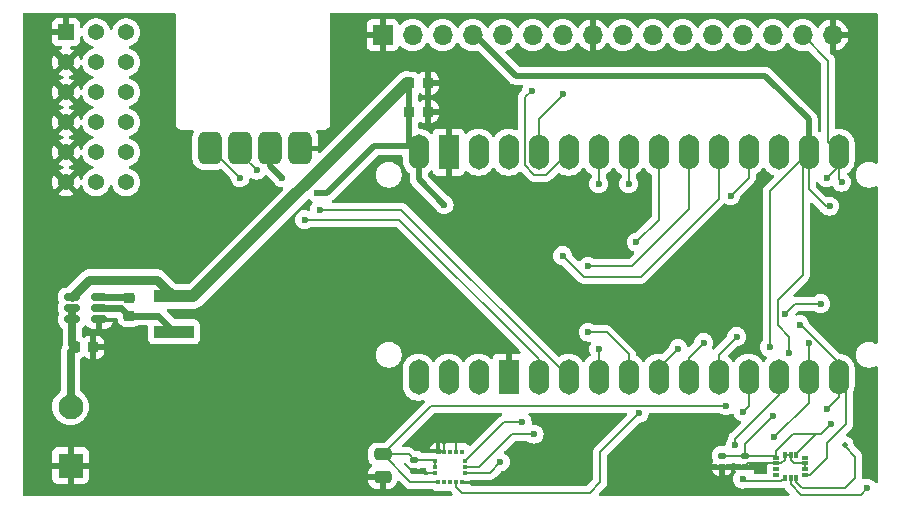
<source format=gtl>
G04 #@! TF.GenerationSoftware,KiCad,Pcbnew,8.0.7*
G04 #@! TF.CreationDate,2025-03-12T01:08:21-04:00*
G04 #@! TF.ProjectId,combat-pcb,636f6d62-6174-42d7-9063-622e6b696361,rev?*
G04 #@! TF.SameCoordinates,Original*
G04 #@! TF.FileFunction,Copper,L1,Top*
G04 #@! TF.FilePolarity,Positive*
%FSLAX46Y46*%
G04 Gerber Fmt 4.6, Leading zero omitted, Abs format (unit mm)*
G04 Created by KiCad (PCBNEW 8.0.7) date 2025-03-12 01:08:21*
%MOMM*%
%LPD*%
G01*
G04 APERTURE LIST*
G04 Aperture macros list*
%AMRoundRect*
0 Rectangle with rounded corners*
0 $1 Rounding radius*
0 $2 $3 $4 $5 $6 $7 $8 $9 X,Y pos of 4 corners*
0 Add a 4 corners polygon primitive as box body*
4,1,4,$2,$3,$4,$5,$6,$7,$8,$9,$2,$3,0*
0 Add four circle primitives for the rounded corners*
1,1,$1+$1,$2,$3*
1,1,$1+$1,$4,$5*
1,1,$1+$1,$6,$7*
1,1,$1+$1,$8,$9*
0 Add four rect primitives between the rounded corners*
20,1,$1+$1,$2,$3,$4,$5,0*
20,1,$1+$1,$4,$5,$6,$7,0*
20,1,$1+$1,$6,$7,$8,$9,0*
20,1,$1+$1,$8,$9,$2,$3,0*%
G04 Aperture macros list end*
G04 #@! TA.AperFunction,SMDPad,CuDef*
%ADD10RoundRect,0.500000X0.500000X-0.875000X0.500000X0.875000X-0.500000X0.875000X-0.500000X-0.875000X0*%
G04 #@! TD*
G04 #@! TA.AperFunction,SMDPad,CuDef*
%ADD11RoundRect,0.150000X-0.512500X-0.150000X0.512500X-0.150000X0.512500X0.150000X-0.512500X0.150000X0*%
G04 #@! TD*
G04 #@! TA.AperFunction,SMDPad,CuDef*
%ADD12RoundRect,0.225000X-0.225000X-0.250000X0.225000X-0.250000X0.225000X0.250000X-0.225000X0.250000X0*%
G04 #@! TD*
G04 #@! TA.AperFunction,SMDPad,CuDef*
%ADD13R,0.355600X0.457200*%
G04 #@! TD*
G04 #@! TA.AperFunction,SMDPad,CuDef*
%ADD14R,0.457200X0.355600*%
G04 #@! TD*
G04 #@! TA.AperFunction,SMDPad,CuDef*
%ADD15R,0.576580X0.351536*%
G04 #@! TD*
G04 #@! TA.AperFunction,SMDPad,CuDef*
%ADD16R,0.351536X0.576580*%
G04 #@! TD*
G04 #@! TA.AperFunction,ComponentPad*
%ADD17R,1.370000X1.370000*%
G04 #@! TD*
G04 #@! TA.AperFunction,ComponentPad*
%ADD18C,1.370000*%
G04 #@! TD*
G04 #@! TA.AperFunction,SMDPad,CuDef*
%ADD19RoundRect,0.140000X-0.170000X0.140000X-0.170000X-0.140000X0.170000X-0.140000X0.170000X0.140000X0*%
G04 #@! TD*
G04 #@! TA.AperFunction,SMDPad,CuDef*
%ADD20O,1.727200X2.997200*%
G04 #@! TD*
G04 #@! TA.AperFunction,SMDPad,CuDef*
%ADD21R,1.727200X2.997200*%
G04 #@! TD*
G04 #@! TA.AperFunction,ComponentPad*
%ADD22R,2.100000X2.100000*%
G04 #@! TD*
G04 #@! TA.AperFunction,ComponentPad*
%ADD23C,2.100000*%
G04 #@! TD*
G04 #@! TA.AperFunction,SMDPad,CuDef*
%ADD24R,3.400000X1.100000*%
G04 #@! TD*
G04 #@! TA.AperFunction,SMDPad,CuDef*
%ADD25RoundRect,0.250000X-0.475000X0.250000X-0.475000X-0.250000X0.475000X-0.250000X0.475000X0.250000X0*%
G04 #@! TD*
G04 #@! TA.AperFunction,SMDPad,CuDef*
%ADD26RoundRect,0.225000X0.250000X-0.225000X0.250000X0.225000X-0.250000X0.225000X-0.250000X-0.225000X0*%
G04 #@! TD*
G04 #@! TA.AperFunction,ComponentPad*
%ADD27R,1.700000X1.700000*%
G04 #@! TD*
G04 #@! TA.AperFunction,ComponentPad*
%ADD28O,1.700000X1.700000*%
G04 #@! TD*
G04 #@! TA.AperFunction,ViaPad*
%ADD29C,0.500000*%
G04 #@! TD*
G04 #@! TA.AperFunction,ViaPad*
%ADD30C,0.600000*%
G04 #@! TD*
G04 #@! TA.AperFunction,ViaPad*
%ADD31C,0.300000*%
G04 #@! TD*
G04 #@! TA.AperFunction,Conductor*
%ADD32C,0.200000*%
G04 #@! TD*
G04 #@! TA.AperFunction,Conductor*
%ADD33C,0.160000*%
G04 #@! TD*
G04 #@! TA.AperFunction,Conductor*
%ADD34C,0.400000*%
G04 #@! TD*
G04 #@! TA.AperFunction,Conductor*
%ADD35C,0.300000*%
G04 #@! TD*
G04 #@! TA.AperFunction,Conductor*
%ADD36C,0.508000*%
G04 #@! TD*
G04 #@! TA.AperFunction,Conductor*
%ADD37C,0.762000*%
G04 #@! TD*
G04 #@! TA.AperFunction,Conductor*
%ADD38C,1.016000*%
G04 #@! TD*
G04 #@! TA.AperFunction,Conductor*
%ADD39C,0.635000*%
G04 #@! TD*
G04 #@! TA.AperFunction,Conductor*
%ADD40C,0.600000*%
G04 #@! TD*
G04 APERTURE END LIST*
D10*
X157734000Y-83058000D03*
X160274000Y-83058000D03*
X162814000Y-83058000D03*
X165354000Y-83058000D03*
D11*
X146055500Y-95697000D03*
X146055500Y-96647000D03*
X146055500Y-97597000D03*
X148330500Y-97597000D03*
X148330500Y-96647000D03*
X148330500Y-95697000D03*
D12*
X174612000Y-77597000D03*
X176162000Y-77597000D03*
D13*
X177053748Y-111375200D03*
X177553874Y-111375200D03*
X178054000Y-111375200D03*
X178554126Y-111375200D03*
X179054252Y-111375200D03*
D14*
X179349400Y-110579926D03*
X179349400Y-110079800D03*
X179349400Y-109579674D03*
D13*
X179054252Y-108784400D03*
X178554126Y-108784400D03*
X178054000Y-108784400D03*
X177553874Y-108784400D03*
X177053748Y-108784400D03*
D14*
X176758600Y-109579674D03*
X176758600Y-110079800D03*
X176758600Y-110579926D03*
D12*
X174612000Y-80010000D03*
X176162000Y-80010000D03*
D15*
X208085299Y-110791701D03*
X208085299Y-110291700D03*
X208085299Y-109791700D03*
X208085299Y-109291699D03*
D16*
X207374998Y-109085400D03*
X206874999Y-109085400D03*
X206375000Y-109085400D03*
D15*
X205664699Y-109291699D03*
X205664699Y-109791700D03*
X205664699Y-110291700D03*
X205664699Y-110791701D03*
D16*
X206375000Y-110998000D03*
X206874999Y-110998000D03*
X207374998Y-110998000D03*
D17*
X145542000Y-73279000D03*
D18*
X148082000Y-73279000D03*
X150622000Y-73279000D03*
X145542000Y-75819000D03*
X148082000Y-75819000D03*
X150622000Y-75819000D03*
X145542000Y-78359000D03*
X148082000Y-78359000D03*
X150622000Y-78359000D03*
X145542000Y-80899000D03*
X148082000Y-80899000D03*
X150622000Y-80899000D03*
X145542000Y-83439000D03*
X148082000Y-83439000D03*
X150622000Y-83439000D03*
X145542000Y-85979000D03*
X148082000Y-85979000D03*
X150622000Y-85979000D03*
D19*
X175006000Y-109502000D03*
X175006000Y-110462000D03*
D20*
X175387000Y-102489000D03*
X177927000Y-102489000D03*
X180467000Y-102489000D03*
D21*
X183007000Y-102489000D03*
D20*
X185547000Y-102489000D03*
X188087000Y-102489000D03*
X190627000Y-102489000D03*
X193167000Y-102489000D03*
X195707000Y-102489000D03*
X198247000Y-102489000D03*
X200787000Y-102489000D03*
X203327000Y-102489000D03*
X205867000Y-102489000D03*
X208407000Y-102489000D03*
X210947000Y-102489000D03*
X210947000Y-83439000D03*
X208407000Y-83439000D03*
X205867000Y-83439000D03*
X203327000Y-83439000D03*
X200787000Y-83439000D03*
X198247000Y-83439000D03*
X195707000Y-83439000D03*
X193167000Y-83439000D03*
X190627000Y-83439000D03*
X188087000Y-83439000D03*
X185547000Y-83439000D03*
X183007000Y-83439000D03*
X180467000Y-83439000D03*
D21*
X177927000Y-83439000D03*
D20*
X175387000Y-83439000D03*
D22*
X145923000Y-109982000D03*
D23*
X145923000Y-104982000D03*
D24*
X154686000Y-98655000D03*
X154686000Y-95655000D03*
D25*
X172339000Y-109032000D03*
X172339000Y-110932000D03*
D19*
X201041000Y-109121000D03*
X201041000Y-110081000D03*
D26*
X150876000Y-97295000D03*
X150876000Y-95745000D03*
D12*
X146291000Y-99949000D03*
X147841000Y-99949000D03*
D19*
X203011000Y-109121000D03*
X203011000Y-110081000D03*
D27*
X172339000Y-73533000D03*
D28*
X174879000Y-73533000D03*
X177419000Y-73533000D03*
X179959000Y-73533000D03*
X182499000Y-73533000D03*
X185039000Y-73533000D03*
X187579000Y-73533000D03*
X190119000Y-73533000D03*
X192659000Y-73533000D03*
X195199000Y-73533000D03*
X197739000Y-73533000D03*
X200279000Y-73533000D03*
X202819000Y-73533000D03*
X205359000Y-73533000D03*
X207899000Y-73533000D03*
X210439000Y-73533000D03*
D29*
X211455000Y-108204000D03*
D30*
X161671000Y-84963000D03*
X167005000Y-88301500D03*
X193167000Y-86106000D03*
X202184000Y-108204000D03*
X202819000Y-111125000D03*
X185166000Y-107315000D03*
X207645000Y-98044000D03*
X209931000Y-105156000D03*
D31*
X195199000Y-109982000D03*
X171831000Y-76962000D03*
X169545000Y-110998000D03*
X196469000Y-110617000D03*
X212471000Y-76454000D03*
X184912000Y-109982000D03*
X171196000Y-76962000D03*
X211836000Y-78359000D03*
X148844000Y-89281000D03*
X148971000Y-109601000D03*
X142494000Y-86741000D03*
X148971000Y-101981000D03*
X185547000Y-109982000D03*
X144399000Y-88646000D03*
X173101000Y-75692000D03*
X149606000Y-103251000D03*
X169291000Y-77597000D03*
X149606000Y-102616000D03*
X195834000Y-109982000D03*
X170180000Y-109093000D03*
X142494000Y-88646000D03*
X185547000Y-110617000D03*
X169926000Y-80137000D03*
X145669000Y-89916000D03*
X169545000Y-109728000D03*
X184912000Y-110617000D03*
X169545000Y-107188000D03*
X168656000Y-79502000D03*
X145669000Y-88011000D03*
X149479000Y-88011000D03*
X169926000Y-76327000D03*
X150241000Y-110871000D03*
X184277000Y-110617000D03*
X185547000Y-111252000D03*
X143764000Y-89281000D03*
X145034000Y-89281000D03*
X144399000Y-89916000D03*
X143764000Y-85471000D03*
X146939000Y-89916000D03*
X143764000Y-88646000D03*
X170180000Y-111633000D03*
X142494000Y-89916000D03*
X169291000Y-76327000D03*
X170180000Y-107823000D03*
X148336000Y-103251000D03*
X170561000Y-77597000D03*
X145034000Y-88646000D03*
X147574000Y-89916000D03*
X193929000Y-109982000D03*
X170561000Y-76962000D03*
X148336000Y-109601000D03*
X147701000Y-101981000D03*
X170561000Y-76327000D03*
X212471000Y-79629000D03*
X148336000Y-101346000D03*
X190500000Y-75311000D03*
X171196000Y-78867000D03*
X143764000Y-89916000D03*
X148209000Y-88646000D03*
X174244000Y-109855000D03*
X192659000Y-109982000D03*
X171196000Y-78232000D03*
X148209000Y-89916000D03*
X171831000Y-78232000D03*
X148209000Y-88011000D03*
X148971000Y-110871000D03*
X170180000Y-107188000D03*
X169926000Y-77597000D03*
X180340000Y-111379000D03*
X213106000Y-78994000D03*
X186182000Y-109347000D03*
X146939000Y-88646000D03*
X143129000Y-85471000D03*
X149606000Y-110871000D03*
X211201000Y-78359000D03*
X148844000Y-88646000D03*
X147574000Y-88646000D03*
X195199000Y-110617000D03*
X148336000Y-102616000D03*
X195834000Y-111887000D03*
X192659000Y-111887000D03*
X143129000Y-86106000D03*
X211201000Y-75819000D03*
X194564000Y-110617000D03*
X146304000Y-88646000D03*
X211201000Y-80264000D03*
X197993000Y-110871000D03*
X168656000Y-77597000D03*
X170561000Y-79502000D03*
X148971000Y-110236000D03*
X149479000Y-88646000D03*
X147701000Y-103251000D03*
X177546000Y-107569000D03*
X194564000Y-111887000D03*
X213741000Y-77724000D03*
X143129000Y-89916000D03*
X169291000Y-80137000D03*
X184912000Y-111252000D03*
X211201000Y-77089000D03*
X184277000Y-109982000D03*
X150241000Y-108966000D03*
X168656000Y-80137000D03*
X169291000Y-78867000D03*
X189865000Y-75311000D03*
X196469000Y-111887000D03*
X171831000Y-76327000D03*
X146304000Y-88011000D03*
X142494000Y-89281000D03*
X170180000Y-110998000D03*
X170180000Y-109728000D03*
X150241000Y-110236000D03*
X168656000Y-78867000D03*
X212471000Y-78994000D03*
X195199000Y-111252000D03*
X212471000Y-77089000D03*
X142494000Y-88011000D03*
X144399000Y-88011000D03*
X169291000Y-76962000D03*
X142494000Y-86106000D03*
X143129000Y-86741000D03*
X169926000Y-76962000D03*
X211201000Y-78994000D03*
X170180000Y-108458000D03*
X149479000Y-89281000D03*
X195834000Y-111252000D03*
X196469000Y-111252000D03*
X213106000Y-76454000D03*
X148336000Y-108966000D03*
X148336000Y-110871000D03*
X169545000Y-108458000D03*
X212471000Y-75819000D03*
X193294000Y-109982000D03*
X149479000Y-89916000D03*
X195199000Y-111887000D03*
X171196000Y-75692000D03*
X147574000Y-89281000D03*
X213106000Y-75819000D03*
X213741000Y-78359000D03*
X142494000Y-85471000D03*
X197104000Y-109982000D03*
X185547000Y-109347000D03*
X143764000Y-86106000D03*
X193294000Y-111887000D03*
X213741000Y-78994000D03*
X171196000Y-76327000D03*
X148971000Y-103251000D03*
X173101000Y-76327000D03*
X196469000Y-109982000D03*
X171196000Y-77597000D03*
X147701000Y-101346000D03*
X181610000Y-111379000D03*
X193929000Y-110617000D03*
X189230000Y-75311000D03*
X169926000Y-75692000D03*
X146939000Y-89281000D03*
X211836000Y-80264000D03*
X213106000Y-77089000D03*
X193294000Y-111252000D03*
X211836000Y-79629000D03*
X211836000Y-75819000D03*
X148844000Y-88011000D03*
X169291000Y-79502000D03*
X147574000Y-88011000D03*
X169545000Y-111633000D03*
X150241000Y-109601000D03*
X167513000Y-82550000D03*
X197104000Y-111252000D03*
X186182000Y-110617000D03*
X169545000Y-110363000D03*
X168656000Y-76327000D03*
X169291000Y-75692000D03*
X143764000Y-87376000D03*
X148336000Y-101981000D03*
X143764000Y-88011000D03*
X149606000Y-101981000D03*
X146304000Y-89916000D03*
X213741000Y-80264000D03*
X172466000Y-76962000D03*
X169545000Y-109093000D03*
X143129000Y-88646000D03*
X173101000Y-76962000D03*
X149606000Y-108966000D03*
X169926000Y-79502000D03*
X143129000Y-88011000D03*
X145669000Y-88646000D03*
X143764000Y-86741000D03*
X148971000Y-102616000D03*
X172466000Y-77597000D03*
X146304000Y-89281000D03*
X169291000Y-78232000D03*
X197104000Y-111887000D03*
X211201000Y-76454000D03*
X171831000Y-75692000D03*
X184277000Y-109347000D03*
X148336000Y-110236000D03*
X211836000Y-77724000D03*
X168656000Y-75692000D03*
X145034000Y-88011000D03*
X170561000Y-78867000D03*
X212471000Y-78359000D03*
X211201000Y-77724000D03*
X149606000Y-101346000D03*
X192659000Y-111252000D03*
X172466000Y-76327000D03*
X170561000Y-75692000D03*
X213106000Y-78359000D03*
X148209000Y-89281000D03*
X195834000Y-110617000D03*
X211201000Y-79629000D03*
X145034000Y-89916000D03*
X213106000Y-80264000D03*
X142494000Y-87376000D03*
X186182000Y-109982000D03*
X171831000Y-77597000D03*
X193294000Y-110617000D03*
X182245000Y-111379000D03*
X194564000Y-111252000D03*
X145669000Y-89281000D03*
X212471000Y-80264000D03*
X193929000Y-111252000D03*
X213741000Y-75819000D03*
X213741000Y-77089000D03*
X184912000Y-109347000D03*
X170561000Y-78232000D03*
X146939000Y-88011000D03*
X211836000Y-76454000D03*
X193929000Y-111887000D03*
X178562000Y-107569000D03*
X172466000Y-75692000D03*
X170180000Y-110363000D03*
X148844000Y-89916000D03*
X168656000Y-76962000D03*
X169926000Y-78867000D03*
X212471000Y-77724000D03*
X211836000Y-77089000D03*
X148971000Y-108966000D03*
X213741000Y-79629000D03*
X144399000Y-89281000D03*
D30*
X183007000Y-99949000D03*
D31*
X186182000Y-111252000D03*
X148971000Y-101346000D03*
X169926000Y-78232000D03*
X192659000Y-110617000D03*
X169545000Y-107823000D03*
X168656000Y-78232000D03*
X149606000Y-110236000D03*
X147701000Y-102616000D03*
X180975000Y-111379000D03*
X213106000Y-79629000D03*
X143129000Y-89281000D03*
X213106000Y-77724000D03*
X197104000Y-110617000D03*
X191135000Y-75311000D03*
X211836000Y-78994000D03*
X143129000Y-87376000D03*
X184277000Y-111252000D03*
X213741000Y-76454000D03*
X149606000Y-109601000D03*
X194564000Y-109982000D03*
D30*
X184150000Y-106299000D03*
X202819000Y-105410000D03*
X205486000Y-107569000D03*
X182318106Y-109674106D03*
X208407000Y-99568000D03*
X190627000Y-86106000D03*
X187579000Y-78486000D03*
X199517000Y-99568000D03*
X202311000Y-99060000D03*
X205105000Y-99949000D03*
X210185000Y-88011000D03*
X201422000Y-104902000D03*
X206756000Y-100457000D03*
X210312000Y-106426000D03*
X205359000Y-105791000D03*
X213360000Y-111887000D03*
X209423000Y-96266000D03*
X211201000Y-85979000D03*
X209931000Y-85598000D03*
X194056000Y-105537000D03*
X206375000Y-97155000D03*
X184947000Y-78232000D03*
X160274000Y-85598000D03*
X165735000Y-89154000D03*
X166751000Y-86868000D03*
X163830000Y-85598000D03*
X177546000Y-87884000D03*
X197358000Y-100076000D03*
X201803000Y-87122000D03*
X189738000Y-93091000D03*
X189738000Y-98679000D03*
X190627000Y-100076000D03*
X193802000Y-91059000D03*
X187579000Y-92202000D03*
D32*
X207899000Y-111887000D02*
X211455000Y-111887000D01*
X212344000Y-110998000D02*
X212344000Y-109220000D01*
X212344000Y-109220000D02*
X211455000Y-108331000D01*
X207772000Y-111760000D02*
X207899000Y-111887000D01*
X207374998Y-111362998D02*
X207772000Y-111760000D01*
X211455000Y-108331000D02*
X211455000Y-108204000D01*
X207374998Y-110998000D02*
X207374998Y-111362998D01*
X211455000Y-111887000D02*
X212344000Y-110998000D01*
X173899500Y-88301500D02*
X188087000Y-102489000D01*
X160274000Y-83566000D02*
X161671000Y-84963000D01*
X167005000Y-88301500D02*
X173899500Y-88301500D01*
X160274000Y-83058000D02*
X160274000Y-83566000D01*
X193167000Y-86106000D02*
X193167000Y-83439000D01*
X202961469Y-111267469D02*
X206105531Y-111267469D01*
X206105531Y-111267469D02*
X206375000Y-110998000D01*
X202819000Y-111125000D02*
X202961469Y-111267469D01*
X205867000Y-104013000D02*
X205867000Y-102489000D01*
X202184000Y-107696000D02*
X205867000Y-104013000D01*
X202184000Y-108204000D02*
X202184000Y-107696000D01*
X209931000Y-108077000D02*
X211582000Y-106426000D01*
X180496200Y-110079800D02*
X179349400Y-110079800D01*
X211582000Y-103124000D02*
X210947000Y-102489000D01*
X210947000Y-102489000D02*
X210947000Y-104140000D01*
X208504328Y-110791701D02*
X209931000Y-109365029D01*
X210947000Y-104140000D02*
X209931000Y-105156000D01*
X210947000Y-102489000D02*
X210947000Y-101259471D01*
X185166000Y-107315000D02*
X183261000Y-107315000D01*
X211074000Y-102489000D02*
X210947000Y-102489000D01*
X209931000Y-109365029D02*
X209931000Y-108077000D01*
X211582000Y-106426000D02*
X211582000Y-103124000D01*
X208085299Y-110791701D02*
X208504328Y-110791701D01*
X183261000Y-107315000D02*
X180496200Y-110079800D01*
X210947000Y-101259471D02*
X207731529Y-98044000D01*
X207731529Y-98044000D02*
X207645000Y-98044000D01*
D33*
X206874999Y-109085400D02*
X206874999Y-109533690D01*
D32*
X203011000Y-110081000D02*
X201041000Y-110081000D01*
D33*
X178554126Y-108784400D02*
X178554126Y-107576874D01*
X205664699Y-109791700D02*
X206108756Y-109791700D01*
D32*
X201041000Y-110081000D02*
X198783000Y-110081000D01*
D33*
X207133009Y-109791700D02*
X208085299Y-109791700D01*
D34*
X167005000Y-83058000D02*
X167513000Y-82550000D01*
D33*
X177553874Y-108784400D02*
X177553874Y-107576874D01*
D34*
X165354000Y-83058000D02*
X167005000Y-83058000D01*
D33*
X206375000Y-109085400D02*
X206874999Y-109085400D01*
X208085299Y-109791700D02*
X208085299Y-110291700D01*
D32*
X205664699Y-109791700D02*
X203300300Y-109791700D01*
D33*
X206108756Y-109791700D02*
X206375000Y-109525456D01*
D32*
X198783000Y-110081000D02*
X197993000Y-110871000D01*
D35*
X178554126Y-107576874D02*
X178562000Y-107569000D01*
D33*
X180336200Y-111375200D02*
X180340000Y-111379000D01*
X176758600Y-110579926D02*
X175123926Y-110579926D01*
X175123926Y-110579926D02*
X175006000Y-110462000D01*
D35*
X177553874Y-107576874D02*
X177546000Y-107569000D01*
D33*
X206375000Y-109525456D02*
X206375000Y-109085400D01*
D36*
X183007000Y-102489000D02*
X183007000Y-99949000D01*
D32*
X203300300Y-109791700D02*
X203011000Y-110081000D01*
X171967174Y-110795826D02*
X171831000Y-110932000D01*
D33*
X179054252Y-111375200D02*
X180336200Y-111375200D01*
X174851000Y-110462000D02*
X174244000Y-109855000D01*
X206874999Y-109533690D02*
X207133009Y-109791700D01*
X175006000Y-110462000D02*
X174851000Y-110462000D01*
D32*
X203327000Y-104902000D02*
X203327000Y-102489000D01*
X202819000Y-105410000D02*
X203327000Y-104902000D01*
X184150000Y-106299000D02*
X182630074Y-106299000D01*
X182630074Y-106299000D02*
X179349400Y-109579674D01*
X208407000Y-99568000D02*
X208407000Y-102489000D01*
X182318106Y-109674106D02*
X181412286Y-110579926D01*
X205486000Y-107569000D02*
X208407000Y-104648000D01*
X181412286Y-110579926D02*
X179349400Y-110579926D01*
X208407000Y-104648000D02*
X208407000Y-102489000D01*
X190627000Y-86106000D02*
X190627000Y-83439000D01*
X187579000Y-78486000D02*
X187579000Y-78613000D01*
X187579000Y-78613000D02*
X185547000Y-80645000D01*
X185547000Y-80645000D02*
X185547000Y-83439000D01*
X199517000Y-99568000D02*
X198247000Y-100838000D01*
X198247000Y-100838000D02*
X198247000Y-102489000D01*
X202311000Y-99060000D02*
X200787000Y-100584000D01*
X200787000Y-100584000D02*
X200787000Y-102489000D01*
X203011000Y-109121000D02*
X203011000Y-108139000D01*
X203011000Y-109121000D02*
X205494000Y-109121000D01*
X205664699Y-108731643D02*
X207081342Y-107315000D01*
X205775000Y-95977000D02*
X207899000Y-93853000D01*
X205494000Y-109121000D02*
X205664699Y-109291699D01*
D36*
X183601529Y-76962000D02*
X204724000Y-76962000D01*
D32*
X176680926Y-109502000D02*
X176758600Y-109579674D01*
X209423000Y-107315000D02*
X209032876Y-107315000D01*
X210312000Y-106426000D02*
X209423000Y-107315000D01*
X209032876Y-107315000D02*
X207374998Y-108972878D01*
D36*
X208407000Y-80645000D02*
X208407000Y-83439000D01*
D32*
X207081342Y-107315000D02*
X209032876Y-107315000D01*
X176469000Y-104902000D02*
X172339000Y-109032000D01*
X205105000Y-99949000D02*
X205105000Y-86741000D01*
X207899000Y-93853000D02*
X207899000Y-83947000D01*
X205775000Y-98079000D02*
X205775000Y-95977000D01*
X206756000Y-99060000D02*
X205775000Y-98079000D01*
X174536000Y-109032000D02*
X175006000Y-109502000D01*
D36*
X179959000Y-73533000D02*
X180172529Y-73533000D01*
D32*
X201422000Y-104902000D02*
X176469000Y-104902000D01*
X208407000Y-86573529D02*
X208407000Y-83439000D01*
D36*
X204724000Y-76962000D02*
X208407000Y-80645000D01*
D32*
X209844471Y-88011000D02*
X208407000Y-86573529D01*
X206756000Y-100457000D02*
X206756000Y-99060000D01*
X172339000Y-109032000D02*
X174536000Y-109032000D01*
X176758600Y-109579674D02*
X176758600Y-110079800D01*
X203011000Y-109121000D02*
X201041000Y-109121000D01*
X177053748Y-111375200D02*
X174682200Y-111375200D01*
X207374998Y-108972878D02*
X207374998Y-109085400D01*
X210185000Y-88011000D02*
X209844471Y-88011000D01*
X205664699Y-109291699D02*
X205664699Y-108731643D01*
D36*
X180172529Y-73533000D02*
X183601529Y-76962000D01*
D32*
X175006000Y-109502000D02*
X176680926Y-109502000D01*
X205105000Y-86741000D02*
X208407000Y-83439000D01*
X203011000Y-108139000D02*
X205359000Y-105791000D01*
X174682200Y-111375200D02*
X172339000Y-109032000D01*
X207899000Y-83947000D02*
X208407000Y-83439000D01*
X212825000Y-112422000D02*
X213360000Y-111887000D01*
X206874999Y-111562059D02*
X207734940Y-112422000D01*
X210947000Y-83439000D02*
X210947000Y-84582000D01*
X210058000Y-82550000D02*
X210947000Y-83439000D01*
X207264000Y-96266000D02*
X206375000Y-97155000D01*
X207734940Y-112422000D02*
X212825000Y-112422000D01*
X190754000Y-111379000D02*
X189865000Y-112268000D01*
X189865000Y-112268000D02*
X179053200Y-112268000D01*
X210058000Y-75692000D02*
X210058000Y-82550000D01*
X178554126Y-111768926D02*
X178554126Y-111375200D01*
X210947000Y-84582000D02*
X209931000Y-85598000D01*
X194056000Y-105537000D02*
X190754000Y-108839000D01*
X210947000Y-85725000D02*
X210947000Y-83439000D01*
X206874999Y-110998000D02*
X206874999Y-111562059D01*
X190754000Y-108839000D02*
X190754000Y-111379000D01*
X207899000Y-73533000D02*
X210058000Y-75692000D01*
X211201000Y-85979000D02*
X210947000Y-85725000D01*
X179053200Y-112268000D02*
X178554126Y-111768926D01*
X209423000Y-96266000D02*
X207264000Y-96266000D01*
X184383400Y-78795600D02*
X184383400Y-84561400D01*
X185166000Y-85344000D02*
X186182000Y-85344000D01*
X186182000Y-85344000D02*
X188087000Y-83439000D01*
X184383400Y-84561400D02*
X185166000Y-85344000D01*
X184947000Y-78232000D02*
X184383400Y-78795600D01*
X165735000Y-89154000D02*
X173736000Y-89154000D01*
X173736000Y-89154000D02*
X185547000Y-100965000D01*
X157734000Y-83058000D02*
X160274000Y-85598000D01*
X185547000Y-100965000D02*
X185547000Y-102489000D01*
D36*
X174879000Y-82931000D02*
X175387000Y-83439000D01*
D37*
X153265000Y-94234000D02*
X154686000Y-95655000D01*
D36*
X162814000Y-83058000D02*
X162814000Y-84582000D01*
X174371000Y-77597000D02*
X174612000Y-77597000D01*
X174612000Y-82664000D02*
X175387000Y-83439000D01*
X177546000Y-87884000D02*
X175387000Y-85725000D01*
X174612000Y-77597000D02*
X174612000Y-80010000D01*
X174612000Y-80010000D02*
X174612000Y-82664000D01*
X171577000Y-82931000D02*
X174879000Y-82931000D01*
X154686000Y-95655000D02*
X156313000Y-95655000D01*
X162814000Y-84582000D02*
X163830000Y-85598000D01*
X166751000Y-86868000D02*
X167640000Y-86868000D01*
D37*
X147518500Y-94234000D02*
X153265000Y-94234000D01*
D36*
X175387000Y-85725000D02*
X175387000Y-83439000D01*
D37*
X146055500Y-95697000D02*
X147518500Y-94234000D01*
D38*
X156313000Y-95655000D02*
X174371000Y-77597000D01*
D36*
X167640000Y-86868000D02*
X171577000Y-82931000D01*
D32*
X195707000Y-101727000D02*
X195707000Y-102489000D01*
X197358000Y-100076000D02*
X195707000Y-101727000D01*
D39*
X145923000Y-100317000D02*
X146291000Y-99949000D01*
X146055500Y-99713500D02*
X146291000Y-99949000D01*
X145923000Y-104982000D02*
X145923000Y-100317000D01*
X146055500Y-97597000D02*
X146055500Y-99713500D01*
X146055500Y-97597000D02*
X146055500Y-96705000D01*
D40*
X153326000Y-97295000D02*
X154686000Y-98655000D01*
X150876000Y-97295000D02*
X153326000Y-97295000D01*
X150228000Y-96647000D02*
X150876000Y-97295000D01*
X148330500Y-96647000D02*
X150228000Y-96647000D01*
D36*
X150828000Y-95697000D02*
X150876000Y-95745000D01*
D40*
X148330500Y-95697000D02*
X150828000Y-95697000D01*
D32*
X203327000Y-85598000D02*
X203327000Y-83439000D01*
X201803000Y-87122000D02*
X203327000Y-85598000D01*
X189738000Y-93091000D02*
X193421000Y-93091000D01*
X198247000Y-88265000D02*
X198247000Y-83439000D01*
X193421000Y-93091000D02*
X198247000Y-88265000D01*
X193167000Y-100543530D02*
X193167000Y-102489000D01*
X191302470Y-98679000D02*
X193167000Y-100543530D01*
X189738000Y-98679000D02*
X191302470Y-98679000D01*
X190627000Y-100076000D02*
X190627000Y-102489000D01*
X195707000Y-89154000D02*
X193802000Y-91059000D01*
X195707000Y-83439000D02*
X195707000Y-89154000D01*
X200787000Y-87376000D02*
X200787000Y-83439000D01*
X194183000Y-93980000D02*
X200787000Y-87376000D01*
X187579000Y-92202000D02*
X189357000Y-93980000D01*
X189357000Y-93980000D02*
X194183000Y-93980000D01*
G04 #@! TA.AperFunction,Conductor*
G36*
X146540152Y-84083599D02*
G01*
X146553822Y-84065497D01*
X146553827Y-84065489D01*
X146651709Y-83868915D01*
X146651715Y-83868900D01*
X146692474Y-83725648D01*
X146729753Y-83666554D01*
X146793063Y-83636997D01*
X146862302Y-83646359D01*
X146915489Y-83691669D01*
X146931005Y-83725644D01*
X146965563Y-83847102D01*
X146971819Y-83869090D01*
X147069749Y-84065759D01*
X147202153Y-84241090D01*
X147293241Y-84324127D01*
X147364516Y-84389103D01*
X147551313Y-84504763D01*
X147756183Y-84584129D01*
X147772141Y-84587112D01*
X147834419Y-84618780D01*
X147869692Y-84679092D01*
X147866758Y-84748900D01*
X147826549Y-84806040D01*
X147772141Y-84830887D01*
X147756183Y-84833871D01*
X147756181Y-84833871D01*
X147756179Y-84833872D01*
X147551314Y-84913236D01*
X147551312Y-84913237D01*
X147364514Y-85028898D01*
X147202153Y-85176909D01*
X147069749Y-85352240D01*
X146971818Y-85548911D01*
X146971815Y-85548917D01*
X146931006Y-85692351D01*
X146893727Y-85751444D01*
X146830418Y-85781002D01*
X146761178Y-85771640D01*
X146707992Y-85726331D01*
X146692474Y-85692351D01*
X146651715Y-85549099D01*
X146651709Y-85549084D01*
X146553827Y-85352511D01*
X146553819Y-85352498D01*
X146540151Y-85334399D01*
X146033127Y-85841423D01*
X146017245Y-85782147D01*
X145950102Y-85665853D01*
X145855147Y-85570898D01*
X145738853Y-85503755D01*
X145679574Y-85487871D01*
X146184431Y-84983014D01*
X146184430Y-84983013D01*
X146072466Y-84913689D01*
X146072460Y-84913685D01*
X145867678Y-84834353D01*
X145867676Y-84834352D01*
X145849146Y-84830889D01*
X145786865Y-84799221D01*
X145751591Y-84738909D01*
X145754524Y-84669101D01*
X145794733Y-84611961D01*
X145849146Y-84587111D01*
X145867676Y-84583647D01*
X145867687Y-84583643D01*
X146072462Y-84504313D01*
X146072464Y-84504312D01*
X146184431Y-84434984D01*
X145679575Y-83930127D01*
X145738853Y-83914245D01*
X145855147Y-83847102D01*
X145950102Y-83752147D01*
X146017245Y-83635853D01*
X146033128Y-83576575D01*
X146540152Y-84083599D01*
G37*
G04 #@! TD.AperFunction*
G04 #@! TA.AperFunction,Conductor*
G36*
X146540152Y-81543599D02*
G01*
X146553822Y-81525497D01*
X146553827Y-81525489D01*
X146651709Y-81328915D01*
X146651715Y-81328900D01*
X146692474Y-81185648D01*
X146729753Y-81126554D01*
X146793063Y-81096997D01*
X146862302Y-81106359D01*
X146915489Y-81151669D01*
X146931005Y-81185644D01*
X146965563Y-81307102D01*
X146971819Y-81329090D01*
X147069749Y-81525759D01*
X147202153Y-81701090D01*
X147328054Y-81815863D01*
X147364516Y-81849103D01*
X147551313Y-81964763D01*
X147756183Y-82044129D01*
X147772141Y-82047112D01*
X147834419Y-82078780D01*
X147869692Y-82139092D01*
X147866758Y-82208900D01*
X147826549Y-82266040D01*
X147772141Y-82290887D01*
X147756183Y-82293871D01*
X147756181Y-82293871D01*
X147756179Y-82293872D01*
X147551314Y-82373236D01*
X147551312Y-82373237D01*
X147364514Y-82488898D01*
X147202153Y-82636909D01*
X147069749Y-82812240D01*
X146971818Y-83008911D01*
X146971815Y-83008917D01*
X146931006Y-83152351D01*
X146893727Y-83211444D01*
X146830418Y-83241002D01*
X146761178Y-83231640D01*
X146707992Y-83186331D01*
X146692474Y-83152351D01*
X146651715Y-83009099D01*
X146651709Y-83009084D01*
X146553827Y-82812511D01*
X146553819Y-82812498D01*
X146540151Y-82794399D01*
X146033127Y-83301423D01*
X146017245Y-83242147D01*
X145950102Y-83125853D01*
X145855147Y-83030898D01*
X145738853Y-82963755D01*
X145679574Y-82947871D01*
X146184431Y-82443014D01*
X146184430Y-82443013D01*
X146072466Y-82373689D01*
X146072460Y-82373685D01*
X145867678Y-82294353D01*
X145867676Y-82294352D01*
X145849146Y-82290889D01*
X145786865Y-82259221D01*
X145751591Y-82198909D01*
X145754524Y-82129101D01*
X145794733Y-82071961D01*
X145849146Y-82047111D01*
X145867676Y-82043647D01*
X145867687Y-82043643D01*
X146072462Y-81964313D01*
X146072464Y-81964312D01*
X146184431Y-81894984D01*
X145679575Y-81390127D01*
X145738853Y-81374245D01*
X145855147Y-81307102D01*
X145950102Y-81212147D01*
X146017245Y-81095853D01*
X146033128Y-81036575D01*
X146540152Y-81543599D01*
G37*
G04 #@! TD.AperFunction*
G04 #@! TA.AperFunction,Conductor*
G36*
X146540152Y-79003599D02*
G01*
X146553822Y-78985497D01*
X146553827Y-78985489D01*
X146651709Y-78788915D01*
X146651715Y-78788900D01*
X146692474Y-78645648D01*
X146729753Y-78586554D01*
X146793063Y-78556997D01*
X146862302Y-78566359D01*
X146915489Y-78611669D01*
X146931005Y-78645644D01*
X146956219Y-78734262D01*
X146971819Y-78789090D01*
X147069749Y-78985759D01*
X147202153Y-79161090D01*
X147314479Y-79263488D01*
X147364516Y-79309103D01*
X147551313Y-79424763D01*
X147756183Y-79504129D01*
X147772141Y-79507112D01*
X147834419Y-79538780D01*
X147869692Y-79599092D01*
X147866758Y-79668900D01*
X147826549Y-79726040D01*
X147772141Y-79750887D01*
X147756183Y-79753871D01*
X147756181Y-79753871D01*
X147756179Y-79753872D01*
X147551314Y-79833236D01*
X147551312Y-79833237D01*
X147364514Y-79948898D01*
X147202153Y-80096909D01*
X147069749Y-80272240D01*
X146971818Y-80468911D01*
X146971815Y-80468917D01*
X146931006Y-80612351D01*
X146893727Y-80671444D01*
X146830418Y-80701002D01*
X146761178Y-80691640D01*
X146707992Y-80646331D01*
X146692474Y-80612351D01*
X146651715Y-80469099D01*
X146651709Y-80469084D01*
X146553827Y-80272511D01*
X146553819Y-80272498D01*
X146540151Y-80254399D01*
X146033127Y-80761423D01*
X146017245Y-80702147D01*
X145950102Y-80585853D01*
X145855147Y-80490898D01*
X145738853Y-80423755D01*
X145679574Y-80407871D01*
X146184431Y-79903014D01*
X146184430Y-79903013D01*
X146072466Y-79833689D01*
X146072460Y-79833685D01*
X145867678Y-79754353D01*
X145867676Y-79754352D01*
X145849146Y-79750889D01*
X145786865Y-79719221D01*
X145751591Y-79658909D01*
X145754524Y-79589101D01*
X145794733Y-79531961D01*
X145849146Y-79507111D01*
X145867676Y-79503647D01*
X145867687Y-79503643D01*
X146072462Y-79424313D01*
X146072464Y-79424312D01*
X146184431Y-79354984D01*
X145679575Y-78850127D01*
X145738853Y-78834245D01*
X145855147Y-78767102D01*
X145950102Y-78672147D01*
X146017245Y-78555853D01*
X146033128Y-78496575D01*
X146540152Y-79003599D01*
G37*
G04 #@! TD.AperFunction*
G04 #@! TA.AperFunction,Conductor*
G36*
X146540152Y-76463599D02*
G01*
X146553822Y-76445497D01*
X146553827Y-76445489D01*
X146651709Y-76248915D01*
X146651715Y-76248900D01*
X146692474Y-76105648D01*
X146729753Y-76046554D01*
X146793063Y-76016997D01*
X146862302Y-76026359D01*
X146915489Y-76071669D01*
X146931005Y-76105644D01*
X146966867Y-76231685D01*
X146971819Y-76249090D01*
X147069749Y-76445759D01*
X147202153Y-76621090D01*
X147292316Y-76703284D01*
X147364516Y-76769103D01*
X147551313Y-76884763D01*
X147756183Y-76964129D01*
X147772141Y-76967112D01*
X147834419Y-76998780D01*
X147869692Y-77059092D01*
X147866758Y-77128900D01*
X147826549Y-77186040D01*
X147772141Y-77210887D01*
X147756183Y-77213871D01*
X147756181Y-77213871D01*
X147756179Y-77213872D01*
X147551314Y-77293236D01*
X147551312Y-77293237D01*
X147364514Y-77408898D01*
X147202153Y-77556909D01*
X147069749Y-77732240D01*
X146971818Y-77928911D01*
X146971815Y-77928917D01*
X146931006Y-78072351D01*
X146893727Y-78131444D01*
X146830418Y-78161002D01*
X146761178Y-78151640D01*
X146707992Y-78106331D01*
X146692474Y-78072351D01*
X146651715Y-77929099D01*
X146651709Y-77929084D01*
X146553827Y-77732511D01*
X146553819Y-77732498D01*
X146540151Y-77714399D01*
X146033127Y-78221423D01*
X146017245Y-78162147D01*
X145950102Y-78045853D01*
X145855147Y-77950898D01*
X145738853Y-77883755D01*
X145679574Y-77867871D01*
X146184431Y-77363014D01*
X146184430Y-77363013D01*
X146072466Y-77293689D01*
X146072460Y-77293685D01*
X145867678Y-77214353D01*
X145867676Y-77214352D01*
X145849146Y-77210889D01*
X145786865Y-77179221D01*
X145751591Y-77118909D01*
X145754524Y-77049101D01*
X145794733Y-76991961D01*
X145849146Y-76967111D01*
X145867676Y-76963647D01*
X145867687Y-76963643D01*
X146072462Y-76884313D01*
X146072464Y-76884312D01*
X146184431Y-76814984D01*
X145679575Y-76310127D01*
X145738853Y-76294245D01*
X145855147Y-76227102D01*
X145950102Y-76132147D01*
X146017245Y-76015853D01*
X146033128Y-75956575D01*
X146540152Y-76463599D01*
G37*
G04 #@! TD.AperFunction*
G04 #@! TA.AperFunction,Conductor*
G36*
X146932203Y-73643856D02*
G01*
X146969977Y-73702634D01*
X146970267Y-73703636D01*
X146971818Y-73709089D01*
X147069749Y-73905759D01*
X147202153Y-74081090D01*
X147304928Y-74174781D01*
X147364516Y-74229103D01*
X147551313Y-74344763D01*
X147756183Y-74424129D01*
X147772141Y-74427112D01*
X147834419Y-74458780D01*
X147869692Y-74519092D01*
X147866758Y-74588900D01*
X147826549Y-74646040D01*
X147772141Y-74670887D01*
X147756183Y-74673871D01*
X147756181Y-74673871D01*
X147756179Y-74673872D01*
X147551314Y-74753236D01*
X147551312Y-74753237D01*
X147364514Y-74868898D01*
X147202153Y-75016909D01*
X147069749Y-75192240D01*
X146971818Y-75388911D01*
X146971815Y-75388917D01*
X146931006Y-75532351D01*
X146893727Y-75591444D01*
X146830418Y-75621002D01*
X146761178Y-75611640D01*
X146707992Y-75566331D01*
X146692474Y-75532351D01*
X146651715Y-75389099D01*
X146651709Y-75389084D01*
X146553827Y-75192511D01*
X146553819Y-75192498D01*
X146540151Y-75174399D01*
X146033127Y-75681423D01*
X146017245Y-75622147D01*
X145950102Y-75505853D01*
X145855147Y-75410898D01*
X145738853Y-75343755D01*
X145679574Y-75327871D01*
X146184431Y-74823014D01*
X146184430Y-74823013D01*
X146072466Y-74753689D01*
X146072460Y-74753685D01*
X145943243Y-74703627D01*
X145887842Y-74661054D01*
X145864251Y-74595287D01*
X145879962Y-74527207D01*
X145929986Y-74478428D01*
X145988037Y-74464000D01*
X146274828Y-74464000D01*
X146274844Y-74463999D01*
X146334372Y-74457598D01*
X146334379Y-74457596D01*
X146469086Y-74407354D01*
X146469093Y-74407350D01*
X146584187Y-74321190D01*
X146584190Y-74321187D01*
X146670350Y-74206093D01*
X146670354Y-74206086D01*
X146720596Y-74071379D01*
X146720598Y-74071372D01*
X146726999Y-74011844D01*
X146727000Y-74011827D01*
X146727000Y-73737569D01*
X146746685Y-73670530D01*
X146799489Y-73624775D01*
X146868647Y-73614831D01*
X146932203Y-73643856D01*
G37*
G04 #@! TD.AperFunction*
G04 #@! TA.AperFunction,Conductor*
G36*
X154755539Y-71648185D02*
G01*
X154801294Y-71700989D01*
X154812500Y-71752500D01*
X154812500Y-81092945D01*
X154847153Y-81222274D01*
X154914099Y-81338226D01*
X155008774Y-81432901D01*
X155124726Y-81499847D01*
X155254055Y-81534500D01*
X155387945Y-81534500D01*
X156239305Y-81534500D01*
X156306344Y-81554185D01*
X156352099Y-81606989D01*
X156362043Y-81676147D01*
X156349213Y-81715912D01*
X156300090Y-81809950D01*
X156244114Y-82005583D01*
X156244113Y-82005586D01*
X156233500Y-82124966D01*
X156233500Y-83991028D01*
X156233501Y-83991034D01*
X156244113Y-84110415D01*
X156300089Y-84306045D01*
X156300090Y-84306048D01*
X156300091Y-84306049D01*
X156394302Y-84486407D01*
X156428977Y-84528933D01*
X156522890Y-84644109D01*
X156616803Y-84720684D01*
X156680593Y-84772698D01*
X156860951Y-84866909D01*
X156860953Y-84866909D01*
X156860954Y-84866910D01*
X156879481Y-84872211D01*
X157056582Y-84922886D01*
X157175963Y-84933500D01*
X158292036Y-84933499D01*
X158411418Y-84922886D01*
X158604225Y-84867717D01*
X158674092Y-84868200D01*
X158726017Y-84899252D01*
X159443298Y-85616533D01*
X159476783Y-85677856D01*
X159478837Y-85690330D01*
X159488630Y-85777249D01*
X159548210Y-85947521D01*
X159636934Y-86088724D01*
X159644184Y-86100262D01*
X159771738Y-86227816D01*
X159838041Y-86269477D01*
X159924474Y-86323787D01*
X159924478Y-86323789D01*
X160042650Y-86365139D01*
X160094745Y-86383368D01*
X160094750Y-86383369D01*
X160273996Y-86403565D01*
X160274000Y-86403565D01*
X160274004Y-86403565D01*
X160453249Y-86383369D01*
X160453252Y-86383368D01*
X160453255Y-86383368D01*
X160623522Y-86323789D01*
X160776262Y-86227816D01*
X160903816Y-86100262D01*
X160999789Y-85947522D01*
X161059368Y-85777255D01*
X161061709Y-85756478D01*
X161063911Y-85736938D01*
X161090977Y-85672523D01*
X161148571Y-85632968D01*
X161218408Y-85630829D01*
X161253102Y-85645825D01*
X161321478Y-85688789D01*
X161459080Y-85736938D01*
X161491745Y-85748368D01*
X161491750Y-85748369D01*
X161670996Y-85768565D01*
X161671000Y-85768565D01*
X161671004Y-85768565D01*
X161850249Y-85748369D01*
X161850252Y-85748368D01*
X161850255Y-85748368D01*
X162020522Y-85688789D01*
X162173262Y-85592816D01*
X162300816Y-85465262D01*
X162345207Y-85394614D01*
X162397541Y-85348324D01*
X162466594Y-85337676D01*
X162530443Y-85366051D01*
X162537881Y-85372906D01*
X163081615Y-85916640D01*
X163099704Y-85942131D01*
X163100507Y-85941627D01*
X163104210Y-85947521D01*
X163104211Y-85947522D01*
X163200184Y-86100262D01*
X163327738Y-86227816D01*
X163394041Y-86269477D01*
X163480474Y-86323787D01*
X163480478Y-86323789D01*
X163598650Y-86365139D01*
X163650745Y-86383368D01*
X163650750Y-86383369D01*
X163829996Y-86403565D01*
X163836964Y-86403565D01*
X163836964Y-86406171D01*
X163893999Y-86416155D01*
X163945384Y-86463498D01*
X163963016Y-86531106D01*
X163941298Y-86597514D01*
X163926755Y-86615008D01*
X155973584Y-94568181D01*
X155912261Y-94601666D01*
X155885903Y-94604500D01*
X154933491Y-94604500D01*
X154866452Y-94584815D01*
X154845810Y-94568181D01*
X153826927Y-93549296D01*
X153682543Y-93452822D01*
X153522128Y-93386377D01*
X153522118Y-93386374D01*
X153351823Y-93352500D01*
X153351821Y-93352500D01*
X153351820Y-93352500D01*
X147605320Y-93352500D01*
X147431679Y-93352500D01*
X147431677Y-93352500D01*
X147261381Y-93386374D01*
X147261371Y-93386377D01*
X147100959Y-93452821D01*
X147100946Y-93452828D01*
X146956578Y-93549292D01*
X146956576Y-93549295D01*
X145645689Y-94860181D01*
X145584366Y-94893666D01*
X145558008Y-94896500D01*
X145477298Y-94896500D01*
X145440432Y-94899401D01*
X145440426Y-94899402D01*
X145282606Y-94945254D01*
X145282603Y-94945255D01*
X145141137Y-95028917D01*
X145141129Y-95028923D01*
X145024923Y-95145129D01*
X145024917Y-95145137D01*
X144941255Y-95286603D01*
X144941254Y-95286606D01*
X144895402Y-95444426D01*
X144895401Y-95444432D01*
X144892500Y-95481298D01*
X144892500Y-95912701D01*
X144895401Y-95949567D01*
X144895402Y-95949573D01*
X144941254Y-96107393D01*
X144941254Y-96107394D01*
X144941255Y-96107396D01*
X144941256Y-96107398D01*
X144942133Y-96108881D01*
X144942466Y-96110195D01*
X144944353Y-96114554D01*
X144943649Y-96114858D01*
X144959315Y-96176604D01*
X144943861Y-96229233D01*
X144944353Y-96229446D01*
X144942630Y-96233426D01*
X144942133Y-96235118D01*
X144941506Y-96236177D01*
X144941254Y-96236605D01*
X144941254Y-96236606D01*
X144895402Y-96394426D01*
X144895401Y-96394432D01*
X144892500Y-96431298D01*
X144892500Y-96862701D01*
X144895401Y-96899567D01*
X144895402Y-96899573D01*
X144941254Y-97057393D01*
X144941254Y-97057394D01*
X144941255Y-97057396D01*
X144941256Y-97057398D01*
X144942133Y-97058881D01*
X144942466Y-97060195D01*
X144944353Y-97064554D01*
X144943649Y-97064858D01*
X144959315Y-97126604D01*
X144943861Y-97179233D01*
X144944353Y-97179446D01*
X144942630Y-97183426D01*
X144942133Y-97185118D01*
X144941506Y-97186177D01*
X144941254Y-97186605D01*
X144941254Y-97186606D01*
X144895402Y-97344426D01*
X144895401Y-97344432D01*
X144892500Y-97381298D01*
X144892500Y-97812701D01*
X144895401Y-97849567D01*
X144895402Y-97849573D01*
X144941254Y-98007393D01*
X144941255Y-98007396D01*
X145024732Y-98148550D01*
X145024918Y-98148864D01*
X145024923Y-98148870D01*
X145141129Y-98265076D01*
X145141132Y-98265078D01*
X145141135Y-98265081D01*
X145176620Y-98286066D01*
X145224304Y-98337135D01*
X145237500Y-98392799D01*
X145237500Y-99794067D01*
X145239205Y-99802640D01*
X145232976Y-99872231D01*
X145220691Y-99895717D01*
X145198098Y-99929530D01*
X145198093Y-99929539D01*
X145170175Y-99996942D01*
X145170175Y-99996943D01*
X145136435Y-100078397D01*
X145136433Y-100078405D01*
X145105000Y-100236429D01*
X145105000Y-103595358D01*
X145085315Y-103662397D01*
X145045791Y-103701084D01*
X145008830Y-103723734D01*
X145008823Y-103723738D01*
X144823241Y-103882241D01*
X144664738Y-104067823D01*
X144664737Y-104067826D01*
X144537222Y-104275910D01*
X144443830Y-104501380D01*
X144386853Y-104738702D01*
X144367706Y-104982000D01*
X144386853Y-105225297D01*
X144386853Y-105225300D01*
X144386854Y-105225302D01*
X144413250Y-105335249D01*
X144443830Y-105462619D01*
X144537222Y-105688089D01*
X144664737Y-105896173D01*
X144664738Y-105896176D01*
X144718449Y-105959063D01*
X144823241Y-106081759D01*
X144922829Y-106166815D01*
X145008823Y-106240261D01*
X145008826Y-106240262D01*
X145216910Y-106367777D01*
X145442381Y-106461169D01*
X145442378Y-106461169D01*
X145442384Y-106461170D01*
X145442388Y-106461172D01*
X145679698Y-106518146D01*
X145923000Y-106537294D01*
X146166302Y-106518146D01*
X146403612Y-106461172D01*
X146629089Y-106367777D01*
X146837179Y-106240259D01*
X147022759Y-106081759D01*
X147181259Y-105896179D01*
X147308777Y-105688089D01*
X147402172Y-105462612D01*
X147459146Y-105225302D01*
X147478294Y-104982000D01*
X147459146Y-104738698D01*
X147402172Y-104501388D01*
X147396066Y-104486646D01*
X147308777Y-104275910D01*
X147181262Y-104067826D01*
X147181261Y-104067823D01*
X147134139Y-104012651D01*
X147022759Y-103882241D01*
X146900063Y-103777449D01*
X146837176Y-103723738D01*
X146837169Y-103723734D01*
X146800209Y-103701084D01*
X146753334Y-103649272D01*
X146741000Y-103595358D01*
X146741000Y-100978278D01*
X146760685Y-100911239D01*
X146813489Y-100865484D01*
X146823600Y-100861513D01*
X146824687Y-100861006D01*
X146824697Y-100861003D01*
X146969044Y-100771968D01*
X146978668Y-100762343D01*
X147039987Y-100728856D01*
X147109679Y-100733835D01*
X147154034Y-100762339D01*
X147163267Y-100771572D01*
X147163271Y-100771575D01*
X147307507Y-100860542D01*
X147307518Y-100860547D01*
X147468393Y-100913855D01*
X147567683Y-100923999D01*
X148091000Y-100923999D01*
X148114308Y-100923999D01*
X148114322Y-100923998D01*
X148213607Y-100913855D01*
X148374481Y-100860547D01*
X148374492Y-100860542D01*
X148518728Y-100771575D01*
X148518732Y-100771572D01*
X148638572Y-100651732D01*
X148638575Y-100651728D01*
X148727542Y-100507492D01*
X148727547Y-100507481D01*
X148730891Y-100497389D01*
X171746500Y-100497389D01*
X171746500Y-100670611D01*
X171773598Y-100841701D01*
X171827127Y-101006445D01*
X171905768Y-101160788D01*
X172007586Y-101300928D01*
X172130072Y-101423414D01*
X172270212Y-101525232D01*
X172424555Y-101603873D01*
X172589299Y-101657402D01*
X172760389Y-101684500D01*
X172760390Y-101684500D01*
X172933610Y-101684500D01*
X172933611Y-101684500D01*
X173104701Y-101657402D01*
X173269445Y-101603873D01*
X173423788Y-101525232D01*
X173563928Y-101423414D01*
X173686414Y-101300928D01*
X173788232Y-101160788D01*
X173866873Y-101006445D01*
X173920402Y-100841701D01*
X173947500Y-100670611D01*
X173947500Y-100497389D01*
X173920402Y-100326299D01*
X173866873Y-100161555D01*
X173788232Y-100007212D01*
X173686414Y-99867072D01*
X173563928Y-99744586D01*
X173423788Y-99642768D01*
X173269445Y-99564127D01*
X173104701Y-99510598D01*
X173104699Y-99510597D01*
X173104698Y-99510597D01*
X172957136Y-99487226D01*
X172933611Y-99483500D01*
X172760389Y-99483500D01*
X172736864Y-99487226D01*
X172589302Y-99510597D01*
X172424552Y-99564128D01*
X172270211Y-99642768D01*
X172205456Y-99689816D01*
X172130072Y-99744586D01*
X172130070Y-99744588D01*
X172130069Y-99744588D01*
X172007588Y-99867069D01*
X172007588Y-99867070D01*
X172007586Y-99867072D01*
X171982069Y-99902193D01*
X171905768Y-100007211D01*
X171827128Y-100161552D01*
X171773597Y-100326302D01*
X171752254Y-100461062D01*
X171746500Y-100497389D01*
X148730891Y-100497389D01*
X148780855Y-100346606D01*
X148790999Y-100247322D01*
X148791000Y-100247309D01*
X148791000Y-100199000D01*
X148091000Y-100199000D01*
X148091000Y-100923999D01*
X147567683Y-100923999D01*
X147591000Y-100923998D01*
X147591000Y-99699000D01*
X148091000Y-99699000D01*
X148790999Y-99699000D01*
X148790999Y-99650692D01*
X148790998Y-99650677D01*
X148780855Y-99551392D01*
X148727547Y-99390518D01*
X148727542Y-99390507D01*
X148638575Y-99246271D01*
X148638572Y-99246267D01*
X148518732Y-99126427D01*
X148518728Y-99126424D01*
X148374492Y-99037457D01*
X148374481Y-99037452D01*
X148213606Y-98984144D01*
X148114322Y-98974000D01*
X148091000Y-98974000D01*
X148091000Y-99699000D01*
X147591000Y-99699000D01*
X147591000Y-98973999D01*
X147567693Y-98974000D01*
X147567674Y-98974001D01*
X147468392Y-98984144D01*
X147307518Y-99037452D01*
X147307507Y-99037457D01*
X147163271Y-99126424D01*
X147163265Y-99126428D01*
X147154031Y-99135663D01*
X147092707Y-99169146D01*
X147023015Y-99164159D01*
X146978672Y-99135660D01*
X146969041Y-99126029D01*
X146932401Y-99103429D01*
X146885678Y-99051481D01*
X146873500Y-98997892D01*
X146873500Y-98392799D01*
X146893185Y-98325760D01*
X146934379Y-98286066D01*
X146969865Y-98265081D01*
X147086081Y-98148865D01*
X147086555Y-98148062D01*
X147087090Y-98147562D01*
X147090861Y-98142702D01*
X147091644Y-98143310D01*
X147137622Y-98100377D01*
X147206363Y-98087870D01*
X147270953Y-98114513D01*
X147295283Y-98142589D01*
X147295537Y-98142393D01*
X147299150Y-98147051D01*
X147300020Y-98148055D01*
X147300313Y-98148550D01*
X147300321Y-98148561D01*
X147416438Y-98264678D01*
X147416447Y-98264685D01*
X147557803Y-98348282D01*
X147557806Y-98348283D01*
X147715504Y-98394099D01*
X147715510Y-98394100D01*
X147752350Y-98396999D01*
X147752366Y-98397000D01*
X148080500Y-98397000D01*
X148580500Y-98397000D01*
X148908634Y-98397000D01*
X148908649Y-98396999D01*
X148945489Y-98394100D01*
X148945495Y-98394099D01*
X149103193Y-98348283D01*
X149103196Y-98348282D01*
X149244552Y-98264685D01*
X149244561Y-98264678D01*
X149360678Y-98148561D01*
X149360685Y-98148552D01*
X149444281Y-98007198D01*
X149490100Y-97849486D01*
X149490295Y-97847001D01*
X149490295Y-97847000D01*
X148580500Y-97847000D01*
X148580500Y-98397000D01*
X148080500Y-98397000D01*
X148080500Y-97721000D01*
X148100185Y-97653961D01*
X148152989Y-97608206D01*
X148204500Y-97597000D01*
X148330500Y-97597000D01*
X148330500Y-97571500D01*
X148350185Y-97504461D01*
X148402989Y-97458706D01*
X148454500Y-97447500D01*
X149776501Y-97447500D01*
X149843540Y-97467185D01*
X149889295Y-97519989D01*
X149899142Y-97565256D01*
X149900341Y-97565195D01*
X149900501Y-97568355D01*
X149910650Y-97667707D01*
X149910651Y-97667710D01*
X149963996Y-97828694D01*
X149964001Y-97828705D01*
X150053029Y-97973040D01*
X150053032Y-97973044D01*
X150172955Y-98092967D01*
X150172959Y-98092970D01*
X150317294Y-98181998D01*
X150317297Y-98181999D01*
X150317303Y-98182003D01*
X150478292Y-98235349D01*
X150577655Y-98245500D01*
X151174344Y-98245499D01*
X151174352Y-98245498D01*
X151174355Y-98245498D01*
X151228760Y-98239940D01*
X151273708Y-98235349D01*
X151434697Y-98182003D01*
X151545008Y-98113961D01*
X151610105Y-98095500D01*
X152361500Y-98095500D01*
X152428539Y-98115185D01*
X152474294Y-98167989D01*
X152485500Y-98219500D01*
X152485500Y-99252870D01*
X152485501Y-99252876D01*
X152491908Y-99312483D01*
X152542202Y-99447328D01*
X152542206Y-99447335D01*
X152628452Y-99562544D01*
X152628455Y-99562547D01*
X152743664Y-99648793D01*
X152743671Y-99648797D01*
X152878517Y-99699091D01*
X152878516Y-99699091D01*
X152885444Y-99699835D01*
X152938127Y-99705500D01*
X156433872Y-99705499D01*
X156493483Y-99699091D01*
X156628331Y-99648796D01*
X156743546Y-99562546D01*
X156829796Y-99447331D01*
X156880091Y-99312483D01*
X156886500Y-99252873D01*
X156886499Y-98057128D01*
X156880091Y-97997517D01*
X156870963Y-97973044D01*
X156829797Y-97862671D01*
X156829793Y-97862664D01*
X156743547Y-97747455D01*
X156743544Y-97747452D01*
X156628335Y-97661206D01*
X156628328Y-97661202D01*
X156493482Y-97610908D01*
X156493483Y-97610908D01*
X156433883Y-97604501D01*
X156433881Y-97604500D01*
X156433873Y-97604500D01*
X156433865Y-97604500D01*
X154818940Y-97604500D01*
X154751901Y-97584815D01*
X154731259Y-97568181D01*
X154080258Y-96917180D01*
X154046773Y-96855857D01*
X154051757Y-96786165D01*
X154093629Y-96730232D01*
X154159093Y-96705815D01*
X154167939Y-96705499D01*
X156433871Y-96705499D01*
X156433872Y-96705499D01*
X156493483Y-96699091D01*
X156628329Y-96648797D01*
X156628329Y-96648796D01*
X156628331Y-96648796D01*
X156714005Y-96584659D01*
X156740864Y-96569365D01*
X156754038Y-96563907D01*
X156790704Y-96548721D01*
X156955881Y-96438353D01*
X165984897Y-87409337D01*
X166046220Y-87375852D01*
X166115912Y-87380836D01*
X166160259Y-87409337D01*
X166248738Y-87497816D01*
X166363532Y-87569946D01*
X166379842Y-87580194D01*
X166426133Y-87632529D01*
X166436781Y-87701582D01*
X166408406Y-87765431D01*
X166401554Y-87772866D01*
X166375186Y-87799235D01*
X166375184Y-87799237D01*
X166279211Y-87951976D01*
X166219631Y-88122245D01*
X166219630Y-88122250D01*
X166198750Y-88307575D01*
X166171684Y-88371989D01*
X166114089Y-88411545D01*
X166044252Y-88413682D01*
X166034575Y-88410733D01*
X165914262Y-88368633D01*
X165914249Y-88368630D01*
X165735004Y-88348435D01*
X165734996Y-88348435D01*
X165555750Y-88368630D01*
X165555745Y-88368631D01*
X165385476Y-88428211D01*
X165232737Y-88524184D01*
X165105184Y-88651737D01*
X165009211Y-88804476D01*
X164949631Y-88974745D01*
X164949630Y-88974750D01*
X164929435Y-89153996D01*
X164929435Y-89154003D01*
X164949630Y-89333249D01*
X164949631Y-89333254D01*
X165009211Y-89503523D01*
X165105184Y-89656262D01*
X165232738Y-89783816D01*
X165385478Y-89879789D01*
X165555745Y-89939368D01*
X165555750Y-89939369D01*
X165734996Y-89959565D01*
X165735000Y-89959565D01*
X165735004Y-89959565D01*
X165914249Y-89939369D01*
X165914252Y-89939368D01*
X165914255Y-89939368D01*
X166084522Y-89879789D01*
X166237262Y-89783816D01*
X166237267Y-89783810D01*
X166240097Y-89781555D01*
X166242275Y-89780665D01*
X166243158Y-89780111D01*
X166243255Y-89780265D01*
X166304783Y-89755145D01*
X166317412Y-89754500D01*
X173435903Y-89754500D01*
X173502942Y-89774185D01*
X173523584Y-89790819D01*
X184011600Y-100278835D01*
X184045085Y-100340158D01*
X184040101Y-100409850D01*
X183998229Y-100465783D01*
X183932765Y-100490200D01*
X183921749Y-100490299D01*
X183921749Y-100490400D01*
X183257000Y-100490400D01*
X183257000Y-102365000D01*
X183237315Y-102432039D01*
X183184511Y-102477794D01*
X183133000Y-102489000D01*
X182881000Y-102489000D01*
X182813961Y-102469315D01*
X182768206Y-102416511D01*
X182757000Y-102365000D01*
X182757000Y-100490400D01*
X182095555Y-100490400D01*
X182036027Y-100496801D01*
X182036020Y-100496803D01*
X181901313Y-100547045D01*
X181901306Y-100547049D01*
X181786212Y-100633209D01*
X181786209Y-100633212D01*
X181700049Y-100748306D01*
X181700045Y-100748313D01*
X181656202Y-100865863D01*
X181614330Y-100921797D01*
X181548866Y-100946214D01*
X181480593Y-100931362D01*
X181452339Y-100910211D01*
X181355653Y-100813525D01*
X181355652Y-100813524D01*
X181355651Y-100813523D01*
X181181944Y-100687317D01*
X181175652Y-100684111D01*
X180990633Y-100589838D01*
X180990630Y-100589837D01*
X180786428Y-100523489D01*
X180669346Y-100504945D01*
X180574357Y-100489900D01*
X180359643Y-100489900D01*
X180316060Y-100496803D01*
X180147571Y-100523489D01*
X179943369Y-100589837D01*
X179943366Y-100589838D01*
X179752055Y-100687317D01*
X179667859Y-100748490D01*
X179578349Y-100813523D01*
X179578347Y-100813525D01*
X179578346Y-100813525D01*
X179426525Y-100965346D01*
X179426525Y-100965347D01*
X179426523Y-100965349D01*
X179342451Y-101081064D01*
X179297453Y-101142998D01*
X179295562Y-101141624D01*
X179250848Y-101182030D01*
X179181911Y-101193411D01*
X179117765Y-101165715D01*
X179097488Y-101142314D01*
X179096547Y-101142998D01*
X179051549Y-101081064D01*
X178967477Y-100965349D01*
X178815651Y-100813523D01*
X178641944Y-100687317D01*
X178635652Y-100684111D01*
X178450633Y-100589838D01*
X178450630Y-100589837D01*
X178246428Y-100523489D01*
X178129346Y-100504945D01*
X178034357Y-100489900D01*
X177819643Y-100489900D01*
X177776060Y-100496803D01*
X177607571Y-100523489D01*
X177403369Y-100589837D01*
X177403366Y-100589838D01*
X177212055Y-100687317D01*
X177127859Y-100748490D01*
X177038349Y-100813523D01*
X177038347Y-100813525D01*
X177038346Y-100813525D01*
X176886525Y-100965346D01*
X176886525Y-100965347D01*
X176886523Y-100965349D01*
X176802451Y-101081064D01*
X176757453Y-101142998D01*
X176755562Y-101141624D01*
X176710848Y-101182030D01*
X176641911Y-101193411D01*
X176577765Y-101165715D01*
X176557488Y-101142314D01*
X176556547Y-101142998D01*
X176511549Y-101081064D01*
X176427477Y-100965349D01*
X176275651Y-100813523D01*
X176101944Y-100687317D01*
X176095652Y-100684111D01*
X175910633Y-100589838D01*
X175910630Y-100589837D01*
X175706428Y-100523489D01*
X175589346Y-100504945D01*
X175494357Y-100489900D01*
X175279643Y-100489900D01*
X175236060Y-100496803D01*
X175067571Y-100523489D01*
X174863369Y-100589837D01*
X174863366Y-100589838D01*
X174672055Y-100687317D01*
X174587859Y-100748490D01*
X174498349Y-100813523D01*
X174498347Y-100813525D01*
X174498346Y-100813525D01*
X174346525Y-100965346D01*
X174346525Y-100965347D01*
X174346523Y-100965349D01*
X174313085Y-101011372D01*
X174220317Y-101139055D01*
X174122838Y-101330366D01*
X174122837Y-101330369D01*
X174056489Y-101534571D01*
X174022900Y-101746643D01*
X174022900Y-103231356D01*
X174056489Y-103443428D01*
X174122837Y-103647630D01*
X174122838Y-103647633D01*
X174206652Y-103812125D01*
X174220317Y-103838944D01*
X174346523Y-104012651D01*
X174498349Y-104164477D01*
X174672056Y-104290683D01*
X174693284Y-104301499D01*
X174863366Y-104388161D01*
X174863369Y-104388162D01*
X174965470Y-104421336D01*
X175067573Y-104454511D01*
X175279643Y-104488100D01*
X175279644Y-104488100D01*
X175494356Y-104488100D01*
X175494357Y-104488100D01*
X175706427Y-104454511D01*
X175749702Y-104440449D01*
X175819542Y-104438455D01*
X175879375Y-104474535D01*
X175910204Y-104537235D01*
X175902240Y-104606650D01*
X175875701Y-104646062D01*
X172526582Y-107995181D01*
X172465259Y-108028666D01*
X172438901Y-108031500D01*
X171813998Y-108031500D01*
X171813980Y-108031501D01*
X171711203Y-108042000D01*
X171711200Y-108042001D01*
X171544668Y-108097185D01*
X171544663Y-108097187D01*
X171395342Y-108189289D01*
X171271289Y-108313342D01*
X171179187Y-108462663D01*
X171179185Y-108462668D01*
X171164927Y-108505696D01*
X171124001Y-108629203D01*
X171124001Y-108629204D01*
X171124000Y-108629204D01*
X171113500Y-108731983D01*
X171113500Y-109332001D01*
X171113501Y-109332019D01*
X171124000Y-109434796D01*
X171124001Y-109434799D01*
X171179185Y-109601331D01*
X171179187Y-109601336D01*
X171213328Y-109656687D01*
X171271288Y-109750656D01*
X171395344Y-109874712D01*
X171398628Y-109876737D01*
X171398653Y-109876753D01*
X171400445Y-109878746D01*
X171401011Y-109879193D01*
X171400934Y-109879289D01*
X171445379Y-109928699D01*
X171456603Y-109997661D01*
X171428761Y-110061744D01*
X171398665Y-110087826D01*
X171395660Y-110089679D01*
X171395655Y-110089683D01*
X171271684Y-110213654D01*
X171179643Y-110362875D01*
X171179641Y-110362880D01*
X171124494Y-110529302D01*
X171124493Y-110529309D01*
X171114000Y-110632013D01*
X171114000Y-110682000D01*
X172215000Y-110682000D01*
X172282039Y-110701685D01*
X172327794Y-110754489D01*
X172339000Y-110806000D01*
X172339000Y-110932000D01*
X172465000Y-110932000D01*
X172532039Y-110951685D01*
X172577794Y-111004489D01*
X172589000Y-111056000D01*
X172589000Y-111931999D01*
X172863972Y-111931999D01*
X172863986Y-111931998D01*
X172966697Y-111921505D01*
X173133119Y-111866358D01*
X173133124Y-111866356D01*
X173282345Y-111774315D01*
X173406315Y-111650345D01*
X173498356Y-111501124D01*
X173498358Y-111501119D01*
X173549745Y-111346044D01*
X173589517Y-111288599D01*
X173654033Y-111261776D01*
X173722809Y-111274091D01*
X173755132Y-111297367D01*
X174197339Y-111739574D01*
X174197349Y-111739585D01*
X174201679Y-111743915D01*
X174201680Y-111743916D01*
X174313484Y-111855720D01*
X174388940Y-111899284D01*
X174388941Y-111899285D01*
X174426562Y-111921005D01*
X174450415Y-111934777D01*
X174603142Y-111975700D01*
X174603143Y-111975700D01*
X176496304Y-111975700D01*
X176563343Y-111995385D01*
X176570615Y-112000433D01*
X176626916Y-112042580D01*
X176633616Y-112047595D01*
X176633619Y-112047597D01*
X176639121Y-112049649D01*
X176768465Y-112097891D01*
X176828075Y-112104300D01*
X177279420Y-112104299D01*
X177290553Y-112103102D01*
X177317060Y-112103102D01*
X177328201Y-112104300D01*
X177779546Y-112104299D01*
X177790679Y-112103102D01*
X177817186Y-112103102D01*
X177828327Y-112104300D01*
X177988899Y-112104299D01*
X178055939Y-112123983D01*
X178076581Y-112140617D01*
X178185410Y-112249446D01*
X178185411Y-112249446D01*
X178192478Y-112256513D01*
X178192477Y-112256513D01*
X178192481Y-112256516D01*
X178245784Y-112309819D01*
X178279269Y-112371142D01*
X178274285Y-112440834D01*
X178232413Y-112496767D01*
X178166949Y-112521184D01*
X178158103Y-112521500D01*
X141983500Y-112521500D01*
X141916461Y-112501815D01*
X141870706Y-112449011D01*
X141859500Y-112397500D01*
X141859500Y-108884155D01*
X144373000Y-108884155D01*
X144373000Y-109732000D01*
X145432252Y-109732000D01*
X145410482Y-109769708D01*
X145373000Y-109909591D01*
X145373000Y-110054409D01*
X145410482Y-110194292D01*
X145432252Y-110232000D01*
X144373000Y-110232000D01*
X144373000Y-111079844D01*
X144379401Y-111139372D01*
X144379403Y-111139379D01*
X144429645Y-111274086D01*
X144429648Y-111274091D01*
X144515809Y-111389187D01*
X144515812Y-111389190D01*
X144630906Y-111475350D01*
X144630913Y-111475354D01*
X144765620Y-111525596D01*
X144765627Y-111525598D01*
X144825155Y-111531999D01*
X144825172Y-111532000D01*
X145673000Y-111532000D01*
X145673000Y-110472747D01*
X145710708Y-110494518D01*
X145850591Y-110532000D01*
X145995409Y-110532000D01*
X146135292Y-110494518D01*
X146173000Y-110472747D01*
X146173000Y-111532000D01*
X147020828Y-111532000D01*
X147020844Y-111531999D01*
X147080372Y-111525598D01*
X147080379Y-111525596D01*
X147215086Y-111475354D01*
X147215093Y-111475350D01*
X147330187Y-111389190D01*
X147330190Y-111389187D01*
X147416352Y-111274091D01*
X147416354Y-111274086D01*
X147432056Y-111231986D01*
X171114001Y-111231986D01*
X171124494Y-111334697D01*
X171179641Y-111501119D01*
X171179643Y-111501124D01*
X171271684Y-111650345D01*
X171395654Y-111774315D01*
X171544875Y-111866356D01*
X171544880Y-111866358D01*
X171711302Y-111921505D01*
X171711309Y-111921506D01*
X171814019Y-111931999D01*
X172088999Y-111931999D01*
X172089000Y-111931998D01*
X172089000Y-111182000D01*
X171114001Y-111182000D01*
X171114001Y-111231986D01*
X147432056Y-111231986D01*
X147466596Y-111139379D01*
X147466598Y-111139372D01*
X147472999Y-111079844D01*
X147473000Y-111079827D01*
X147473000Y-110232000D01*
X146413748Y-110232000D01*
X146435518Y-110194292D01*
X146473000Y-110054409D01*
X146473000Y-109909591D01*
X146435518Y-109769708D01*
X146413748Y-109732000D01*
X147473000Y-109732000D01*
X147473000Y-108884172D01*
X147472999Y-108884155D01*
X147466598Y-108824627D01*
X147466596Y-108824620D01*
X147416354Y-108689913D01*
X147416350Y-108689906D01*
X147330190Y-108574812D01*
X147330187Y-108574809D01*
X147215093Y-108488649D01*
X147215086Y-108488645D01*
X147080379Y-108438403D01*
X147080372Y-108438401D01*
X147020844Y-108432000D01*
X146173000Y-108432000D01*
X146173000Y-109491252D01*
X146135292Y-109469482D01*
X145995409Y-109432000D01*
X145850591Y-109432000D01*
X145710708Y-109469482D01*
X145673000Y-109491252D01*
X145673000Y-108432000D01*
X144825155Y-108432000D01*
X144765627Y-108438401D01*
X144765620Y-108438403D01*
X144630913Y-108488645D01*
X144630906Y-108488649D01*
X144515812Y-108574809D01*
X144515809Y-108574812D01*
X144429649Y-108689906D01*
X144429645Y-108689913D01*
X144379403Y-108824620D01*
X144379401Y-108824627D01*
X144373000Y-108884155D01*
X141859500Y-108884155D01*
X141859500Y-75818999D01*
X144351923Y-75818999D01*
X144351923Y-75819000D01*
X144372185Y-76037675D01*
X144372186Y-76037677D01*
X144432284Y-76248900D01*
X144432290Y-76248915D01*
X144530176Y-76445496D01*
X144543846Y-76463598D01*
X144543847Y-76463598D01*
X145050871Y-75956574D01*
X145066755Y-76015853D01*
X145133898Y-76132147D01*
X145228853Y-76227102D01*
X145345147Y-76294245D01*
X145404424Y-76310128D01*
X144899567Y-76814984D01*
X144899568Y-76814985D01*
X145011533Y-76884311D01*
X145011539Y-76884314D01*
X145216322Y-76963646D01*
X145234854Y-76967111D01*
X145297135Y-76998779D01*
X145332408Y-77059092D01*
X145329474Y-77128900D01*
X145289265Y-77186040D01*
X145234854Y-77210889D01*
X145216322Y-77214353D01*
X145216321Y-77214353D01*
X145011540Y-77293685D01*
X144899567Y-77363014D01*
X145404425Y-77867871D01*
X145345147Y-77883755D01*
X145228853Y-77950898D01*
X145133898Y-78045853D01*
X145066755Y-78162147D01*
X145050871Y-78221424D01*
X144543847Y-77714400D01*
X144530173Y-77732509D01*
X144432290Y-77929084D01*
X144432284Y-77929099D01*
X144372186Y-78140322D01*
X144372185Y-78140324D01*
X144351923Y-78358999D01*
X144351923Y-78359000D01*
X144372185Y-78577675D01*
X144372186Y-78577677D01*
X144432284Y-78788900D01*
X144432290Y-78788915D01*
X144530176Y-78985496D01*
X144543846Y-79003598D01*
X144543847Y-79003598D01*
X145050871Y-78496574D01*
X145066755Y-78555853D01*
X145133898Y-78672147D01*
X145228853Y-78767102D01*
X145345147Y-78834245D01*
X145404424Y-78850128D01*
X144899567Y-79354984D01*
X144899568Y-79354985D01*
X145011533Y-79424311D01*
X145011539Y-79424314D01*
X145216322Y-79503646D01*
X145234854Y-79507111D01*
X145297135Y-79538779D01*
X145332408Y-79599092D01*
X145329474Y-79668900D01*
X145289265Y-79726040D01*
X145234854Y-79750889D01*
X145216322Y-79754353D01*
X145216321Y-79754353D01*
X145011540Y-79833685D01*
X144899567Y-79903014D01*
X145404425Y-80407871D01*
X145345147Y-80423755D01*
X145228853Y-80490898D01*
X145133898Y-80585853D01*
X145066755Y-80702147D01*
X145050871Y-80761424D01*
X144543847Y-80254400D01*
X144530173Y-80272509D01*
X144432290Y-80469084D01*
X144432284Y-80469099D01*
X144372186Y-80680322D01*
X144372185Y-80680324D01*
X144351923Y-80898999D01*
X144351923Y-80899000D01*
X144372185Y-81117675D01*
X144372186Y-81117677D01*
X144432284Y-81328900D01*
X144432290Y-81328915D01*
X144530176Y-81525496D01*
X144543846Y-81543598D01*
X144543847Y-81543598D01*
X145050871Y-81036574D01*
X145066755Y-81095853D01*
X145133898Y-81212147D01*
X145228853Y-81307102D01*
X145345147Y-81374245D01*
X145404424Y-81390128D01*
X144899567Y-81894984D01*
X144899568Y-81894985D01*
X145011533Y-81964311D01*
X145011539Y-81964314D01*
X145216322Y-82043646D01*
X145234854Y-82047111D01*
X145297135Y-82078779D01*
X145332408Y-82139092D01*
X145329474Y-82208900D01*
X145289265Y-82266040D01*
X145234854Y-82290889D01*
X145216322Y-82294353D01*
X145216321Y-82294353D01*
X145011540Y-82373685D01*
X144899567Y-82443014D01*
X145404425Y-82947871D01*
X145345147Y-82963755D01*
X145228853Y-83030898D01*
X145133898Y-83125853D01*
X145066755Y-83242147D01*
X145050871Y-83301424D01*
X144543847Y-82794400D01*
X144530173Y-82812509D01*
X144432290Y-83009084D01*
X144432284Y-83009099D01*
X144372186Y-83220322D01*
X144372185Y-83220324D01*
X144351923Y-83438999D01*
X144351923Y-83439000D01*
X144372185Y-83657675D01*
X144372186Y-83657677D01*
X144432284Y-83868900D01*
X144432290Y-83868915D01*
X144530176Y-84065496D01*
X144543846Y-84083598D01*
X144543847Y-84083598D01*
X145050871Y-83576574D01*
X145066755Y-83635853D01*
X145133898Y-83752147D01*
X145228853Y-83847102D01*
X145345147Y-83914245D01*
X145404424Y-83930128D01*
X144899567Y-84434984D01*
X144899568Y-84434985D01*
X145011533Y-84504311D01*
X145011539Y-84504314D01*
X145216322Y-84583646D01*
X145234854Y-84587111D01*
X145297135Y-84618779D01*
X145332408Y-84679092D01*
X145329474Y-84748900D01*
X145289265Y-84806040D01*
X145234854Y-84830889D01*
X145216322Y-84834353D01*
X145216321Y-84834353D01*
X145011540Y-84913685D01*
X144899567Y-84983014D01*
X145404425Y-85487871D01*
X145345147Y-85503755D01*
X145228853Y-85570898D01*
X145133898Y-85665853D01*
X145066755Y-85782147D01*
X145050871Y-85841424D01*
X144543847Y-85334400D01*
X144530173Y-85352509D01*
X144432290Y-85549084D01*
X144432284Y-85549099D01*
X144372186Y-85760322D01*
X144372185Y-85760324D01*
X144351923Y-85978999D01*
X144351923Y-85979000D01*
X144372185Y-86197675D01*
X144372186Y-86197677D01*
X144432284Y-86408900D01*
X144432290Y-86408915D01*
X144530176Y-86605496D01*
X144543846Y-86623598D01*
X144543847Y-86623598D01*
X145050871Y-86116574D01*
X145066755Y-86175853D01*
X145133898Y-86292147D01*
X145228853Y-86387102D01*
X145345147Y-86454245D01*
X145404424Y-86470128D01*
X144899567Y-86974984D01*
X144899568Y-86974985D01*
X145011533Y-87044311D01*
X145011539Y-87044314D01*
X145216321Y-87123646D01*
X145432197Y-87164000D01*
X145651803Y-87164000D01*
X145867677Y-87123646D01*
X145867687Y-87123643D01*
X146072462Y-87044313D01*
X146072464Y-87044312D01*
X146184431Y-86974984D01*
X145679575Y-86470127D01*
X145738853Y-86454245D01*
X145855147Y-86387102D01*
X145950102Y-86292147D01*
X146017245Y-86175853D01*
X146033128Y-86116575D01*
X146540152Y-86623599D01*
X146553822Y-86605497D01*
X146553827Y-86605489D01*
X146651709Y-86408915D01*
X146651715Y-86408900D01*
X146692474Y-86265648D01*
X146729753Y-86206554D01*
X146793063Y-86176997D01*
X146862302Y-86186359D01*
X146915489Y-86231669D01*
X146931005Y-86265644D01*
X146970247Y-86403565D01*
X146971819Y-86409090D01*
X147069749Y-86605759D01*
X147202153Y-86781090D01*
X147323123Y-86891368D01*
X147364516Y-86929103D01*
X147551313Y-87044763D01*
X147756183Y-87124129D01*
X147972147Y-87164500D01*
X147972149Y-87164500D01*
X148191851Y-87164500D01*
X148191853Y-87164500D01*
X148407817Y-87124129D01*
X148612687Y-87044763D01*
X148799484Y-86929103D01*
X148961848Y-86781088D01*
X149094251Y-86605759D01*
X149192182Y-86409087D01*
X149232734Y-86266560D01*
X149270012Y-86207468D01*
X149333322Y-86177910D01*
X149402561Y-86187272D01*
X149455748Y-86232581D01*
X149471265Y-86266558D01*
X149488896Y-86328523D01*
X149511818Y-86409089D01*
X149609749Y-86605759D01*
X149742153Y-86781090D01*
X149863123Y-86891368D01*
X149904516Y-86929103D01*
X150091313Y-87044763D01*
X150296183Y-87124129D01*
X150512147Y-87164500D01*
X150512149Y-87164500D01*
X150731851Y-87164500D01*
X150731853Y-87164500D01*
X150947817Y-87124129D01*
X151152687Y-87044763D01*
X151339484Y-86929103D01*
X151501848Y-86781088D01*
X151634251Y-86605759D01*
X151732182Y-86409087D01*
X151792307Y-86197768D01*
X151812579Y-85979000D01*
X151792307Y-85760232D01*
X151732182Y-85548913D01*
X151634251Y-85352241D01*
X151509560Y-85187124D01*
X151501846Y-85176909D01*
X151339485Y-85028898D01*
X151339484Y-85028897D01*
X151152687Y-84913237D01*
X151152685Y-84913236D01*
X150947820Y-84833872D01*
X150947819Y-84833871D01*
X150947817Y-84833871D01*
X150931858Y-84830887D01*
X150869580Y-84799221D01*
X150834307Y-84738909D01*
X150837241Y-84669101D01*
X150877449Y-84611960D01*
X150931858Y-84587112D01*
X150947817Y-84584129D01*
X151152687Y-84504763D01*
X151339484Y-84389103D01*
X151501848Y-84241088D01*
X151634251Y-84065759D01*
X151732182Y-83869087D01*
X151792307Y-83657768D01*
X151812579Y-83439000D01*
X151792307Y-83220232D01*
X151732182Y-83008913D01*
X151634251Y-82812241D01*
X151501848Y-82636912D01*
X151501846Y-82636909D01*
X151339485Y-82488898D01*
X151339484Y-82488897D01*
X151152687Y-82373237D01*
X151152685Y-82373236D01*
X150947820Y-82293872D01*
X150947819Y-82293871D01*
X150947817Y-82293871D01*
X150931858Y-82290887D01*
X150869580Y-82259221D01*
X150834307Y-82198909D01*
X150837241Y-82129101D01*
X150877449Y-82071960D01*
X150931858Y-82047112D01*
X150947817Y-82044129D01*
X151152687Y-81964763D01*
X151339484Y-81849103D01*
X151501848Y-81701088D01*
X151634251Y-81525759D01*
X151732182Y-81329087D01*
X151792307Y-81117768D01*
X151812579Y-80899000D01*
X151792307Y-80680232D01*
X151732182Y-80468913D01*
X151634251Y-80272241D01*
X151552872Y-80164478D01*
X151501846Y-80096909D01*
X151339485Y-79948898D01*
X151339484Y-79948897D01*
X151152687Y-79833237D01*
X151152685Y-79833236D01*
X150947820Y-79753872D01*
X150947819Y-79753871D01*
X150947817Y-79753871D01*
X150931858Y-79750887D01*
X150869580Y-79719221D01*
X150834307Y-79658909D01*
X150837241Y-79589101D01*
X150877449Y-79531960D01*
X150931858Y-79507112D01*
X150947817Y-79504129D01*
X151152687Y-79424763D01*
X151339484Y-79309103D01*
X151501848Y-79161088D01*
X151634251Y-78985759D01*
X151732182Y-78789087D01*
X151792307Y-78577768D01*
X151812579Y-78359000D01*
X151792307Y-78140232D01*
X151732182Y-77928913D01*
X151634251Y-77732241D01*
X151501848Y-77556912D01*
X151501846Y-77556909D01*
X151339485Y-77408898D01*
X151339484Y-77408897D01*
X151152687Y-77293237D01*
X151152685Y-77293236D01*
X150947820Y-77213872D01*
X150947819Y-77213871D01*
X150947817Y-77213871D01*
X150931858Y-77210887D01*
X150869580Y-77179221D01*
X150834307Y-77118909D01*
X150837241Y-77049101D01*
X150877449Y-76991960D01*
X150931858Y-76967112D01*
X150947817Y-76964129D01*
X151152687Y-76884763D01*
X151339484Y-76769103D01*
X151495085Y-76627253D01*
X151501846Y-76621090D01*
X151526457Y-76588500D01*
X151634251Y-76445759D01*
X151732182Y-76249087D01*
X151792307Y-76037768D01*
X151812579Y-75819000D01*
X151792307Y-75600232D01*
X151732182Y-75388913D01*
X151634251Y-75192241D01*
X151570730Y-75108126D01*
X151501846Y-75016909D01*
X151339485Y-74868898D01*
X151339484Y-74868897D01*
X151152687Y-74753237D01*
X151152685Y-74753236D01*
X150947820Y-74673872D01*
X150947819Y-74673871D01*
X150947817Y-74673871D01*
X150931858Y-74670887D01*
X150869580Y-74639221D01*
X150834307Y-74578909D01*
X150837241Y-74509101D01*
X150877449Y-74451960D01*
X150931858Y-74427112D01*
X150947817Y-74424129D01*
X151152687Y-74344763D01*
X151339484Y-74229103D01*
X151501848Y-74081088D01*
X151634251Y-73905759D01*
X151732182Y-73709087D01*
X151792307Y-73497768D01*
X151812579Y-73279000D01*
X151792307Y-73060232D01*
X151732182Y-72848913D01*
X151634251Y-72652241D01*
X151554138Y-72546155D01*
X151501846Y-72476909D01*
X151339485Y-72328898D01*
X151339484Y-72328897D01*
X151152687Y-72213237D01*
X151152685Y-72213236D01*
X151050252Y-72173554D01*
X150947817Y-72133871D01*
X150731853Y-72093500D01*
X150512147Y-72093500D01*
X150296183Y-72133871D01*
X150296180Y-72133871D01*
X150296180Y-72133872D01*
X150091314Y-72213236D01*
X150091312Y-72213237D01*
X149904514Y-72328898D01*
X149742153Y-72476909D01*
X149609749Y-72652240D01*
X149511819Y-72848909D01*
X149511818Y-72848913D01*
X149471265Y-72991439D01*
X149433987Y-73050531D01*
X149370678Y-73080089D01*
X149301438Y-73070727D01*
X149248252Y-73025418D01*
X149232734Y-72991441D01*
X149192182Y-72848913D01*
X149094251Y-72652241D01*
X149014138Y-72546155D01*
X148961846Y-72476909D01*
X148799485Y-72328898D01*
X148799484Y-72328897D01*
X148612687Y-72213237D01*
X148612685Y-72213236D01*
X148510252Y-72173554D01*
X148407817Y-72133871D01*
X148191853Y-72093500D01*
X147972147Y-72093500D01*
X147756183Y-72133871D01*
X147756180Y-72133871D01*
X147756180Y-72133872D01*
X147551314Y-72213236D01*
X147551312Y-72213237D01*
X147364514Y-72328898D01*
X147202153Y-72476909D01*
X147069749Y-72652240D01*
X146971818Y-72848911D01*
X146971817Y-72848913D01*
X146970266Y-72854366D01*
X146932986Y-72913459D01*
X146869675Y-72943016D01*
X146800436Y-72933652D01*
X146747250Y-72888342D01*
X146727004Y-72821470D01*
X146727000Y-72820430D01*
X146727000Y-72546172D01*
X146726999Y-72546155D01*
X146720598Y-72486627D01*
X146720596Y-72486620D01*
X146670354Y-72351913D01*
X146670350Y-72351906D01*
X146584190Y-72236812D01*
X146584187Y-72236809D01*
X146469093Y-72150649D01*
X146469086Y-72150645D01*
X146334379Y-72100403D01*
X146334372Y-72100401D01*
X146274844Y-72094000D01*
X145792000Y-72094000D01*
X145792000Y-72834439D01*
X145738853Y-72803755D01*
X145609143Y-72769000D01*
X145474857Y-72769000D01*
X145345147Y-72803755D01*
X145292000Y-72834439D01*
X145292000Y-72094000D01*
X144809155Y-72094000D01*
X144749627Y-72100401D01*
X144749620Y-72100403D01*
X144614913Y-72150645D01*
X144614906Y-72150649D01*
X144499812Y-72236809D01*
X144499809Y-72236812D01*
X144413649Y-72351906D01*
X144413645Y-72351913D01*
X144363403Y-72486620D01*
X144363401Y-72486627D01*
X144357000Y-72546155D01*
X144357000Y-73029000D01*
X145097440Y-73029000D01*
X145066755Y-73082147D01*
X145032000Y-73211857D01*
X145032000Y-73346143D01*
X145066755Y-73475853D01*
X145097440Y-73529000D01*
X144357000Y-73529000D01*
X144357000Y-74011844D01*
X144363401Y-74071372D01*
X144363403Y-74071379D01*
X144413645Y-74206086D01*
X144413649Y-74206093D01*
X144499809Y-74321187D01*
X144499812Y-74321190D01*
X144614906Y-74407350D01*
X144614913Y-74407354D01*
X144749620Y-74457596D01*
X144749627Y-74457598D01*
X144809155Y-74463999D01*
X144809172Y-74464000D01*
X145095963Y-74464000D01*
X145163002Y-74483685D01*
X145208757Y-74536489D01*
X145218701Y-74605647D01*
X145189676Y-74669203D01*
X145140757Y-74703627D01*
X145011540Y-74753685D01*
X144899567Y-74823014D01*
X145404425Y-75327871D01*
X145345147Y-75343755D01*
X145228853Y-75410898D01*
X145133898Y-75505853D01*
X145066755Y-75622147D01*
X145050871Y-75681424D01*
X144543847Y-75174400D01*
X144530173Y-75192509D01*
X144432290Y-75389084D01*
X144432284Y-75389099D01*
X144372186Y-75600322D01*
X144372185Y-75600324D01*
X144351923Y-75818999D01*
X141859500Y-75818999D01*
X141859500Y-71752500D01*
X141879185Y-71685461D01*
X141931989Y-71639706D01*
X141983500Y-71628500D01*
X154688500Y-71628500D01*
X154755539Y-71648185D01*
G37*
G04 #@! TD.AperFunction*
G04 #@! TA.AperFunction,Conductor*
G36*
X200906627Y-105522185D02*
G01*
X200916903Y-105529555D01*
X200919736Y-105531814D01*
X200919738Y-105531816D01*
X201011152Y-105589255D01*
X201046950Y-105611749D01*
X201072478Y-105627789D01*
X201242745Y-105687368D01*
X201242750Y-105687369D01*
X201421996Y-105707565D01*
X201422000Y-105707565D01*
X201422004Y-105707565D01*
X201601249Y-105687369D01*
X201601252Y-105687368D01*
X201601255Y-105687368D01*
X201771522Y-105627789D01*
X201797050Y-105611749D01*
X201832848Y-105589255D01*
X201865784Y-105568559D01*
X201933021Y-105549559D01*
X201999856Y-105569926D01*
X202045071Y-105623194D01*
X202048796Y-105632593D01*
X202057779Y-105658262D01*
X202093210Y-105759521D01*
X202173010Y-105886522D01*
X202189184Y-105912262D01*
X202316738Y-106039816D01*
X202383490Y-106081759D01*
X202469478Y-106135789D01*
X202598409Y-106180904D01*
X202655186Y-106221626D01*
X202680933Y-106286579D01*
X202667477Y-106355140D01*
X202645136Y-106385627D01*
X201815286Y-107215478D01*
X201703481Y-107327282D01*
X201703479Y-107327285D01*
X201654465Y-107412182D01*
X201654464Y-107412183D01*
X201633351Y-107448751D01*
X201624423Y-107464215D01*
X201583499Y-107616943D01*
X201583499Y-107616945D01*
X201583499Y-107621589D01*
X201563814Y-107688628D01*
X201556445Y-107698903D01*
X201554184Y-107701737D01*
X201458211Y-107854476D01*
X201398631Y-108024745D01*
X201398630Y-108024750D01*
X201378435Y-108203996D01*
X201378435Y-108210963D01*
X201376817Y-108210963D01*
X201366226Y-108271436D01*
X201318878Y-108322816D01*
X201255059Y-108340500D01*
X200806302Y-108340500D01*
X200770008Y-108343356D01*
X200770002Y-108343357D01*
X200614609Y-108388504D01*
X200614606Y-108388505D01*
X200475315Y-108470881D01*
X200475307Y-108470887D01*
X200360887Y-108585307D01*
X200360881Y-108585315D01*
X200278505Y-108724606D01*
X200278504Y-108724609D01*
X200233357Y-108880002D01*
X200233356Y-108880008D01*
X200230500Y-108916302D01*
X200230500Y-109325697D01*
X200233356Y-109361991D01*
X200233357Y-109361997D01*
X200278504Y-109517390D01*
X200278507Y-109517397D01*
X200290910Y-109538370D01*
X200308093Y-109606094D01*
X200290912Y-109664608D01*
X200278968Y-109684804D01*
X200236496Y-109831000D01*
X200542648Y-109831000D01*
X200605766Y-109848267D01*
X200614605Y-109853494D01*
X200614608Y-109853494D01*
X200614610Y-109853496D01*
X200770002Y-109898642D01*
X200770005Y-109898642D01*
X200770007Y-109898643D01*
X200806310Y-109901500D01*
X200806318Y-109901500D01*
X201275682Y-109901500D01*
X201275690Y-109901500D01*
X201311993Y-109898643D01*
X201311995Y-109898642D01*
X201311997Y-109898642D01*
X201467389Y-109853496D01*
X201467389Y-109853495D01*
X201467395Y-109853494D01*
X201476233Y-109848267D01*
X201539352Y-109831000D01*
X201845505Y-109831000D01*
X201859962Y-109811744D01*
X201859967Y-109810226D01*
X201897909Y-109751556D01*
X201961547Y-109722712D01*
X201978844Y-109721500D01*
X202073156Y-109721500D01*
X202140195Y-109741185D01*
X202185950Y-109793989D01*
X202187665Y-109805921D01*
X202206495Y-109831000D01*
X202512648Y-109831000D01*
X202575766Y-109848267D01*
X202584605Y-109853494D01*
X202584608Y-109853494D01*
X202584610Y-109853496D01*
X202740002Y-109898642D01*
X202740005Y-109898642D01*
X202740007Y-109898643D01*
X202776310Y-109901500D01*
X202776318Y-109901500D01*
X203245682Y-109901500D01*
X203245690Y-109901500D01*
X203281993Y-109898643D01*
X203281995Y-109898642D01*
X203281997Y-109898642D01*
X203437389Y-109853496D01*
X203437389Y-109853495D01*
X203437395Y-109853494D01*
X203446233Y-109848267D01*
X203509352Y-109831000D01*
X203815505Y-109831000D01*
X203829962Y-109811744D01*
X203829967Y-109810226D01*
X203867909Y-109751556D01*
X203931547Y-109722712D01*
X203948844Y-109721500D01*
X204810750Y-109721500D01*
X204877789Y-109741185D01*
X204923544Y-109793989D01*
X204933488Y-109863147D01*
X204926930Y-109888839D01*
X204919633Y-109908400D01*
X204891135Y-109952741D01*
X204876409Y-109967467D01*
X204876409Y-110015300D01*
X204877570Y-110026098D01*
X204877570Y-110052603D01*
X204875909Y-110068052D01*
X204875909Y-110515337D01*
X204875910Y-110515351D01*
X204877318Y-110528445D01*
X204877317Y-110554953D01*
X204877180Y-110556227D01*
X204850441Y-110620777D01*
X204793047Y-110660624D01*
X204753891Y-110666969D01*
X203878195Y-110666969D01*
X203811156Y-110647284D01*
X203765401Y-110594480D01*
X203755457Y-110525322D01*
X203771462Y-110479850D01*
X203773030Y-110477197D01*
X203773031Y-110477195D01*
X203815504Y-110331000D01*
X202928603Y-110331000D01*
X202914721Y-110330220D01*
X202875096Y-110325755D01*
X202819002Y-110319435D01*
X202818998Y-110319435D01*
X202762903Y-110325755D01*
X202723278Y-110330220D01*
X202709397Y-110331000D01*
X202206496Y-110331000D01*
X202247815Y-110473226D01*
X202247615Y-110543095D01*
X202216421Y-110595500D01*
X202189184Y-110622736D01*
X202093211Y-110775476D01*
X202033631Y-110945745D01*
X202033630Y-110945750D01*
X202013435Y-111124996D01*
X202013435Y-111125003D01*
X202033630Y-111304249D01*
X202033631Y-111304254D01*
X202093211Y-111474523D01*
X202096974Y-111480511D01*
X202189184Y-111627262D01*
X202316738Y-111754816D01*
X202407080Y-111811582D01*
X202450806Y-111839057D01*
X202469478Y-111850789D01*
X202572963Y-111887000D01*
X202639745Y-111910368D01*
X202639750Y-111910369D01*
X202818996Y-111930565D01*
X202819000Y-111930565D01*
X202819004Y-111930565D01*
X202998246Y-111910369D01*
X202998245Y-111910369D01*
X202998255Y-111910368D01*
X203099536Y-111874927D01*
X203140491Y-111867969D01*
X206018862Y-111867969D01*
X206018878Y-111867970D01*
X206026474Y-111867970D01*
X206184587Y-111867970D01*
X206184588Y-111867970D01*
X206243049Y-111852305D01*
X206312898Y-111853966D01*
X206370761Y-111893128D01*
X206382531Y-111910080D01*
X206394478Y-111930773D01*
X206394480Y-111930776D01*
X206513348Y-112049644D01*
X206513354Y-112049649D01*
X206773524Y-112309819D01*
X206807009Y-112371142D01*
X206802025Y-112440834D01*
X206760153Y-112496767D01*
X206694689Y-112521184D01*
X206685843Y-112521500D01*
X190760097Y-112521500D01*
X190693058Y-112501815D01*
X190647303Y-112449011D01*
X190637359Y-112379853D01*
X190666384Y-112316297D01*
X190672416Y-112309819D01*
X190986849Y-111995385D01*
X191112506Y-111869727D01*
X191112511Y-111869724D01*
X191122714Y-111859520D01*
X191122716Y-111859520D01*
X191234520Y-111747716D01*
X191304064Y-111627262D01*
X191313577Y-111610785D01*
X191354501Y-111458057D01*
X191354501Y-111299943D01*
X191354501Y-111292348D01*
X191354500Y-111292330D01*
X191354500Y-110331000D01*
X200236496Y-110331000D01*
X200278968Y-110477195D01*
X200361278Y-110616374D01*
X200361285Y-110616383D01*
X200475616Y-110730714D01*
X200475625Y-110730721D01*
X200614804Y-110813031D01*
X200770089Y-110858145D01*
X200791000Y-110859789D01*
X201291000Y-110859789D01*
X201311910Y-110858145D01*
X201467195Y-110813031D01*
X201606374Y-110730721D01*
X201606383Y-110730714D01*
X201720714Y-110616383D01*
X201720721Y-110616374D01*
X201803031Y-110477195D01*
X201845504Y-110331000D01*
X201291000Y-110331000D01*
X201291000Y-110859789D01*
X200791000Y-110859789D01*
X200791000Y-110331000D01*
X200236496Y-110331000D01*
X191354500Y-110331000D01*
X191354500Y-109139096D01*
X191374185Y-109072057D01*
X191390814Y-109051420D01*
X194074535Y-106367698D01*
X194135856Y-106334215D01*
X194148311Y-106332163D01*
X194235255Y-106322368D01*
X194405522Y-106262789D01*
X194558262Y-106166816D01*
X194685816Y-106039262D01*
X194781789Y-105886522D01*
X194841368Y-105716255D01*
X194842332Y-105707703D01*
X194853046Y-105612616D01*
X194880113Y-105548202D01*
X194937708Y-105508647D01*
X194976266Y-105502500D01*
X200839588Y-105502500D01*
X200906627Y-105522185D01*
G37*
G04 #@! TD.AperFunction*
G04 #@! TA.AperFunction,Conductor*
G36*
X193008942Y-105522185D02*
G01*
X193054697Y-105574989D01*
X193064641Y-105644147D01*
X193035616Y-105707703D01*
X193029585Y-105714179D01*
X191608019Y-107135745D01*
X190385286Y-108358478D01*
X190273481Y-108470282D01*
X190273479Y-108470284D01*
X190262879Y-108488645D01*
X190251403Y-108508523D01*
X190194423Y-108607215D01*
X190153499Y-108759943D01*
X190153499Y-108759945D01*
X190153499Y-108928046D01*
X190153500Y-108928059D01*
X190153500Y-111078903D01*
X190133815Y-111145942D01*
X190117181Y-111166584D01*
X189652584Y-111631181D01*
X189591261Y-111664666D01*
X189564903Y-111667500D01*
X179856052Y-111667500D01*
X179789013Y-111647815D01*
X179743258Y-111595011D01*
X179734693Y-111555641D01*
X179732052Y-111553000D01*
X179356425Y-111553000D01*
X179289386Y-111533315D01*
X179243631Y-111480511D01*
X179232425Y-111429000D01*
X179232425Y-111382225D01*
X179252110Y-111315186D01*
X179304914Y-111269431D01*
X179356425Y-111258225D01*
X179625871Y-111258225D01*
X179625872Y-111258225D01*
X179685483Y-111251817D01*
X179820331Y-111201522D01*
X179820334Y-111201519D01*
X179828114Y-111197272D01*
X179829554Y-111199909D01*
X179880922Y-111180743D01*
X179889783Y-111180426D01*
X181325617Y-111180426D01*
X181325633Y-111180427D01*
X181333229Y-111180427D01*
X181491340Y-111180427D01*
X181491343Y-111180427D01*
X181644071Y-111139503D01*
X181714695Y-111098728D01*
X181781002Y-111060446D01*
X181892806Y-110948642D01*
X181892806Y-110948640D01*
X181903010Y-110938437D01*
X181903014Y-110938432D01*
X182336641Y-110504804D01*
X182397962Y-110471321D01*
X182410417Y-110469269D01*
X182497361Y-110459474D01*
X182667628Y-110399895D01*
X182820368Y-110303922D01*
X182947922Y-110176368D01*
X183043895Y-110023628D01*
X183103474Y-109853361D01*
X183104354Y-109845550D01*
X183123671Y-109674109D01*
X183123671Y-109674102D01*
X183103475Y-109494856D01*
X183103474Y-109494851D01*
X183094105Y-109468077D01*
X183043895Y-109324584D01*
X183019633Y-109285972D01*
X182947921Y-109171843D01*
X182820366Y-109044288D01*
X182682165Y-108957450D01*
X182635875Y-108905116D01*
X182625227Y-108836062D01*
X182653602Y-108772214D01*
X182660442Y-108764792D01*
X183473417Y-107951819D01*
X183534740Y-107918334D01*
X183561098Y-107915500D01*
X184583588Y-107915500D01*
X184650627Y-107935185D01*
X184660903Y-107942555D01*
X184663736Y-107944814D01*
X184663738Y-107944816D01*
X184748289Y-107997943D01*
X184801694Y-108031500D01*
X184816478Y-108040789D01*
X184976217Y-108096684D01*
X184986745Y-108100368D01*
X184986750Y-108100369D01*
X185165996Y-108120565D01*
X185166000Y-108120565D01*
X185166004Y-108120565D01*
X185345249Y-108100369D01*
X185345252Y-108100368D01*
X185345255Y-108100368D01*
X185515522Y-108040789D01*
X185668262Y-107944816D01*
X185795816Y-107817262D01*
X185891789Y-107664522D01*
X185951368Y-107494255D01*
X185953838Y-107472335D01*
X185971565Y-107315003D01*
X185971565Y-107314996D01*
X185951369Y-107135750D01*
X185951368Y-107135745D01*
X185891788Y-106965476D01*
X185852582Y-106903080D01*
X185795816Y-106812738D01*
X185668262Y-106685184D01*
X185599553Y-106642011D01*
X185515523Y-106589211D01*
X185345254Y-106529631D01*
X185345249Y-106529630D01*
X185166004Y-106509435D01*
X185165994Y-106509435D01*
X185083356Y-106518745D01*
X185014534Y-106506690D01*
X184963155Y-106459340D01*
X184945532Y-106391730D01*
X184946254Y-106381642D01*
X184955565Y-106299003D01*
X184955565Y-106298996D01*
X184935369Y-106119750D01*
X184935368Y-106119745D01*
X184920228Y-106076478D01*
X184875789Y-105949478D01*
X184860653Y-105925390D01*
X184779815Y-105796737D01*
X184697259Y-105714181D01*
X184663774Y-105652858D01*
X184668758Y-105583166D01*
X184710630Y-105527233D01*
X184776094Y-105502816D01*
X184784940Y-105502500D01*
X192941903Y-105502500D01*
X193008942Y-105522185D01*
G37*
G04 #@! TD.AperFunction*
G04 #@! TA.AperFunction,Conductor*
G36*
X214191539Y-71648185D02*
G01*
X214237294Y-71700989D01*
X214248500Y-71752500D01*
X214248500Y-84294541D01*
X214228815Y-84361580D01*
X214176011Y-84407335D01*
X214106853Y-84417279D01*
X214068798Y-84403665D01*
X214068129Y-84404980D01*
X214036968Y-84389103D01*
X213909445Y-84324127D01*
X213744701Y-84270598D01*
X213744699Y-84270597D01*
X213744698Y-84270597D01*
X213613271Y-84249781D01*
X213573611Y-84243500D01*
X213400389Y-84243500D01*
X213360728Y-84249781D01*
X213229302Y-84270597D01*
X213064552Y-84324128D01*
X212910211Y-84402768D01*
X212865869Y-84434985D01*
X212770072Y-84504586D01*
X212770070Y-84504588D01*
X212770069Y-84504588D01*
X212647588Y-84627069D01*
X212647588Y-84627070D01*
X212647586Y-84627072D01*
X212635208Y-84644109D01*
X212545768Y-84767211D01*
X212467128Y-84921552D01*
X212413597Y-85086302D01*
X212387912Y-85248476D01*
X212386500Y-85257389D01*
X212386500Y-85430611D01*
X212391988Y-85465262D01*
X212413470Y-85600896D01*
X212413598Y-85601701D01*
X212467127Y-85766445D01*
X212545768Y-85920788D01*
X212647586Y-86060928D01*
X212770072Y-86183414D01*
X212910212Y-86285232D01*
X213064555Y-86363873D01*
X213229299Y-86417402D01*
X213400389Y-86444500D01*
X213400390Y-86444500D01*
X213573610Y-86444500D01*
X213573611Y-86444500D01*
X213744701Y-86417402D01*
X213909445Y-86363873D01*
X214063788Y-86285232D01*
X214063788Y-86285231D01*
X214068129Y-86283020D01*
X214069265Y-86285251D01*
X214126651Y-86269477D01*
X214193339Y-86290321D01*
X214238171Y-86343911D01*
X214248500Y-86393458D01*
X214248500Y-99534541D01*
X214228815Y-99601580D01*
X214176011Y-99647335D01*
X214106853Y-99657279D01*
X214068798Y-99643665D01*
X214068129Y-99644980D01*
X213909447Y-99564128D01*
X213909446Y-99564127D01*
X213909445Y-99564127D01*
X213744701Y-99510598D01*
X213744699Y-99510597D01*
X213744698Y-99510597D01*
X213597136Y-99487226D01*
X213573611Y-99483500D01*
X213400389Y-99483500D01*
X213376864Y-99487226D01*
X213229302Y-99510597D01*
X213064552Y-99564128D01*
X212910211Y-99642768D01*
X212845456Y-99689816D01*
X212770072Y-99744586D01*
X212770070Y-99744588D01*
X212770069Y-99744588D01*
X212647588Y-99867069D01*
X212647588Y-99867070D01*
X212647586Y-99867072D01*
X212622069Y-99902193D01*
X212545768Y-100007211D01*
X212467128Y-100161552D01*
X212413597Y-100326302D01*
X212392254Y-100461062D01*
X212386500Y-100497389D01*
X212386500Y-100670611D01*
X212413598Y-100841701D01*
X212467127Y-101006445D01*
X212545768Y-101160788D01*
X212647586Y-101300928D01*
X212770072Y-101423414D01*
X212910212Y-101525232D01*
X213064555Y-101603873D01*
X213229299Y-101657402D01*
X213400389Y-101684500D01*
X213400390Y-101684500D01*
X213573610Y-101684500D01*
X213573611Y-101684500D01*
X213744701Y-101657402D01*
X213909445Y-101603873D01*
X214063788Y-101525232D01*
X214063788Y-101525231D01*
X214068129Y-101523020D01*
X214069265Y-101525251D01*
X214126651Y-101509477D01*
X214193339Y-101530321D01*
X214238171Y-101583911D01*
X214248500Y-101633458D01*
X214248500Y-111366017D01*
X214228815Y-111433056D01*
X214176011Y-111478811D01*
X214106853Y-111488755D01*
X214043297Y-111459730D01*
X214019507Y-111431990D01*
X213989817Y-111384739D01*
X213862262Y-111257184D01*
X213709523Y-111161211D01*
X213539254Y-111101631D01*
X213539249Y-111101630D01*
X213360004Y-111081435D01*
X213359996Y-111081435D01*
X213180750Y-111101630D01*
X213180742Y-111101632D01*
X213109455Y-111126577D01*
X213039677Y-111130138D01*
X212979049Y-111095409D01*
X212946822Y-111033416D01*
X212944501Y-111009535D01*
X212944501Y-110911348D01*
X212944500Y-110911330D01*
X212944500Y-109309059D01*
X212944501Y-109309046D01*
X212944501Y-109140945D01*
X212944501Y-109140943D01*
X212903577Y-108988215D01*
X212853511Y-108901499D01*
X212824520Y-108851284D01*
X212712716Y-108739480D01*
X212712715Y-108739479D01*
X212708385Y-108735149D01*
X212708374Y-108735139D01*
X212245122Y-108271887D01*
X212211637Y-108210564D01*
X212209583Y-108198089D01*
X212191314Y-108035944D01*
X212178017Y-107997943D01*
X212135456Y-107876310D01*
X212135455Y-107876309D01*
X212135454Y-107876305D01*
X212135452Y-107876302D01*
X212045481Y-107733115D01*
X212045476Y-107733109D01*
X211925890Y-107613523D01*
X211925884Y-107613518D01*
X211782697Y-107523547D01*
X211782686Y-107523542D01*
X211636346Y-107472335D01*
X211579570Y-107431614D01*
X211553823Y-107366661D01*
X211567279Y-107298099D01*
X211589612Y-107267621D01*
X212062520Y-106794716D01*
X212141577Y-106657784D01*
X212182501Y-106505057D01*
X212182501Y-106346942D01*
X212182501Y-106339347D01*
X212182500Y-106339329D01*
X212182500Y-103733653D01*
X212196016Y-103677357D01*
X212211159Y-103647637D01*
X212211162Y-103647630D01*
X212228146Y-103595358D01*
X212277511Y-103443427D01*
X212311100Y-103231357D01*
X212311100Y-101746643D01*
X212277511Y-101534573D01*
X212241393Y-101423411D01*
X212211162Y-101330369D01*
X212211161Y-101330366D01*
X212141378Y-101193411D01*
X212113683Y-101139056D01*
X211987477Y-100965349D01*
X211835651Y-100813523D01*
X211661944Y-100687317D01*
X211655652Y-100684111D01*
X211470633Y-100589838D01*
X211470630Y-100589837D01*
X211266428Y-100523489D01*
X211061247Y-100490991D01*
X210998112Y-100461062D01*
X210992964Y-100456199D01*
X208464163Y-97927399D01*
X208433089Y-97871170D01*
X208432668Y-97871318D01*
X208431798Y-97868833D01*
X208430950Y-97867298D01*
X208430369Y-97864754D01*
X208430368Y-97864745D01*
X208370789Y-97694478D01*
X208274816Y-97541738D01*
X208147262Y-97414184D01*
X207994523Y-97318211D01*
X207824254Y-97258631D01*
X207824249Y-97258630D01*
X207645004Y-97238435D01*
X207644996Y-97238435D01*
X207465750Y-97258630D01*
X207465740Y-97258633D01*
X207447614Y-97264975D01*
X207377835Y-97268534D01*
X207317209Y-97233804D01*
X207284984Y-97171809D01*
X207291391Y-97102234D01*
X207318977Y-97060257D01*
X207476417Y-96902816D01*
X207537740Y-96869334D01*
X207564097Y-96866500D01*
X208840588Y-96866500D01*
X208907627Y-96886185D01*
X208917903Y-96893555D01*
X208920736Y-96895814D01*
X208920738Y-96895816D01*
X209073478Y-96991789D01*
X209243745Y-97051368D01*
X209243750Y-97051369D01*
X209422996Y-97071565D01*
X209423000Y-97071565D01*
X209423004Y-97071565D01*
X209602249Y-97051369D01*
X209602252Y-97051368D01*
X209602255Y-97051368D01*
X209772522Y-96991789D01*
X209925262Y-96895816D01*
X210052816Y-96768262D01*
X210148789Y-96615522D01*
X210208368Y-96445255D01*
X210213821Y-96396857D01*
X210228565Y-96266003D01*
X210228565Y-96265996D01*
X210208369Y-96086750D01*
X210208368Y-96086745D01*
X210148788Y-95916476D01*
X210052815Y-95763737D01*
X209925262Y-95636184D01*
X209772523Y-95540211D01*
X209602254Y-95480631D01*
X209602249Y-95480630D01*
X209423004Y-95460435D01*
X209422996Y-95460435D01*
X209243750Y-95480630D01*
X209243745Y-95480631D01*
X209073476Y-95540211D01*
X208920736Y-95636185D01*
X208917903Y-95638445D01*
X208915724Y-95639334D01*
X208914842Y-95639889D01*
X208914744Y-95639734D01*
X208853217Y-95664855D01*
X208840588Y-95665500D01*
X207350669Y-95665500D01*
X207350653Y-95665499D01*
X207343057Y-95665499D01*
X207235098Y-95665499D01*
X207168059Y-95645814D01*
X207122304Y-95593010D01*
X207112360Y-95523852D01*
X207141385Y-95460296D01*
X207147417Y-95453818D01*
X207361735Y-95239500D01*
X208379520Y-94221716D01*
X208458577Y-94084784D01*
X208499501Y-93932057D01*
X208499501Y-93773942D01*
X208499501Y-93766347D01*
X208499500Y-93766329D01*
X208499500Y-87814626D01*
X208519185Y-87747587D01*
X208571989Y-87701832D01*
X208641147Y-87691888D01*
X208704703Y-87720913D01*
X208711181Y-87726945D01*
X209359610Y-88375374D01*
X209359620Y-88375385D01*
X209363950Y-88379715D01*
X209363951Y-88379716D01*
X209475755Y-88491520D01*
X209548093Y-88533284D01*
X209598106Y-88562159D01*
X209623787Y-88581865D01*
X209682738Y-88640816D01*
X209835478Y-88736789D01*
X210005745Y-88796368D01*
X210005750Y-88796369D01*
X210184996Y-88816565D01*
X210185000Y-88816565D01*
X210185004Y-88816565D01*
X210364249Y-88796369D01*
X210364252Y-88796368D01*
X210364255Y-88796368D01*
X210534522Y-88736789D01*
X210687262Y-88640816D01*
X210814816Y-88513262D01*
X210910789Y-88360522D01*
X210970368Y-88190255D01*
X210970854Y-88185942D01*
X210990565Y-88011003D01*
X210990565Y-88010996D01*
X210970369Y-87831750D01*
X210970368Y-87831745D01*
X210910789Y-87661478D01*
X210890074Y-87628511D01*
X210859715Y-87580194D01*
X210814816Y-87508738D01*
X210687262Y-87381184D01*
X210669880Y-87370262D01*
X210534523Y-87285211D01*
X210364254Y-87225631D01*
X210364249Y-87225630D01*
X210185004Y-87205435D01*
X210184996Y-87205435D01*
X210005746Y-87225631D01*
X209998956Y-87227181D01*
X209998591Y-87225583D01*
X209937349Y-87228709D01*
X209878493Y-87195787D01*
X209043819Y-86361113D01*
X209010334Y-86299790D01*
X209007500Y-86273432D01*
X209007500Y-86063280D01*
X209027185Y-85996241D01*
X209079989Y-85950486D01*
X209149147Y-85940542D01*
X209212703Y-85969567D01*
X209236492Y-85997306D01*
X209301184Y-86100262D01*
X209428738Y-86227816D01*
X209495041Y-86269477D01*
X209581474Y-86323787D01*
X209581478Y-86323789D01*
X209699650Y-86365139D01*
X209751745Y-86383368D01*
X209751750Y-86383369D01*
X209930996Y-86403565D01*
X209931000Y-86403565D01*
X209931004Y-86403565D01*
X210110249Y-86383369D01*
X210110252Y-86383368D01*
X210110255Y-86383368D01*
X210280522Y-86323789D01*
X210312974Y-86303397D01*
X210380210Y-86284396D01*
X210447046Y-86304762D01*
X210483942Y-86342418D01*
X210531058Y-86417402D01*
X210571184Y-86481262D01*
X210698738Y-86608816D01*
X210851478Y-86704789D01*
X210940148Y-86735816D01*
X211021745Y-86764368D01*
X211021750Y-86764369D01*
X211200996Y-86784565D01*
X211201000Y-86784565D01*
X211201004Y-86784565D01*
X211380249Y-86764369D01*
X211380252Y-86764368D01*
X211380255Y-86764368D01*
X211550522Y-86704789D01*
X211703262Y-86608816D01*
X211830816Y-86481262D01*
X211926789Y-86328522D01*
X211986368Y-86158255D01*
X211986369Y-86158249D01*
X212006565Y-85979003D01*
X212006565Y-85978996D01*
X211986369Y-85799750D01*
X211986368Y-85799745D01*
X211975458Y-85768565D01*
X211926789Y-85629478D01*
X211921956Y-85621787D01*
X211857335Y-85518943D01*
X211830816Y-85476738D01*
X211725693Y-85371615D01*
X211692208Y-85310292D01*
X211697192Y-85240600D01*
X211739064Y-85184667D01*
X211740443Y-85183649D01*
X211835651Y-85114477D01*
X211987477Y-84962651D01*
X212113683Y-84788944D01*
X212211161Y-84597633D01*
X212277511Y-84393427D01*
X212311100Y-84181357D01*
X212311100Y-82696643D01*
X212277511Y-82484573D01*
X212217000Y-82298337D01*
X212211162Y-82280369D01*
X212211161Y-82280366D01*
X212158238Y-82176500D01*
X212113683Y-82089056D01*
X211987477Y-81915349D01*
X211835651Y-81763523D01*
X211661944Y-81637317D01*
X211615203Y-81613501D01*
X211470633Y-81539838D01*
X211470630Y-81539837D01*
X211266428Y-81473489D01*
X211097940Y-81446803D01*
X211054357Y-81439900D01*
X210839643Y-81439900D01*
X210801897Y-81445878D01*
X210732603Y-81436922D01*
X210679152Y-81391925D01*
X210658513Y-81325174D01*
X210658500Y-81323404D01*
X210658500Y-75612945D01*
X210658500Y-75612943D01*
X210626224Y-75492490D01*
X210617577Y-75460215D01*
X210617577Y-75460214D01*
X210588639Y-75410095D01*
X210588637Y-75410092D01*
X210576517Y-75389099D01*
X210538520Y-75323284D01*
X210426716Y-75211480D01*
X210426715Y-75211479D01*
X210422385Y-75207149D01*
X210422374Y-75207139D01*
X210225319Y-75010084D01*
X210191834Y-74948761D01*
X210189000Y-74922403D01*
X210189000Y-73966012D01*
X210246007Y-73998925D01*
X210373174Y-74033000D01*
X210504826Y-74033000D01*
X210631993Y-73998925D01*
X210689000Y-73966012D01*
X210689000Y-74863633D01*
X210902483Y-74806433D01*
X210902492Y-74806429D01*
X211116578Y-74706600D01*
X211310082Y-74571105D01*
X211477105Y-74404082D01*
X211612600Y-74210578D01*
X211712429Y-73996492D01*
X211712432Y-73996486D01*
X211769636Y-73783000D01*
X210872012Y-73783000D01*
X210904925Y-73725993D01*
X210939000Y-73598826D01*
X210939000Y-73467174D01*
X210904925Y-73340007D01*
X210872012Y-73283000D01*
X211769636Y-73283000D01*
X211769635Y-73282999D01*
X211712432Y-73069513D01*
X211712429Y-73069507D01*
X211612600Y-72855422D01*
X211612599Y-72855420D01*
X211477113Y-72661926D01*
X211477108Y-72661920D01*
X211310082Y-72494894D01*
X211116578Y-72359399D01*
X210902492Y-72259570D01*
X210902486Y-72259567D01*
X210689000Y-72202364D01*
X210689000Y-73099988D01*
X210631993Y-73067075D01*
X210504826Y-73033000D01*
X210373174Y-73033000D01*
X210246007Y-73067075D01*
X210189000Y-73099988D01*
X210189000Y-72202364D01*
X210188999Y-72202364D01*
X209975513Y-72259567D01*
X209975507Y-72259570D01*
X209761422Y-72359399D01*
X209761420Y-72359400D01*
X209567926Y-72494886D01*
X209567920Y-72494891D01*
X209400891Y-72661920D01*
X209400890Y-72661922D01*
X209270880Y-72847595D01*
X209216303Y-72891219D01*
X209146804Y-72898412D01*
X209084450Y-72866890D01*
X209067730Y-72847594D01*
X208937494Y-72661597D01*
X208770402Y-72494506D01*
X208770395Y-72494501D01*
X208576834Y-72358967D01*
X208576830Y-72358965D01*
X208505727Y-72325809D01*
X208362663Y-72259097D01*
X208362659Y-72259096D01*
X208362655Y-72259094D01*
X208134413Y-72197938D01*
X208134403Y-72197936D01*
X207899001Y-72177341D01*
X207898999Y-72177341D01*
X207663596Y-72197936D01*
X207663586Y-72197938D01*
X207435344Y-72259094D01*
X207435335Y-72259098D01*
X207221171Y-72358964D01*
X207221169Y-72358965D01*
X207027597Y-72494505D01*
X206860505Y-72661597D01*
X206730575Y-72847158D01*
X206675998Y-72890783D01*
X206606500Y-72897977D01*
X206544145Y-72866454D01*
X206527425Y-72847158D01*
X206397494Y-72661597D01*
X206230402Y-72494506D01*
X206230395Y-72494501D01*
X206036834Y-72358967D01*
X206036830Y-72358965D01*
X205965727Y-72325809D01*
X205822663Y-72259097D01*
X205822659Y-72259096D01*
X205822655Y-72259094D01*
X205594413Y-72197938D01*
X205594403Y-72197936D01*
X205359001Y-72177341D01*
X205358999Y-72177341D01*
X205123596Y-72197936D01*
X205123586Y-72197938D01*
X204895344Y-72259094D01*
X204895335Y-72259098D01*
X204681171Y-72358964D01*
X204681169Y-72358965D01*
X204487597Y-72494505D01*
X204320505Y-72661597D01*
X204190575Y-72847158D01*
X204135998Y-72890783D01*
X204066500Y-72897977D01*
X204004145Y-72866454D01*
X203987425Y-72847158D01*
X203857494Y-72661597D01*
X203690402Y-72494506D01*
X203690395Y-72494501D01*
X203496834Y-72358967D01*
X203496830Y-72358965D01*
X203425727Y-72325809D01*
X203282663Y-72259097D01*
X203282659Y-72259096D01*
X203282655Y-72259094D01*
X203054413Y-72197938D01*
X203054403Y-72197936D01*
X202819001Y-72177341D01*
X202818999Y-72177341D01*
X202583596Y-72197936D01*
X202583586Y-72197938D01*
X202355344Y-72259094D01*
X202355335Y-72259098D01*
X202141171Y-72358964D01*
X202141169Y-72358965D01*
X201947597Y-72494505D01*
X201780505Y-72661597D01*
X201650575Y-72847158D01*
X201595998Y-72890783D01*
X201526500Y-72897977D01*
X201464145Y-72866454D01*
X201447425Y-72847158D01*
X201317494Y-72661597D01*
X201150402Y-72494506D01*
X201150395Y-72494501D01*
X200956834Y-72358967D01*
X200956830Y-72358965D01*
X200885727Y-72325809D01*
X200742663Y-72259097D01*
X200742659Y-72259096D01*
X200742655Y-72259094D01*
X200514413Y-72197938D01*
X200514403Y-72197936D01*
X200279001Y-72177341D01*
X200278999Y-72177341D01*
X200043596Y-72197936D01*
X200043586Y-72197938D01*
X199815344Y-72259094D01*
X199815335Y-72259098D01*
X199601171Y-72358964D01*
X199601169Y-72358965D01*
X199407597Y-72494505D01*
X199240505Y-72661597D01*
X199110575Y-72847158D01*
X199055998Y-72890783D01*
X198986500Y-72897977D01*
X198924145Y-72866454D01*
X198907425Y-72847158D01*
X198777494Y-72661597D01*
X198610402Y-72494506D01*
X198610395Y-72494501D01*
X198416834Y-72358967D01*
X198416830Y-72358965D01*
X198345727Y-72325809D01*
X198202663Y-72259097D01*
X198202659Y-72259096D01*
X198202655Y-72259094D01*
X197974413Y-72197938D01*
X197974403Y-72197936D01*
X197739001Y-72177341D01*
X197738999Y-72177341D01*
X197503596Y-72197936D01*
X197503586Y-72197938D01*
X197275344Y-72259094D01*
X197275335Y-72259098D01*
X197061171Y-72358964D01*
X197061169Y-72358965D01*
X196867597Y-72494505D01*
X196700505Y-72661597D01*
X196570575Y-72847158D01*
X196515998Y-72890783D01*
X196446500Y-72897977D01*
X196384145Y-72866454D01*
X196367425Y-72847158D01*
X196237494Y-72661597D01*
X196070402Y-72494506D01*
X196070395Y-72494501D01*
X195876834Y-72358967D01*
X195876830Y-72358965D01*
X195805727Y-72325809D01*
X195662663Y-72259097D01*
X195662659Y-72259096D01*
X195662655Y-72259094D01*
X195434413Y-72197938D01*
X195434403Y-72197936D01*
X195199001Y-72177341D01*
X195198999Y-72177341D01*
X194963596Y-72197936D01*
X194963586Y-72197938D01*
X194735344Y-72259094D01*
X194735335Y-72259098D01*
X194521171Y-72358964D01*
X194521169Y-72358965D01*
X194327597Y-72494505D01*
X194160505Y-72661597D01*
X194030575Y-72847158D01*
X193975998Y-72890783D01*
X193906500Y-72897977D01*
X193844145Y-72866454D01*
X193827425Y-72847158D01*
X193697494Y-72661597D01*
X193530402Y-72494506D01*
X193530395Y-72494501D01*
X193336834Y-72358967D01*
X193336830Y-72358965D01*
X193265727Y-72325809D01*
X193122663Y-72259097D01*
X193122659Y-72259096D01*
X193122655Y-72259094D01*
X192894413Y-72197938D01*
X192894403Y-72197936D01*
X192659001Y-72177341D01*
X192658999Y-72177341D01*
X192423596Y-72197936D01*
X192423586Y-72197938D01*
X192195344Y-72259094D01*
X192195335Y-72259098D01*
X191981171Y-72358964D01*
X191981169Y-72358965D01*
X191787597Y-72494505D01*
X191620508Y-72661594D01*
X191490269Y-72847595D01*
X191435692Y-72891219D01*
X191366193Y-72898412D01*
X191303839Y-72866890D01*
X191287119Y-72847594D01*
X191157113Y-72661926D01*
X191157108Y-72661920D01*
X190990082Y-72494894D01*
X190796578Y-72359399D01*
X190582492Y-72259570D01*
X190582486Y-72259567D01*
X190369000Y-72202364D01*
X190369000Y-73099988D01*
X190311993Y-73067075D01*
X190184826Y-73033000D01*
X190053174Y-73033000D01*
X189926007Y-73067075D01*
X189869000Y-73099988D01*
X189869000Y-72202364D01*
X189868999Y-72202364D01*
X189655513Y-72259567D01*
X189655507Y-72259570D01*
X189441422Y-72359399D01*
X189441420Y-72359400D01*
X189247926Y-72494886D01*
X189247920Y-72494891D01*
X189080891Y-72661920D01*
X189080890Y-72661922D01*
X188950880Y-72847595D01*
X188896303Y-72891219D01*
X188826804Y-72898412D01*
X188764450Y-72866890D01*
X188747730Y-72847594D01*
X188617494Y-72661597D01*
X188450402Y-72494506D01*
X188450395Y-72494501D01*
X188256834Y-72358967D01*
X188256830Y-72358965D01*
X188185727Y-72325809D01*
X188042663Y-72259097D01*
X188042659Y-72259096D01*
X188042655Y-72259094D01*
X187814413Y-72197938D01*
X187814403Y-72197936D01*
X187579001Y-72177341D01*
X187578999Y-72177341D01*
X187343596Y-72197936D01*
X187343586Y-72197938D01*
X187115344Y-72259094D01*
X187115335Y-72259098D01*
X186901171Y-72358964D01*
X186901169Y-72358965D01*
X186707597Y-72494505D01*
X186540505Y-72661597D01*
X186410575Y-72847158D01*
X186355998Y-72890783D01*
X186286500Y-72897977D01*
X186224145Y-72866454D01*
X186207425Y-72847158D01*
X186077494Y-72661597D01*
X185910402Y-72494506D01*
X185910395Y-72494501D01*
X185716834Y-72358967D01*
X185716830Y-72358965D01*
X185645727Y-72325809D01*
X185502663Y-72259097D01*
X185502659Y-72259096D01*
X185502655Y-72259094D01*
X185274413Y-72197938D01*
X185274403Y-72197936D01*
X185039001Y-72177341D01*
X185038999Y-72177341D01*
X184803596Y-72197936D01*
X184803586Y-72197938D01*
X184575344Y-72259094D01*
X184575335Y-72259098D01*
X184361171Y-72358964D01*
X184361169Y-72358965D01*
X184167597Y-72494505D01*
X184000505Y-72661597D01*
X183870575Y-72847158D01*
X183815998Y-72890783D01*
X183746500Y-72897977D01*
X183684145Y-72866454D01*
X183667425Y-72847158D01*
X183537494Y-72661597D01*
X183370402Y-72494506D01*
X183370395Y-72494501D01*
X183176834Y-72358967D01*
X183176830Y-72358965D01*
X183105727Y-72325809D01*
X182962663Y-72259097D01*
X182962659Y-72259096D01*
X182962655Y-72259094D01*
X182734413Y-72197938D01*
X182734403Y-72197936D01*
X182499001Y-72177341D01*
X182498999Y-72177341D01*
X182263596Y-72197936D01*
X182263586Y-72197938D01*
X182035344Y-72259094D01*
X182035335Y-72259098D01*
X181821171Y-72358964D01*
X181821169Y-72358965D01*
X181627597Y-72494505D01*
X181460505Y-72661597D01*
X181330575Y-72847158D01*
X181275998Y-72890783D01*
X181206500Y-72897977D01*
X181144145Y-72866454D01*
X181127425Y-72847158D01*
X180997494Y-72661597D01*
X180830402Y-72494506D01*
X180830395Y-72494501D01*
X180636834Y-72358967D01*
X180636830Y-72358965D01*
X180565727Y-72325809D01*
X180422663Y-72259097D01*
X180422659Y-72259096D01*
X180422655Y-72259094D01*
X180194413Y-72197938D01*
X180194403Y-72197936D01*
X179959001Y-72177341D01*
X179958999Y-72177341D01*
X179723596Y-72197936D01*
X179723586Y-72197938D01*
X179495344Y-72259094D01*
X179495335Y-72259098D01*
X179281171Y-72358964D01*
X179281169Y-72358965D01*
X179087597Y-72494505D01*
X178920505Y-72661597D01*
X178790575Y-72847158D01*
X178735998Y-72890783D01*
X178666500Y-72897977D01*
X178604145Y-72866454D01*
X178587425Y-72847158D01*
X178457494Y-72661597D01*
X178290402Y-72494506D01*
X178290395Y-72494501D01*
X178096834Y-72358967D01*
X178096830Y-72358965D01*
X178025727Y-72325809D01*
X177882663Y-72259097D01*
X177882659Y-72259096D01*
X177882655Y-72259094D01*
X177654413Y-72197938D01*
X177654403Y-72197936D01*
X177419001Y-72177341D01*
X177418999Y-72177341D01*
X177183596Y-72197936D01*
X177183586Y-72197938D01*
X176955344Y-72259094D01*
X176955335Y-72259098D01*
X176741171Y-72358964D01*
X176741169Y-72358965D01*
X176547597Y-72494505D01*
X176380505Y-72661597D01*
X176250575Y-72847158D01*
X176195998Y-72890783D01*
X176126500Y-72897977D01*
X176064145Y-72866454D01*
X176047425Y-72847158D01*
X175917494Y-72661597D01*
X175750402Y-72494506D01*
X175750395Y-72494501D01*
X175556834Y-72358967D01*
X175556830Y-72358965D01*
X175485727Y-72325809D01*
X175342663Y-72259097D01*
X175342659Y-72259096D01*
X175342655Y-72259094D01*
X175114413Y-72197938D01*
X175114403Y-72197936D01*
X174879001Y-72177341D01*
X174878999Y-72177341D01*
X174643596Y-72197936D01*
X174643586Y-72197938D01*
X174415344Y-72259094D01*
X174415335Y-72259098D01*
X174201171Y-72358964D01*
X174201169Y-72358965D01*
X174007600Y-72494503D01*
X173885284Y-72616819D01*
X173823961Y-72650303D01*
X173754269Y-72645319D01*
X173698336Y-72603447D01*
X173681421Y-72572470D01*
X173632354Y-72440913D01*
X173632350Y-72440906D01*
X173546190Y-72325812D01*
X173546187Y-72325809D01*
X173431093Y-72239649D01*
X173431086Y-72239645D01*
X173296379Y-72189403D01*
X173296372Y-72189401D01*
X173236844Y-72183000D01*
X172589000Y-72183000D01*
X172589000Y-73099988D01*
X172531993Y-73067075D01*
X172404826Y-73033000D01*
X172273174Y-73033000D01*
X172146007Y-73067075D01*
X172089000Y-73099988D01*
X172089000Y-72183000D01*
X171441155Y-72183000D01*
X171381627Y-72189401D01*
X171381620Y-72189403D01*
X171246913Y-72239645D01*
X171246906Y-72239649D01*
X171131812Y-72325809D01*
X171131809Y-72325812D01*
X171045649Y-72440906D01*
X171045645Y-72440913D01*
X170995403Y-72575620D01*
X170995401Y-72575627D01*
X170989000Y-72635155D01*
X170989000Y-73283000D01*
X171905988Y-73283000D01*
X171873075Y-73340007D01*
X171839000Y-73467174D01*
X171839000Y-73598826D01*
X171873075Y-73725993D01*
X171905988Y-73783000D01*
X170989000Y-73783000D01*
X170989000Y-74430844D01*
X170995401Y-74490372D01*
X170995403Y-74490379D01*
X171045645Y-74625086D01*
X171045649Y-74625093D01*
X171131809Y-74740187D01*
X171131812Y-74740190D01*
X171246906Y-74826350D01*
X171246913Y-74826354D01*
X171381620Y-74876596D01*
X171381627Y-74876598D01*
X171441155Y-74882999D01*
X171441172Y-74883000D01*
X172089000Y-74883000D01*
X172089000Y-73966012D01*
X172146007Y-73998925D01*
X172273174Y-74033000D01*
X172404826Y-74033000D01*
X172531993Y-73998925D01*
X172589000Y-73966012D01*
X172589000Y-74883000D01*
X173236828Y-74883000D01*
X173236844Y-74882999D01*
X173296372Y-74876598D01*
X173296379Y-74876596D01*
X173431086Y-74826354D01*
X173431093Y-74826350D01*
X173546187Y-74740190D01*
X173546190Y-74740187D01*
X173632350Y-74625093D01*
X173632354Y-74625086D01*
X173681422Y-74493529D01*
X173723293Y-74437595D01*
X173788757Y-74413178D01*
X173857030Y-74428030D01*
X173885285Y-74449181D01*
X174007599Y-74571495D01*
X174056373Y-74605647D01*
X174201165Y-74707032D01*
X174201167Y-74707033D01*
X174201170Y-74707035D01*
X174415337Y-74806903D01*
X174643592Y-74868063D01*
X174814319Y-74883000D01*
X174878999Y-74888659D01*
X174879000Y-74888659D01*
X174879001Y-74888659D01*
X174943681Y-74883000D01*
X175114408Y-74868063D01*
X175342663Y-74806903D01*
X175556830Y-74707035D01*
X175750401Y-74571495D01*
X175917495Y-74404401D01*
X176040240Y-74229103D01*
X176047425Y-74218842D01*
X176102002Y-74175217D01*
X176171500Y-74168023D01*
X176233855Y-74199546D01*
X176250575Y-74218842D01*
X176380281Y-74404082D01*
X176380505Y-74404401D01*
X176547599Y-74571495D01*
X176596373Y-74605647D01*
X176741165Y-74707032D01*
X176741167Y-74707033D01*
X176741170Y-74707035D01*
X176955337Y-74806903D01*
X177183592Y-74868063D01*
X177354319Y-74883000D01*
X177418999Y-74888659D01*
X177419000Y-74888659D01*
X177419001Y-74888659D01*
X177483681Y-74883000D01*
X177654408Y-74868063D01*
X177882663Y-74806903D01*
X178096830Y-74707035D01*
X178290401Y-74571495D01*
X178457495Y-74404401D01*
X178580240Y-74229103D01*
X178587425Y-74218842D01*
X178642002Y-74175217D01*
X178711500Y-74168023D01*
X178773855Y-74199546D01*
X178790575Y-74218842D01*
X178920281Y-74404082D01*
X178920505Y-74404401D01*
X179087599Y-74571495D01*
X179136373Y-74605647D01*
X179281165Y-74707032D01*
X179281167Y-74707033D01*
X179281170Y-74707035D01*
X179495337Y-74806903D01*
X179723592Y-74868063D01*
X179894319Y-74883000D01*
X179958999Y-74888659D01*
X179959000Y-74888659D01*
X179959001Y-74888659D01*
X180023681Y-74883000D01*
X180194408Y-74868063D01*
X180319397Y-74834572D01*
X180389246Y-74836235D01*
X180439171Y-74866666D01*
X183011129Y-77438624D01*
X183011150Y-77438647D01*
X183120557Y-77548054D01*
X183120564Y-77548060D01*
X183244137Y-77630628D01*
X183244138Y-77630628D01*
X183244139Y-77630629D01*
X183381449Y-77687505D01*
X183516655Y-77714399D01*
X183527212Y-77716499D01*
X183527216Y-77716500D01*
X183527217Y-77716500D01*
X183675841Y-77716500D01*
X184104527Y-77716500D01*
X184171566Y-77736185D01*
X184217321Y-77788989D01*
X184227265Y-77858147D01*
X184221569Y-77881454D01*
X184161630Y-78052750D01*
X184151837Y-78139667D01*
X184124770Y-78204081D01*
X184116299Y-78213464D01*
X184070470Y-78259292D01*
X184014685Y-78315078D01*
X184014684Y-78315079D01*
X184007618Y-78322146D01*
X184007617Y-78322146D01*
X184007614Y-78322148D01*
X184007615Y-78322149D01*
X183902878Y-78426886D01*
X183902875Y-78426890D01*
X183868750Y-78485998D01*
X183868750Y-78485999D01*
X183823824Y-78563811D01*
X183823823Y-78563812D01*
X183801651Y-78646562D01*
X183782899Y-78716543D01*
X183782899Y-78716545D01*
X183782899Y-78884646D01*
X183782900Y-78884659D01*
X183782900Y-81466025D01*
X183763215Y-81533064D01*
X183710411Y-81578819D01*
X183641253Y-81588763D01*
X183602606Y-81576510D01*
X183530638Y-81539841D01*
X183530630Y-81539837D01*
X183326428Y-81473489D01*
X183157940Y-81446803D01*
X183114357Y-81439900D01*
X182899643Y-81439900D01*
X182856060Y-81446803D01*
X182687571Y-81473489D01*
X182483369Y-81539837D01*
X182483366Y-81539838D01*
X182292055Y-81637317D01*
X182199190Y-81704788D01*
X182118349Y-81763523D01*
X182118347Y-81763525D01*
X182118346Y-81763525D01*
X181966525Y-81915346D01*
X181966525Y-81915347D01*
X181966523Y-81915349D01*
X181870792Y-82047111D01*
X181837453Y-82092998D01*
X181835562Y-82091624D01*
X181790848Y-82132030D01*
X181721911Y-82143411D01*
X181657765Y-82115715D01*
X181637488Y-82092314D01*
X181636547Y-82092998D01*
X181626216Y-82078779D01*
X181507477Y-81915349D01*
X181355651Y-81763523D01*
X181181944Y-81637317D01*
X181135203Y-81613501D01*
X180990633Y-81539838D01*
X180990630Y-81539837D01*
X180786428Y-81473489D01*
X180617940Y-81446803D01*
X180574357Y-81439900D01*
X180359643Y-81439900D01*
X180316060Y-81446803D01*
X180147571Y-81473489D01*
X179943369Y-81539837D01*
X179943366Y-81539838D01*
X179752055Y-81637317D01*
X179578350Y-81763522D01*
X179481660Y-81860212D01*
X179420336Y-81893696D01*
X179350645Y-81888712D01*
X179294712Y-81846840D01*
X179277797Y-81815863D01*
X179233954Y-81698313D01*
X179233950Y-81698306D01*
X179147790Y-81583212D01*
X179147787Y-81583209D01*
X179032693Y-81497049D01*
X179032686Y-81497045D01*
X178897979Y-81446803D01*
X178897972Y-81446801D01*
X178838444Y-81440400D01*
X178177000Y-81440400D01*
X178177000Y-85437600D01*
X178838428Y-85437600D01*
X178838444Y-85437599D01*
X178897972Y-85431198D01*
X178897979Y-85431196D01*
X179032686Y-85380954D01*
X179032693Y-85380950D01*
X179147787Y-85294790D01*
X179147790Y-85294787D01*
X179233950Y-85179693D01*
X179233955Y-85179684D01*
X179277797Y-85062137D01*
X179319668Y-85006203D01*
X179385132Y-84981785D01*
X179453405Y-84996636D01*
X179481660Y-85017788D01*
X179578349Y-85114477D01*
X179752056Y-85240683D01*
X179798794Y-85264497D01*
X179943366Y-85338161D01*
X179943369Y-85338162D01*
X180029204Y-85366051D01*
X180147573Y-85404511D01*
X180359643Y-85438100D01*
X180359644Y-85438100D01*
X180574356Y-85438100D01*
X180574357Y-85438100D01*
X180786427Y-85404511D01*
X180990633Y-85338161D01*
X181181944Y-85240683D01*
X181355651Y-85114477D01*
X181507477Y-84962651D01*
X181633683Y-84788944D01*
X181633683Y-84788943D01*
X181636547Y-84785002D01*
X181638478Y-84786405D01*
X181682927Y-84746078D01*
X181751840Y-84734558D01*
X181816042Y-84762125D01*
X181836478Y-84785709D01*
X181837453Y-84785002D01*
X181840316Y-84788943D01*
X181840317Y-84788944D01*
X181966523Y-84962651D01*
X182118349Y-85114477D01*
X182292056Y-85240683D01*
X182338794Y-85264497D01*
X182483366Y-85338161D01*
X182483369Y-85338162D01*
X182569204Y-85366051D01*
X182687573Y-85404511D01*
X182899643Y-85438100D01*
X182899644Y-85438100D01*
X183114356Y-85438100D01*
X183114357Y-85438100D01*
X183326427Y-85404511D01*
X183530633Y-85338161D01*
X183721944Y-85240683D01*
X183895651Y-85114477D01*
X183903763Y-85106364D01*
X183965083Y-85072878D01*
X184034775Y-85077859D01*
X184079126Y-85106361D01*
X184797284Y-85824520D01*
X184797286Y-85824521D01*
X184797290Y-85824524D01*
X184934209Y-85903573D01*
X184934216Y-85903577D01*
X185086943Y-85944501D01*
X185086945Y-85944501D01*
X185252654Y-85944501D01*
X185252670Y-85944500D01*
X186095331Y-85944500D01*
X186095347Y-85944501D01*
X186102943Y-85944501D01*
X186261054Y-85944501D01*
X186261057Y-85944501D01*
X186413785Y-85903577D01*
X186463904Y-85874639D01*
X186550716Y-85824520D01*
X186662520Y-85712716D01*
X186662520Y-85712714D01*
X186672728Y-85702507D01*
X186672730Y-85702504D01*
X187159610Y-85215623D01*
X187220931Y-85182140D01*
X187290623Y-85187124D01*
X187320171Y-85202986D01*
X187337567Y-85215625D01*
X187372054Y-85240682D01*
X187563366Y-85338161D01*
X187563369Y-85338162D01*
X187649204Y-85366051D01*
X187767573Y-85404511D01*
X187979643Y-85438100D01*
X187979644Y-85438100D01*
X188194356Y-85438100D01*
X188194357Y-85438100D01*
X188406427Y-85404511D01*
X188610633Y-85338161D01*
X188801944Y-85240683D01*
X188975651Y-85114477D01*
X189127477Y-84962651D01*
X189253683Y-84788944D01*
X189253683Y-84788943D01*
X189256547Y-84785002D01*
X189258478Y-84786405D01*
X189302927Y-84746078D01*
X189371840Y-84734558D01*
X189436042Y-84762125D01*
X189456478Y-84785709D01*
X189457453Y-84785002D01*
X189460316Y-84788943D01*
X189460317Y-84788944D01*
X189586523Y-84962651D01*
X189738349Y-85114477D01*
X189834957Y-85184667D01*
X189912057Y-85240684D01*
X189958794Y-85264497D01*
X190009590Y-85312471D01*
X190026500Y-85374982D01*
X190026500Y-85523587D01*
X190006815Y-85590626D01*
X189999450Y-85600896D01*
X189997186Y-85603734D01*
X189901211Y-85756476D01*
X189841631Y-85926745D01*
X189841630Y-85926750D01*
X189821435Y-86105996D01*
X189821435Y-86106003D01*
X189841630Y-86285249D01*
X189841631Y-86285254D01*
X189901211Y-86455523D01*
X189990431Y-86597514D01*
X189997184Y-86608262D01*
X190124738Y-86735816D01*
X190170178Y-86764368D01*
X190274724Y-86830059D01*
X190277478Y-86831789D01*
X190447745Y-86891368D01*
X190447750Y-86891369D01*
X190626996Y-86911565D01*
X190627000Y-86911565D01*
X190627004Y-86911565D01*
X190806249Y-86891369D01*
X190806252Y-86891368D01*
X190806255Y-86891368D01*
X190976522Y-86831789D01*
X191129262Y-86735816D01*
X191256816Y-86608262D01*
X191352789Y-86455522D01*
X191412368Y-86285255D01*
X191412368Y-86285252D01*
X191412369Y-86285249D01*
X191432565Y-86106003D01*
X191432565Y-86105996D01*
X191412369Y-85926750D01*
X191412368Y-85926745D01*
X191376598Y-85824520D01*
X191352789Y-85756478D01*
X191325291Y-85712716D01*
X191310257Y-85688789D01*
X191256816Y-85603738D01*
X191256814Y-85603736D01*
X191256813Y-85603734D01*
X191254550Y-85600896D01*
X191253659Y-85598715D01*
X191253111Y-85597842D01*
X191253264Y-85597745D01*
X191228144Y-85536209D01*
X191227500Y-85523587D01*
X191227500Y-85374982D01*
X191247185Y-85307943D01*
X191295206Y-85264497D01*
X191309157Y-85257389D01*
X191341944Y-85240683D01*
X191515651Y-85114477D01*
X191667477Y-84962651D01*
X191793683Y-84788944D01*
X191793683Y-84788943D01*
X191796547Y-84785002D01*
X191798478Y-84786405D01*
X191842927Y-84746078D01*
X191911840Y-84734558D01*
X191976042Y-84762125D01*
X191996478Y-84785709D01*
X191997453Y-84785002D01*
X192000316Y-84788943D01*
X192000317Y-84788944D01*
X192126523Y-84962651D01*
X192278349Y-85114477D01*
X192374957Y-85184667D01*
X192452057Y-85240684D01*
X192498794Y-85264497D01*
X192549590Y-85312471D01*
X192566500Y-85374982D01*
X192566500Y-85523587D01*
X192546815Y-85590626D01*
X192539450Y-85600896D01*
X192537186Y-85603734D01*
X192441211Y-85756476D01*
X192381631Y-85926745D01*
X192381630Y-85926750D01*
X192361435Y-86105996D01*
X192361435Y-86106003D01*
X192381630Y-86285249D01*
X192381631Y-86285254D01*
X192441211Y-86455523D01*
X192530431Y-86597514D01*
X192537184Y-86608262D01*
X192664738Y-86735816D01*
X192710178Y-86764368D01*
X192814724Y-86830059D01*
X192817478Y-86831789D01*
X192987745Y-86891368D01*
X192987750Y-86891369D01*
X193166996Y-86911565D01*
X193167000Y-86911565D01*
X193167004Y-86911565D01*
X193346249Y-86891369D01*
X193346252Y-86891368D01*
X193346255Y-86891368D01*
X193516522Y-86831789D01*
X193669262Y-86735816D01*
X193796816Y-86608262D01*
X193892789Y-86455522D01*
X193952368Y-86285255D01*
X193952368Y-86285252D01*
X193952369Y-86285249D01*
X193972565Y-86106003D01*
X193972565Y-86105996D01*
X193952369Y-85926750D01*
X193952368Y-85926745D01*
X193916598Y-85824520D01*
X193892789Y-85756478D01*
X193865291Y-85712716D01*
X193850257Y-85688789D01*
X193796816Y-85603738D01*
X193796814Y-85603736D01*
X193796813Y-85603734D01*
X193794550Y-85600896D01*
X193793659Y-85598715D01*
X193793111Y-85597842D01*
X193793264Y-85597745D01*
X193768144Y-85536209D01*
X193767500Y-85523587D01*
X193767500Y-85374982D01*
X193787185Y-85307943D01*
X193835206Y-85264497D01*
X193849157Y-85257389D01*
X193881944Y-85240683D01*
X194055651Y-85114477D01*
X194207477Y-84962651D01*
X194333683Y-84788944D01*
X194333683Y-84788943D01*
X194336547Y-84785002D01*
X194338478Y-84786405D01*
X194382927Y-84746078D01*
X194451840Y-84734558D01*
X194516042Y-84762125D01*
X194536478Y-84785709D01*
X194537453Y-84785002D01*
X194540316Y-84788943D01*
X194540317Y-84788944D01*
X194666523Y-84962651D01*
X194818349Y-85114477D01*
X194914957Y-85184667D01*
X194992057Y-85240684D01*
X195038794Y-85264497D01*
X195089590Y-85312471D01*
X195106500Y-85374982D01*
X195106500Y-88853902D01*
X195086815Y-88920941D01*
X195070181Y-88941583D01*
X193783465Y-90228298D01*
X193722142Y-90261783D01*
X193709668Y-90263837D01*
X193622750Y-90273630D01*
X193452478Y-90333210D01*
X193299737Y-90429184D01*
X193172184Y-90556737D01*
X193076211Y-90709476D01*
X193016631Y-90879745D01*
X193016630Y-90879750D01*
X192996435Y-91058996D01*
X192996435Y-91059003D01*
X193016630Y-91238249D01*
X193016631Y-91238254D01*
X193076211Y-91408523D01*
X193118743Y-91476211D01*
X193172184Y-91561262D01*
X193299738Y-91688816D01*
X193452478Y-91784789D01*
X193581409Y-91829904D01*
X193638186Y-91870626D01*
X193663933Y-91935579D01*
X193650477Y-92004140D01*
X193628136Y-92034627D01*
X193208584Y-92454181D01*
X193147261Y-92487666D01*
X193120903Y-92490500D01*
X190320412Y-92490500D01*
X190253373Y-92470815D01*
X190243097Y-92463445D01*
X190240263Y-92461185D01*
X190240262Y-92461184D01*
X190183496Y-92425515D01*
X190087523Y-92365211D01*
X189917254Y-92305631D01*
X189917249Y-92305630D01*
X189738004Y-92285435D01*
X189737996Y-92285435D01*
X189558750Y-92305630D01*
X189558745Y-92305631D01*
X189388476Y-92365211D01*
X189235737Y-92461184D01*
X189108184Y-92588737D01*
X189108182Y-92588740D01*
X189077765Y-92637148D01*
X189025430Y-92683439D01*
X188956376Y-92694086D01*
X188892528Y-92665710D01*
X188885091Y-92658856D01*
X188409700Y-92183465D01*
X188376215Y-92122142D01*
X188374163Y-92109686D01*
X188364368Y-92022745D01*
X188304789Y-91852478D01*
X188208816Y-91699738D01*
X188081262Y-91572184D01*
X188063880Y-91561262D01*
X187928523Y-91476211D01*
X187758254Y-91416631D01*
X187758249Y-91416630D01*
X187579004Y-91396435D01*
X187578996Y-91396435D01*
X187399750Y-91416630D01*
X187399745Y-91416631D01*
X187229476Y-91476211D01*
X187076737Y-91572184D01*
X186949184Y-91699737D01*
X186853211Y-91852476D01*
X186793631Y-92022745D01*
X186793630Y-92022750D01*
X186773435Y-92201996D01*
X186773435Y-92202003D01*
X186793630Y-92381249D01*
X186793631Y-92381254D01*
X186853211Y-92551523D01*
X186907013Y-92637148D01*
X186949184Y-92704262D01*
X187076738Y-92831816D01*
X187229478Y-92927789D01*
X187399745Y-92987368D01*
X187486669Y-92997161D01*
X187551080Y-93024226D01*
X187560464Y-93032699D01*
X188988284Y-94460520D01*
X188988286Y-94460521D01*
X188988290Y-94460524D01*
X189125209Y-94539573D01*
X189125216Y-94539577D01*
X189277943Y-94580501D01*
X189277945Y-94580501D01*
X189443654Y-94580501D01*
X189443670Y-94580500D01*
X194096331Y-94580500D01*
X194096347Y-94580501D01*
X194103943Y-94580501D01*
X194262054Y-94580501D01*
X194262057Y-94580501D01*
X194414785Y-94539577D01*
X194464904Y-94510639D01*
X194551716Y-94460520D01*
X194663520Y-94348716D01*
X194663520Y-94348714D01*
X194673728Y-94338507D01*
X194673730Y-94338504D01*
X201155713Y-87856521D01*
X201155716Y-87856520D01*
X201206057Y-87806178D01*
X201267376Y-87772696D01*
X201337068Y-87777680D01*
X201359705Y-87788867D01*
X201376205Y-87799235D01*
X201453475Y-87847788D01*
X201623745Y-87907368D01*
X201623750Y-87907369D01*
X201802996Y-87927565D01*
X201803000Y-87927565D01*
X201803004Y-87927565D01*
X201982249Y-87907369D01*
X201982252Y-87907368D01*
X201982255Y-87907368D01*
X202152522Y-87847789D01*
X202305262Y-87751816D01*
X202432816Y-87624262D01*
X202528789Y-87471522D01*
X202588368Y-87301255D01*
X202598161Y-87214329D01*
X202625226Y-87149918D01*
X202633690Y-87140543D01*
X203685506Y-86088728D01*
X203685511Y-86088724D01*
X203695714Y-86078520D01*
X203695716Y-86078520D01*
X203807520Y-85966716D01*
X203886577Y-85829784D01*
X203917945Y-85712716D01*
X203927500Y-85677058D01*
X203927500Y-85518943D01*
X203927500Y-85518942D01*
X203927500Y-85374982D01*
X203947185Y-85307943D01*
X203995206Y-85264497D01*
X204009157Y-85257389D01*
X204041944Y-85240683D01*
X204215651Y-85114477D01*
X204367477Y-84962651D01*
X204493683Y-84788944D01*
X204493683Y-84788943D01*
X204496547Y-84785002D01*
X204498478Y-84786405D01*
X204542927Y-84746078D01*
X204611840Y-84734558D01*
X204676042Y-84762125D01*
X204696478Y-84785709D01*
X204697453Y-84785002D01*
X204700316Y-84788943D01*
X204700317Y-84788944D01*
X204826523Y-84962651D01*
X204978349Y-85114477D01*
X205152056Y-85240683D01*
X205198794Y-85264497D01*
X205343366Y-85338161D01*
X205343372Y-85338163D01*
X205388848Y-85352939D01*
X205446524Y-85392376D01*
X205473723Y-85456734D01*
X205461809Y-85525581D01*
X205438212Y-85558551D01*
X204736286Y-86260478D01*
X204624481Y-86372282D01*
X204624479Y-86372285D01*
X204603340Y-86408900D01*
X204577161Y-86454245D01*
X204576424Y-86455521D01*
X204576422Y-86455523D01*
X204545425Y-86509209D01*
X204545423Y-86509212D01*
X204539557Y-86531106D01*
X204504499Y-86661943D01*
X204504499Y-86661945D01*
X204504499Y-86830046D01*
X204504500Y-86830059D01*
X204504500Y-99366587D01*
X204484815Y-99433626D01*
X204477450Y-99443896D01*
X204475186Y-99446734D01*
X204379211Y-99599476D01*
X204319631Y-99769745D01*
X204319630Y-99769750D01*
X204299435Y-99948996D01*
X204299435Y-99949003D01*
X204319630Y-100128249D01*
X204319631Y-100128254D01*
X204379211Y-100298523D01*
X204475184Y-100451262D01*
X204602738Y-100578816D01*
X204755478Y-100674789D01*
X204837080Y-100703342D01*
X204893855Y-100744063D01*
X204919603Y-100809016D01*
X204906147Y-100877578D01*
X204883807Y-100908065D01*
X204826522Y-100965349D01*
X204697453Y-101142998D01*
X204695562Y-101141624D01*
X204650848Y-101182030D01*
X204581911Y-101193411D01*
X204517765Y-101165715D01*
X204497488Y-101142314D01*
X204496547Y-101142998D01*
X204451549Y-101081064D01*
X204367477Y-100965349D01*
X204215651Y-100813523D01*
X204041944Y-100687317D01*
X204035652Y-100684111D01*
X203850633Y-100589838D01*
X203850630Y-100589837D01*
X203646428Y-100523489D01*
X203529346Y-100504945D01*
X203434357Y-100489900D01*
X203219643Y-100489900D01*
X203176060Y-100496803D01*
X203007571Y-100523489D01*
X202803369Y-100589837D01*
X202803366Y-100589838D01*
X202612055Y-100687317D01*
X202527859Y-100748490D01*
X202438349Y-100813523D01*
X202438347Y-100813525D01*
X202438346Y-100813525D01*
X202286525Y-100965346D01*
X202286525Y-100965347D01*
X202286523Y-100965349D01*
X202202451Y-101081064D01*
X202157453Y-101142998D01*
X202155562Y-101141624D01*
X202110848Y-101182030D01*
X202041911Y-101193411D01*
X201977765Y-101165715D01*
X201957488Y-101142314D01*
X201956547Y-101142998D01*
X201911549Y-101081064D01*
X201827477Y-100965349D01*
X201675651Y-100813523D01*
X201637338Y-100785687D01*
X201594674Y-100730357D01*
X201588695Y-100660744D01*
X201621301Y-100598949D01*
X201622470Y-100597763D01*
X202329535Y-99890698D01*
X202390856Y-99857215D01*
X202403311Y-99855163D01*
X202490255Y-99845368D01*
X202660522Y-99785789D01*
X202813262Y-99689816D01*
X202940816Y-99562262D01*
X203036789Y-99409522D01*
X203096368Y-99239255D01*
X203098709Y-99218478D01*
X203116565Y-99060003D01*
X203116565Y-99059996D01*
X203096369Y-98880750D01*
X203096368Y-98880745D01*
X203057543Y-98769789D01*
X203036789Y-98710478D01*
X202940816Y-98557738D01*
X202813262Y-98430184D01*
X202760450Y-98397000D01*
X202660523Y-98334211D01*
X202490254Y-98274631D01*
X202490249Y-98274630D01*
X202311004Y-98254435D01*
X202310996Y-98254435D01*
X202131750Y-98274630D01*
X202131745Y-98274631D01*
X201961476Y-98334211D01*
X201808737Y-98430184D01*
X201681184Y-98557737D01*
X201585210Y-98710478D01*
X201525630Y-98880750D01*
X201515837Y-98967668D01*
X201488770Y-99032082D01*
X201480298Y-99041465D01*
X200418286Y-100103478D01*
X200418279Y-100103485D01*
X200409888Y-100111875D01*
X200348563Y-100145357D01*
X200278872Y-100140368D01*
X200222940Y-100098494D01*
X200198527Y-100033028D01*
X200213383Y-99964756D01*
X200217219Y-99958216D01*
X200217709Y-99957437D01*
X200242789Y-99917522D01*
X200302368Y-99747255D01*
X200302369Y-99747249D01*
X200322565Y-99568003D01*
X200322565Y-99567996D01*
X200302369Y-99388750D01*
X200302368Y-99388745D01*
X200288884Y-99350211D01*
X200242789Y-99218478D01*
X200146816Y-99065738D01*
X200019262Y-98938184D01*
X199987004Y-98917915D01*
X199866523Y-98842211D01*
X199696254Y-98782631D01*
X199696249Y-98782630D01*
X199517004Y-98762435D01*
X199516996Y-98762435D01*
X199337750Y-98782630D01*
X199337745Y-98782631D01*
X199167476Y-98842211D01*
X199014737Y-98938184D01*
X198887184Y-99065737D01*
X198791210Y-99218478D01*
X198731630Y-99388750D01*
X198721837Y-99475668D01*
X198694770Y-99540082D01*
X198686298Y-99549465D01*
X198333627Y-99902136D01*
X198272304Y-99935621D01*
X198202612Y-99930637D01*
X198146679Y-99888765D01*
X198128904Y-99855409D01*
X198083789Y-99726478D01*
X198060752Y-99689815D01*
X197987816Y-99573738D01*
X197860262Y-99446184D01*
X197814488Y-99417422D01*
X197707523Y-99350211D01*
X197537254Y-99290631D01*
X197537249Y-99290630D01*
X197358004Y-99270435D01*
X197357996Y-99270435D01*
X197178750Y-99290630D01*
X197178745Y-99290631D01*
X197008476Y-99350211D01*
X196855737Y-99446184D01*
X196728184Y-99573737D01*
X196632210Y-99726478D01*
X196572630Y-99896750D01*
X196562837Y-99983667D01*
X196535770Y-100048081D01*
X196527298Y-100057464D01*
X196101186Y-100483577D01*
X196039863Y-100517062D01*
X195994108Y-100518369D01*
X195814357Y-100489900D01*
X195599643Y-100489900D01*
X195556060Y-100496803D01*
X195387571Y-100523489D01*
X195183369Y-100589837D01*
X195183366Y-100589838D01*
X194992055Y-100687317D01*
X194907859Y-100748490D01*
X194818349Y-100813523D01*
X194818347Y-100813525D01*
X194818346Y-100813525D01*
X194666525Y-100965346D01*
X194666525Y-100965347D01*
X194666523Y-100965349D01*
X194582451Y-101081064D01*
X194537453Y-101142998D01*
X194535562Y-101141624D01*
X194490848Y-101182030D01*
X194421911Y-101193411D01*
X194357765Y-101165715D01*
X194337488Y-101142314D01*
X194336547Y-101142998D01*
X194291549Y-101081064D01*
X194207477Y-100965349D01*
X194055651Y-100813523D01*
X193881944Y-100687317D01*
X193881943Y-100687316D01*
X193881941Y-100687315D01*
X193835205Y-100663501D01*
X193784409Y-100615526D01*
X193767501Y-100553017D01*
X193767501Y-100464474D01*
X193765704Y-100457767D01*
X193726577Y-100311746D01*
X193693959Y-100255249D01*
X193647524Y-100174820D01*
X193647518Y-100174812D01*
X192718973Y-99246267D01*
X191790059Y-98317354D01*
X191790058Y-98317352D01*
X191671187Y-98198481D01*
X191671179Y-98198475D01*
X191569406Y-98139717D01*
X191569404Y-98139716D01*
X191534260Y-98119425D01*
X191534259Y-98119424D01*
X191515931Y-98114513D01*
X191381527Y-98078499D01*
X191223413Y-98078499D01*
X191215817Y-98078499D01*
X191215801Y-98078500D01*
X190320412Y-98078500D01*
X190253373Y-98058815D01*
X190243097Y-98051445D01*
X190240263Y-98049185D01*
X190240262Y-98049184D01*
X190158033Y-97997516D01*
X190087523Y-97953211D01*
X189917254Y-97893631D01*
X189917249Y-97893630D01*
X189738004Y-97873435D01*
X189737996Y-97873435D01*
X189558750Y-97893630D01*
X189558745Y-97893631D01*
X189388476Y-97953211D01*
X189235737Y-98049184D01*
X189108184Y-98176737D01*
X189012211Y-98329476D01*
X188952631Y-98499745D01*
X188952630Y-98499750D01*
X188932435Y-98678996D01*
X188932435Y-98679003D01*
X188952630Y-98858249D01*
X188952631Y-98858254D01*
X189012211Y-99028523D01*
X189073727Y-99126424D01*
X189108184Y-99181262D01*
X189235738Y-99308816D01*
X189275403Y-99333739D01*
X189365423Y-99390303D01*
X189388478Y-99404789D01*
X189558745Y-99464368D01*
X189558750Y-99464369D01*
X189737996Y-99484565D01*
X189738000Y-99484565D01*
X189738001Y-99484565D01*
X189749984Y-99483214D01*
X189821362Y-99475172D01*
X189890182Y-99487226D01*
X189941562Y-99534575D01*
X189959187Y-99602185D01*
X189940239Y-99664363D01*
X189901212Y-99726474D01*
X189841631Y-99896745D01*
X189841630Y-99896750D01*
X189821435Y-100075996D01*
X189821435Y-100076003D01*
X189841630Y-100255249D01*
X189841631Y-100255254D01*
X189901211Y-100425523D01*
X189956275Y-100513156D01*
X189975275Y-100580393D01*
X189954907Y-100647228D01*
X189916081Y-100684849D01*
X189912065Y-100687310D01*
X189869314Y-100718371D01*
X189738349Y-100813523D01*
X189738347Y-100813525D01*
X189738346Y-100813525D01*
X189586525Y-100965346D01*
X189586525Y-100965347D01*
X189586523Y-100965349D01*
X189502451Y-101081064D01*
X189457453Y-101142998D01*
X189455562Y-101141624D01*
X189410848Y-101182030D01*
X189341911Y-101193411D01*
X189277765Y-101165715D01*
X189257488Y-101142314D01*
X189256547Y-101142998D01*
X189211549Y-101081064D01*
X189127477Y-100965349D01*
X188975651Y-100813523D01*
X188801944Y-100687317D01*
X188795652Y-100684111D01*
X188610633Y-100589838D01*
X188610630Y-100589837D01*
X188406428Y-100523489D01*
X188289346Y-100504945D01*
X188194357Y-100489900D01*
X187979643Y-100489900D01*
X187936060Y-100496803D01*
X187767571Y-100523489D01*
X187563369Y-100589837D01*
X187563366Y-100589838D01*
X187372053Y-100687318D01*
X187320173Y-100725011D01*
X187254367Y-100748490D01*
X187186313Y-100732664D01*
X187159608Y-100712373D01*
X174387090Y-87939855D01*
X174387088Y-87939852D01*
X174268217Y-87820981D01*
X174268209Y-87820975D01*
X174166436Y-87762217D01*
X174166434Y-87762216D01*
X174131290Y-87741925D01*
X174131289Y-87741924D01*
X174079910Y-87728157D01*
X173978557Y-87700999D01*
X173820443Y-87700999D01*
X173812847Y-87700999D01*
X173812831Y-87701000D01*
X168160166Y-87701000D01*
X168093127Y-87681315D01*
X168047372Y-87628511D01*
X168037428Y-87559353D01*
X168066453Y-87495797D01*
X168091276Y-87473897D01*
X168120966Y-87454059D01*
X170317635Y-85257389D01*
X171746500Y-85257389D01*
X171746500Y-85430611D01*
X171751988Y-85465262D01*
X171773470Y-85600896D01*
X171773598Y-85601701D01*
X171827127Y-85766445D01*
X171905768Y-85920788D01*
X172007586Y-86060928D01*
X172130072Y-86183414D01*
X172270212Y-86285232D01*
X172424555Y-86363873D01*
X172589299Y-86417402D01*
X172760389Y-86444500D01*
X172760390Y-86444500D01*
X172933610Y-86444500D01*
X172933611Y-86444500D01*
X173104701Y-86417402D01*
X173269445Y-86363873D01*
X173423788Y-86285232D01*
X173563928Y-86183414D01*
X173686414Y-86060928D01*
X173788232Y-85920788D01*
X173866873Y-85766445D01*
X173920402Y-85601701D01*
X173947500Y-85430611D01*
X173947500Y-85257389D01*
X173920402Y-85086299D01*
X173866873Y-84921555D01*
X173788232Y-84767212D01*
X173686414Y-84627072D01*
X173563928Y-84504586D01*
X173423788Y-84402768D01*
X173269445Y-84324127D01*
X173104701Y-84270598D01*
X173104699Y-84270597D01*
X173104698Y-84270597D01*
X172973271Y-84249781D01*
X172933611Y-84243500D01*
X172760389Y-84243500D01*
X172720728Y-84249781D01*
X172589302Y-84270597D01*
X172424552Y-84324128D01*
X172270211Y-84402768D01*
X172225869Y-84434985D01*
X172130072Y-84504586D01*
X172130070Y-84504588D01*
X172130069Y-84504588D01*
X172007588Y-84627069D01*
X172007588Y-84627070D01*
X172007586Y-84627072D01*
X171995208Y-84644109D01*
X171905768Y-84767211D01*
X171827128Y-84921552D01*
X171773597Y-85086302D01*
X171747912Y-85248476D01*
X171746500Y-85257389D01*
X170317635Y-85257389D01*
X171853205Y-83721818D01*
X171914528Y-83688334D01*
X171940886Y-83685500D01*
X173898900Y-83685500D01*
X173965939Y-83705185D01*
X174011694Y-83757989D01*
X174022900Y-83809500D01*
X174022900Y-84181356D01*
X174056489Y-84393428D01*
X174122837Y-84597630D01*
X174122838Y-84597633D01*
X174206652Y-84762125D01*
X174220317Y-84788944D01*
X174346523Y-84962651D01*
X174346525Y-84962653D01*
X174498352Y-85114480D01*
X174581384Y-85174805D01*
X174624051Y-85230135D01*
X174632500Y-85275124D01*
X174632500Y-85645552D01*
X174632499Y-85645578D01*
X174632499Y-85650688D01*
X174632499Y-85799312D01*
X174656663Y-85920788D01*
X174657848Y-85926745D01*
X174661495Y-85945080D01*
X174661496Y-85945084D01*
X174670457Y-85966716D01*
X174718368Y-86082385D01*
X174718372Y-86082392D01*
X174800942Y-86205968D01*
X174800943Y-86205969D01*
X176797615Y-88202640D01*
X176815704Y-88228131D01*
X176816507Y-88227627D01*
X176820210Y-88233521D01*
X176820211Y-88233522D01*
X176916184Y-88386262D01*
X177043738Y-88513816D01*
X177196478Y-88609789D01*
X177366745Y-88669368D01*
X177366750Y-88669369D01*
X177545996Y-88689565D01*
X177546000Y-88689565D01*
X177546004Y-88689565D01*
X177725249Y-88669369D01*
X177725252Y-88669368D01*
X177725255Y-88669368D01*
X177895522Y-88609789D01*
X178048262Y-88513816D01*
X178175816Y-88386262D01*
X178271789Y-88233522D01*
X178331368Y-88063255D01*
X178332571Y-88052582D01*
X178351565Y-87884003D01*
X178351565Y-87883996D01*
X178331369Y-87704750D01*
X178331368Y-87704745D01*
X178316228Y-87661478D01*
X178271789Y-87534478D01*
X178255615Y-87508738D01*
X178221256Y-87454056D01*
X178175816Y-87381738D01*
X178048262Y-87254184D01*
X177895522Y-87158211D01*
X177895521Y-87158210D01*
X177889627Y-87154507D01*
X177890131Y-87153704D01*
X177864640Y-87135615D01*
X176177819Y-85448794D01*
X176144334Y-85387471D01*
X176141500Y-85361113D01*
X176141500Y-85275124D01*
X176161185Y-85208085D01*
X176192616Y-85174805D01*
X176234079Y-85144681D01*
X176275651Y-85114477D01*
X176372342Y-85017785D01*
X176433661Y-84984303D01*
X176503353Y-84989287D01*
X176559287Y-85031158D01*
X176576202Y-85062136D01*
X176620045Y-85179686D01*
X176620049Y-85179693D01*
X176706209Y-85294787D01*
X176706212Y-85294790D01*
X176821306Y-85380950D01*
X176821313Y-85380954D01*
X176956020Y-85431196D01*
X176956027Y-85431198D01*
X177015555Y-85437599D01*
X177015572Y-85437600D01*
X177677000Y-85437600D01*
X177677000Y-81440400D01*
X177015555Y-81440400D01*
X176956027Y-81446801D01*
X176956020Y-81446803D01*
X176821313Y-81497045D01*
X176821306Y-81497049D01*
X176706212Y-81583209D01*
X176706209Y-81583212D01*
X176620049Y-81698306D01*
X176620045Y-81698313D01*
X176576202Y-81815863D01*
X176534330Y-81871797D01*
X176468866Y-81896214D01*
X176400593Y-81881362D01*
X176372339Y-81860211D01*
X176275653Y-81763525D01*
X176275651Y-81763523D01*
X176101944Y-81637317D01*
X176055203Y-81613501D01*
X175910633Y-81539838D01*
X175910630Y-81539837D01*
X175706428Y-81473489D01*
X175537940Y-81446803D01*
X175494357Y-81439900D01*
X175494356Y-81439900D01*
X175490500Y-81439900D01*
X175423461Y-81420215D01*
X175377706Y-81367411D01*
X175366500Y-81315900D01*
X175366500Y-80982108D01*
X175386185Y-80915069D01*
X175438989Y-80869314D01*
X175508147Y-80859370D01*
X175555597Y-80876570D01*
X175628507Y-80921542D01*
X175628518Y-80921547D01*
X175789393Y-80974855D01*
X175888683Y-80984999D01*
X176412000Y-80984999D01*
X176435308Y-80984999D01*
X176435322Y-80984998D01*
X176534607Y-80974855D01*
X176695481Y-80921547D01*
X176695492Y-80921542D01*
X176839728Y-80832575D01*
X176839732Y-80832572D01*
X176959572Y-80712732D01*
X176959575Y-80712728D01*
X177048542Y-80568492D01*
X177048547Y-80568481D01*
X177101855Y-80407606D01*
X177111999Y-80308322D01*
X177112000Y-80308309D01*
X177112000Y-80260000D01*
X176412000Y-80260000D01*
X176412000Y-80984999D01*
X175888683Y-80984999D01*
X175912000Y-80984998D01*
X175912000Y-79760000D01*
X176412000Y-79760000D01*
X177111999Y-79760000D01*
X177111999Y-79711692D01*
X177111998Y-79711677D01*
X177101855Y-79612392D01*
X177048547Y-79451518D01*
X177048542Y-79451507D01*
X176959575Y-79307271D01*
X176959572Y-79307267D01*
X176839732Y-79187427D01*
X176839728Y-79187424D01*
X176695492Y-79098457D01*
X176695481Y-79098452D01*
X176534606Y-79045144D01*
X176435322Y-79035000D01*
X176412000Y-79035000D01*
X176412000Y-79760000D01*
X175912000Y-79760000D01*
X175912000Y-79034999D01*
X175888693Y-79035000D01*
X175888674Y-79035001D01*
X175789392Y-79045144D01*
X175628518Y-79098452D01*
X175628509Y-79098456D01*
X175555596Y-79143430D01*
X175488204Y-79161870D01*
X175421541Y-79140947D01*
X175376771Y-79087305D01*
X175366500Y-79037891D01*
X175366500Y-78569108D01*
X175386185Y-78502069D01*
X175438989Y-78456314D01*
X175508147Y-78446370D01*
X175555597Y-78463570D01*
X175628507Y-78508542D01*
X175628518Y-78508547D01*
X175789393Y-78561855D01*
X175888683Y-78571999D01*
X176412000Y-78571999D01*
X176435308Y-78571999D01*
X176435322Y-78571998D01*
X176534607Y-78561855D01*
X176695481Y-78508547D01*
X176695492Y-78508542D01*
X176839728Y-78419575D01*
X176839732Y-78419572D01*
X176959572Y-78299732D01*
X176959575Y-78299728D01*
X177048542Y-78155492D01*
X177048547Y-78155481D01*
X177101855Y-77994606D01*
X177111999Y-77895322D01*
X177112000Y-77895309D01*
X177112000Y-77847000D01*
X176412000Y-77847000D01*
X176412000Y-78571999D01*
X175888683Y-78571999D01*
X175912000Y-78571998D01*
X175912000Y-77347000D01*
X176412000Y-77347000D01*
X177111999Y-77347000D01*
X177111999Y-77298692D01*
X177111998Y-77298677D01*
X177101855Y-77199392D01*
X177048547Y-77038518D01*
X177048542Y-77038507D01*
X176959575Y-76894271D01*
X176959572Y-76894267D01*
X176839732Y-76774427D01*
X176839728Y-76774424D01*
X176695492Y-76685457D01*
X176695481Y-76685452D01*
X176534606Y-76632144D01*
X176435322Y-76622000D01*
X176412000Y-76622000D01*
X176412000Y-77347000D01*
X175912000Y-77347000D01*
X175912000Y-76621999D01*
X175888693Y-76622000D01*
X175888674Y-76622001D01*
X175789392Y-76632144D01*
X175628518Y-76685452D01*
X175628507Y-76685457D01*
X175484271Y-76774424D01*
X175484265Y-76774428D01*
X175475031Y-76783663D01*
X175413707Y-76817146D01*
X175344015Y-76812159D01*
X175299672Y-76783660D01*
X175290044Y-76774032D01*
X175290040Y-76774029D01*
X175145705Y-76685001D01*
X175145699Y-76684998D01*
X175145697Y-76684997D01*
X175145694Y-76684996D01*
X174984709Y-76631651D01*
X174885352Y-76621500D01*
X174885345Y-76621500D01*
X174648444Y-76621500D01*
X174624253Y-76619117D01*
X174470332Y-76588500D01*
X174470329Y-76588500D01*
X174271672Y-76588500D01*
X174271667Y-76588500D01*
X174076839Y-76627253D01*
X174076830Y-76627256D01*
X173893304Y-76703274D01*
X173893286Y-76703284D01*
X173728123Y-76813642D01*
X173728115Y-76813648D01*
X167065681Y-83476083D01*
X167004358Y-83509568D01*
X166934666Y-83504584D01*
X166878733Y-83462712D01*
X166854316Y-83397248D01*
X166854000Y-83388402D01*
X166854000Y-82125002D01*
X166853999Y-82124999D01*
X166843391Y-82005674D01*
X166843390Y-82005671D01*
X166787442Y-81810138D01*
X166738223Y-81715911D01*
X166724632Y-81647376D01*
X166750251Y-81582373D01*
X166806947Y-81541539D01*
X166848132Y-81534500D01*
X167452943Y-81534500D01*
X167452945Y-81534500D01*
X167582274Y-81499847D01*
X167698226Y-81432901D01*
X167792901Y-81338226D01*
X167859847Y-81222274D01*
X167894500Y-81092945D01*
X167894500Y-71752500D01*
X167914185Y-71685461D01*
X167966989Y-71639706D01*
X168018500Y-71628500D01*
X214124500Y-71628500D01*
X214191539Y-71648185D01*
G37*
G04 #@! TD.AperFunction*
G04 #@! TA.AperFunction,Conductor*
G36*
X175993308Y-110204443D02*
G01*
X176026705Y-110265814D01*
X176029501Y-110291999D01*
X176029501Y-110305479D01*
X176030950Y-110318955D01*
X176030950Y-110345456D01*
X176030000Y-110354288D01*
X176030000Y-110402126D01*
X176042383Y-110414509D01*
X176070884Y-110458857D01*
X176086202Y-110499928D01*
X176086203Y-110499930D01*
X176086204Y-110499931D01*
X176127393Y-110554953D01*
X176130734Y-110559415D01*
X176155151Y-110624879D01*
X176140300Y-110693152D01*
X176090895Y-110742558D01*
X176031467Y-110757726D01*
X176013917Y-110757726D01*
X175988022Y-110771866D01*
X175961664Y-110774700D01*
X175919540Y-110774700D01*
X175852501Y-110755015D01*
X175820379Y-110725152D01*
X175810504Y-110712000D01*
X175130000Y-110712000D01*
X175062961Y-110692315D01*
X175017206Y-110639511D01*
X175006000Y-110588000D01*
X175006000Y-110406500D01*
X175025685Y-110339461D01*
X175078489Y-110293706D01*
X175130000Y-110282500D01*
X175240682Y-110282500D01*
X175240690Y-110282500D01*
X175276993Y-110279643D01*
X175276995Y-110279642D01*
X175276997Y-110279642D01*
X175432389Y-110234496D01*
X175432389Y-110234495D01*
X175432395Y-110234494D01*
X175441233Y-110229267D01*
X175504352Y-110212000D01*
X175813772Y-110212000D01*
X175862334Y-110175755D01*
X175932032Y-110170871D01*
X175993308Y-110204443D01*
G37*
G04 #@! TD.AperFunction*
G04 #@! TA.AperFunction,Conductor*
G36*
X182413922Y-105522185D02*
G01*
X182459677Y-105574989D01*
X182469621Y-105644147D01*
X182440596Y-105707703D01*
X182404420Y-105733787D01*
X182405328Y-105735359D01*
X182261364Y-105818475D01*
X182261356Y-105818481D01*
X179815790Y-108264047D01*
X179754467Y-108297532D01*
X179684775Y-108292548D01*
X179628843Y-108250678D01*
X179610591Y-108226297D01*
X179589598Y-108198254D01*
X179589596Y-108198253D01*
X179589596Y-108198252D01*
X179474387Y-108112006D01*
X179474380Y-108112002D01*
X179339538Y-108061710D01*
X179339537Y-108061709D01*
X179339535Y-108061709D01*
X179279925Y-108055300D01*
X179279915Y-108055300D01*
X178828586Y-108055300D01*
X178828568Y-108055301D01*
X178815094Y-108056750D01*
X178788594Y-108056750D01*
X178779761Y-108055800D01*
X178731925Y-108055800D01*
X178719541Y-108068184D01*
X178675195Y-108096684D01*
X178634121Y-108112003D01*
X178634120Y-108112004D01*
X178628437Y-108116259D01*
X178562972Y-108140676D01*
X178494699Y-108125824D01*
X178479815Y-108116259D01*
X178474131Y-108112004D01*
X178474128Y-108112002D01*
X178433057Y-108096684D01*
X178388709Y-108068183D01*
X178376326Y-108055800D01*
X178328502Y-108055800D01*
X178328477Y-108055801D01*
X178319657Y-108056749D01*
X178293162Y-108056749D01*
X178279678Y-108055300D01*
X177828334Y-108055300D01*
X177828316Y-108055301D01*
X177814842Y-108056750D01*
X177788342Y-108056750D01*
X177779509Y-108055800D01*
X177731673Y-108055800D01*
X177719289Y-108068184D01*
X177674943Y-108096684D01*
X177633869Y-108112003D01*
X177595568Y-108140676D01*
X177581007Y-108151577D01*
X177574385Y-108156534D01*
X177508921Y-108180951D01*
X177440648Y-108166100D01*
X177391242Y-108116695D01*
X177376074Y-108057267D01*
X177376074Y-108055800D01*
X177328246Y-108055800D01*
X177328225Y-108055801D01*
X177317058Y-108057001D01*
X177290564Y-108057001D01*
X177279396Y-108055801D01*
X177279376Y-108055800D01*
X177231548Y-108055800D01*
X177231548Y-108606600D01*
X177251700Y-108606600D01*
X177318739Y-108626285D01*
X177364494Y-108679089D01*
X177375700Y-108730600D01*
X177375700Y-108834002D01*
X177356015Y-108901041D01*
X177303211Y-108946796D01*
X177234053Y-108956740D01*
X177208368Y-108950184D01*
X177094682Y-108907782D01*
X177053743Y-108903380D01*
X177053743Y-108903379D01*
X177035076Y-108901374D01*
X176481154Y-108901374D01*
X176476473Y-108901500D01*
X175672667Y-108901500D01*
X175605628Y-108881815D01*
X175584986Y-108865181D01*
X175571692Y-108851887D01*
X175571684Y-108851881D01*
X175432393Y-108769505D01*
X175432390Y-108769504D01*
X175276997Y-108724357D01*
X175276991Y-108724356D01*
X175240697Y-108721500D01*
X175240690Y-108721500D01*
X175126097Y-108721500D01*
X175059058Y-108701815D01*
X175038416Y-108685181D01*
X175023590Y-108670355D01*
X175023588Y-108670352D01*
X174904717Y-108551481D01*
X174904709Y-108551475D01*
X174829329Y-108507955D01*
X176375948Y-108507955D01*
X176375948Y-108606600D01*
X176875948Y-108606600D01*
X176875948Y-108055800D01*
X176828103Y-108055800D01*
X176768575Y-108062201D01*
X176768568Y-108062203D01*
X176633861Y-108112445D01*
X176633854Y-108112449D01*
X176518760Y-108198609D01*
X176518757Y-108198612D01*
X176432597Y-108313706D01*
X176432593Y-108313713D01*
X176382351Y-108448420D01*
X176382349Y-108448427D01*
X176375948Y-108507955D01*
X174829329Y-108507955D01*
X174802314Y-108492358D01*
X174802313Y-108492357D01*
X174802313Y-108492358D01*
X174767785Y-108472423D01*
X174731379Y-108462668D01*
X174615057Y-108431499D01*
X174456943Y-108431499D01*
X174449347Y-108431499D01*
X174449331Y-108431500D01*
X174088097Y-108431500D01*
X174021058Y-108411815D01*
X173975303Y-108359011D01*
X173965359Y-108289853D01*
X173994384Y-108226297D01*
X174000416Y-108219819D01*
X176681416Y-105538819D01*
X176742739Y-105505334D01*
X176769097Y-105502500D01*
X182346883Y-105502500D01*
X182413922Y-105522185D01*
G37*
G04 #@! TD.AperFunction*
G04 #@! TA.AperFunction,Conductor*
G36*
X190369000Y-74863633D02*
G01*
X190582483Y-74806433D01*
X190582492Y-74806429D01*
X190796578Y-74706600D01*
X190990082Y-74571105D01*
X191157105Y-74404082D01*
X191287119Y-74218405D01*
X191341696Y-74174781D01*
X191411195Y-74167588D01*
X191473549Y-74199110D01*
X191490269Y-74218405D01*
X191497760Y-74229103D01*
X191620505Y-74404401D01*
X191787599Y-74571495D01*
X191836373Y-74605647D01*
X191981165Y-74707032D01*
X191981167Y-74707033D01*
X191981170Y-74707035D01*
X192195337Y-74806903D01*
X192423592Y-74868063D01*
X192594319Y-74883000D01*
X192658999Y-74888659D01*
X192659000Y-74888659D01*
X192659001Y-74888659D01*
X192723681Y-74883000D01*
X192894408Y-74868063D01*
X193122663Y-74806903D01*
X193336830Y-74707035D01*
X193530401Y-74571495D01*
X193697495Y-74404401D01*
X193820240Y-74229103D01*
X193827425Y-74218842D01*
X193882002Y-74175217D01*
X193951500Y-74168023D01*
X194013855Y-74199546D01*
X194030575Y-74218842D01*
X194160281Y-74404082D01*
X194160505Y-74404401D01*
X194327599Y-74571495D01*
X194376373Y-74605647D01*
X194521165Y-74707032D01*
X194521167Y-74707033D01*
X194521170Y-74707035D01*
X194735337Y-74806903D01*
X194963592Y-74868063D01*
X195134319Y-74883000D01*
X195198999Y-74888659D01*
X195199000Y-74888659D01*
X195199001Y-74888659D01*
X195263681Y-74883000D01*
X195434408Y-74868063D01*
X195662663Y-74806903D01*
X195876830Y-74707035D01*
X196070401Y-74571495D01*
X196237495Y-74404401D01*
X196360240Y-74229103D01*
X196367425Y-74218842D01*
X196422002Y-74175217D01*
X196491500Y-74168023D01*
X196553855Y-74199546D01*
X196570575Y-74218842D01*
X196700281Y-74404082D01*
X196700505Y-74404401D01*
X196867599Y-74571495D01*
X196916373Y-74605647D01*
X197061165Y-74707032D01*
X197061167Y-74707033D01*
X197061170Y-74707035D01*
X197275337Y-74806903D01*
X197503592Y-74868063D01*
X197674319Y-74883000D01*
X197738999Y-74888659D01*
X197739000Y-74888659D01*
X197739001Y-74888659D01*
X197803681Y-74883000D01*
X197974408Y-74868063D01*
X198202663Y-74806903D01*
X198416830Y-74707035D01*
X198610401Y-74571495D01*
X198777495Y-74404401D01*
X198900240Y-74229103D01*
X198907425Y-74218842D01*
X198962002Y-74175217D01*
X199031500Y-74168023D01*
X199093855Y-74199546D01*
X199110575Y-74218842D01*
X199240281Y-74404082D01*
X199240505Y-74404401D01*
X199407599Y-74571495D01*
X199456373Y-74605647D01*
X199601165Y-74707032D01*
X199601167Y-74707033D01*
X199601170Y-74707035D01*
X199815337Y-74806903D01*
X200043592Y-74868063D01*
X200214319Y-74883000D01*
X200278999Y-74888659D01*
X200279000Y-74888659D01*
X200279001Y-74888659D01*
X200343681Y-74883000D01*
X200514408Y-74868063D01*
X200742663Y-74806903D01*
X200956830Y-74707035D01*
X201150401Y-74571495D01*
X201317495Y-74404401D01*
X201440240Y-74229103D01*
X201447425Y-74218842D01*
X201502002Y-74175217D01*
X201571500Y-74168023D01*
X201633855Y-74199546D01*
X201650575Y-74218842D01*
X201780281Y-74404082D01*
X201780505Y-74404401D01*
X201947599Y-74571495D01*
X201996373Y-74605647D01*
X202141165Y-74707032D01*
X202141167Y-74707033D01*
X202141170Y-74707035D01*
X202355337Y-74806903D01*
X202583592Y-74868063D01*
X202754319Y-74883000D01*
X202818999Y-74888659D01*
X202819000Y-74888659D01*
X202819001Y-74888659D01*
X202883681Y-74883000D01*
X203054408Y-74868063D01*
X203282663Y-74806903D01*
X203496830Y-74707035D01*
X203690401Y-74571495D01*
X203857495Y-74404401D01*
X203980240Y-74229103D01*
X203987425Y-74218842D01*
X204042002Y-74175217D01*
X204111500Y-74168023D01*
X204173855Y-74199546D01*
X204190575Y-74218842D01*
X204320281Y-74404082D01*
X204320505Y-74404401D01*
X204487599Y-74571495D01*
X204536373Y-74605647D01*
X204681165Y-74707032D01*
X204681167Y-74707033D01*
X204681170Y-74707035D01*
X204895337Y-74806903D01*
X205123592Y-74868063D01*
X205294319Y-74883000D01*
X205358999Y-74888659D01*
X205359000Y-74888659D01*
X205359001Y-74888659D01*
X205423681Y-74883000D01*
X205594408Y-74868063D01*
X205822663Y-74806903D01*
X206036830Y-74707035D01*
X206230401Y-74571495D01*
X206397495Y-74404401D01*
X206520240Y-74229103D01*
X206527425Y-74218842D01*
X206582002Y-74175217D01*
X206651500Y-74168023D01*
X206713855Y-74199546D01*
X206730575Y-74218842D01*
X206860281Y-74404082D01*
X206860505Y-74404401D01*
X207027599Y-74571495D01*
X207076373Y-74605647D01*
X207221165Y-74707032D01*
X207221167Y-74707033D01*
X207221170Y-74707035D01*
X207435337Y-74806903D01*
X207663592Y-74868063D01*
X207834319Y-74883000D01*
X207898999Y-74888659D01*
X207899000Y-74888659D01*
X207899001Y-74888659D01*
X207963681Y-74883000D01*
X208134408Y-74868063D01*
X208262757Y-74833672D01*
X208332606Y-74835335D01*
X208382531Y-74865766D01*
X209421181Y-75904416D01*
X209454666Y-75965739D01*
X209457500Y-75992097D01*
X209457500Y-81637749D01*
X209437815Y-81704788D01*
X209385011Y-81750543D01*
X209315853Y-81760487D01*
X209260613Y-81738066D01*
X209212613Y-81703191D01*
X209169948Y-81647861D01*
X209161500Y-81602874D01*
X209161500Y-80725446D01*
X209161501Y-80725425D01*
X209161501Y-80570685D01*
X209132507Y-80424928D01*
X209132505Y-80424925D01*
X209132505Y-80424921D01*
X209130611Y-80420349D01*
X209084218Y-80308345D01*
X209075630Y-80287611D01*
X209065540Y-80272511D01*
X209037189Y-80230080D01*
X208993057Y-80164031D01*
X208883647Y-80054621D01*
X208883624Y-80054600D01*
X205204969Y-76375943D01*
X205204968Y-76375942D01*
X205081392Y-76293372D01*
X205081391Y-76293371D01*
X205081389Y-76293370D01*
X205081386Y-76293368D01*
X205081381Y-76293366D01*
X204980491Y-76251577D01*
X204980489Y-76251576D01*
X204944084Y-76236496D01*
X204944080Y-76236495D01*
X204919894Y-76231684D01*
X204896860Y-76227102D01*
X204798314Y-76207499D01*
X204798312Y-76207499D01*
X204649688Y-76207499D01*
X204643574Y-76207499D01*
X204643554Y-76207500D01*
X183965415Y-76207500D01*
X183898376Y-76187815D01*
X183877734Y-76171181D01*
X182760252Y-75053699D01*
X182726767Y-74992376D01*
X182731751Y-74922684D01*
X182773623Y-74866751D01*
X182815839Y-74846243D01*
X182931911Y-74815143D01*
X182962653Y-74806906D01*
X182962654Y-74806905D01*
X182962663Y-74806903D01*
X183176830Y-74707035D01*
X183370401Y-74571495D01*
X183537495Y-74404401D01*
X183660240Y-74229103D01*
X183667425Y-74218842D01*
X183722002Y-74175217D01*
X183791500Y-74168023D01*
X183853855Y-74199546D01*
X183870575Y-74218842D01*
X184000281Y-74404082D01*
X184000505Y-74404401D01*
X184167599Y-74571495D01*
X184216373Y-74605647D01*
X184361165Y-74707032D01*
X184361167Y-74707033D01*
X184361170Y-74707035D01*
X184575337Y-74806903D01*
X184803592Y-74868063D01*
X184974319Y-74883000D01*
X185038999Y-74888659D01*
X185039000Y-74888659D01*
X185039001Y-74888659D01*
X185103681Y-74883000D01*
X185274408Y-74868063D01*
X185502663Y-74806903D01*
X185716830Y-74707035D01*
X185910401Y-74571495D01*
X186077495Y-74404401D01*
X186200240Y-74229103D01*
X186207425Y-74218842D01*
X186262002Y-74175217D01*
X186331500Y-74168023D01*
X186393855Y-74199546D01*
X186410575Y-74218842D01*
X186540281Y-74404082D01*
X186540505Y-74404401D01*
X186707599Y-74571495D01*
X186756373Y-74605647D01*
X186901165Y-74707032D01*
X186901167Y-74707033D01*
X186901170Y-74707035D01*
X187115337Y-74806903D01*
X187343592Y-74868063D01*
X187514319Y-74883000D01*
X187578999Y-74888659D01*
X187579000Y-74888659D01*
X187579001Y-74888659D01*
X187643681Y-74883000D01*
X187814408Y-74868063D01*
X188042663Y-74806903D01*
X188256830Y-74707035D01*
X188450401Y-74571495D01*
X188617495Y-74404401D01*
X188747730Y-74218405D01*
X188802307Y-74174781D01*
X188871805Y-74167587D01*
X188934160Y-74199110D01*
X188950879Y-74218405D01*
X189080890Y-74404078D01*
X189247917Y-74571105D01*
X189441421Y-74706600D01*
X189655507Y-74806429D01*
X189655516Y-74806433D01*
X189869000Y-74863634D01*
X189869000Y-73966012D01*
X189926007Y-73998925D01*
X190053174Y-74033000D01*
X190184826Y-74033000D01*
X190311993Y-73998925D01*
X190369000Y-73966012D01*
X190369000Y-74863633D01*
G37*
G04 #@! TD.AperFunction*
M02*

</source>
